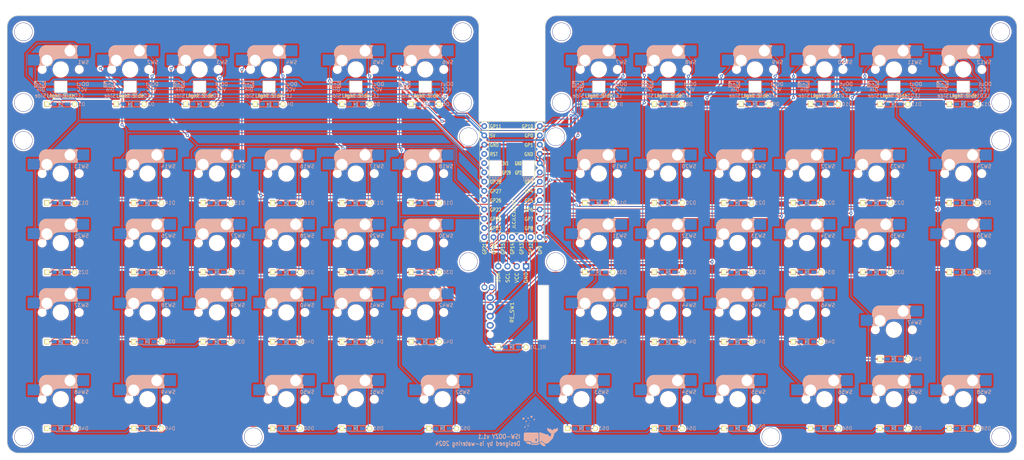
<source format=kicad_pcb>
(kicad_pcb (version 20221018) (generator pcbnew)
  (title_block (title "ISW-OOZY") (rev "1.1"))
  (layers (0 "F.Cu" signal) (31 "B.Cu" signal) (34 "B.Paste" user) (35 "F.Paste" user) (36 "B.SilkS" user "B.Silkscreen") (37 "F.SilkS" user "F.Silkscreen") (38 "B.Mask" user) (39 "F.Mask" user) (44 "Edge.Cuts" user))
  (net 0 "")
  (net 1 "Net-(D1-A)")
  (net 2 "Row0")
  (net 3 "Net-(D2-A)")
  (net 4 "Row1")
  (net 5 "Net-(D3-A)")
  (net 6 "Row2")
  (net 7 "Net-(D4-A)")
  (net 8 "Row3")
  (net 9 "Net-(D5-A)")
  (net 10 "Row4")
  (net 11 "Net-(D6-A)")
  (net 12 "Net-(D7-A)")
  (net 13 "Net-(D8-A)")
  (net 14 "Net-(D9-A)")
  (net 15 "Net-(D10-A)")
  (net 16 "Net-(D11-A)")
  (net 17 "Net-(D12-A)")
  (net 18 "Net-(D13-A)")
  (net 19 "Net-(D14-A)")
  (net 20 "Net-(D15-A)")
  (net 21 "Net-(D16-A)")
  (net 22 "Net-(D17-A)")
  (net 23 "Net-(D18-A)")
  (net 24 "Net-(D19-A)")
  (net 25 "Net-(D20-A)")
  (net 26 "Net-(D21-A)")
  (net 27 "Net-(D22-A)")
  (net 28 "Net-(D23-A)")
  (net 29 "Net-(D24-A)")
  (net 30 "Net-(D25-A)")
  (net 31 "Net-(D26-A)")
  (net 32 "Net-(D27-A)")
  (net 33 "Net-(D28-A)")
  (net 34 "Net-(D29-A)")
  (net 35 "Net-(D30-A)")
  (net 36 "Net-(D31-A)")
  (net 37 "Net-(D32-A)")
  (net 38 "Net-(D33-A)")
  (net 39 "Net-(D34-A)")
  (net 40 "Net-(D35-A)")
  (net 41 "Net-(D36-A)")
  (net 42 "Net-(D37-A)")
  (net 43 "Net-(D38-A)")
  (net 44 "Net-(D39-A)")
  (net 45 "Net-(D40-A)")
  (net 46 "Net-(D41-A)")
  (net 47 "Net-(D42-A)")
  (net 48 "Net-(D43-A)")
  (net 49 "Net-(D44-A)")
  (net 50 "Net-(D45-A)")
  (net 51 "Net-(D46-A)")
  (net 52 "Net-(D47-A)")
  (net 53 "Net-(D48-A)")
  (net 54 "Net-(D49-A)")
  (net 55 "Net-(D50-A)")
  (net 56 "Net-(D51-A)")
  (net 57 "Net-(D52-A)")
  (net 58 "Net-(D53-A)")
  (net 59 "Net-(D54-A)")
  (net 60 "Net-(D55-A)")
  (net 61 "Net-(D56-A)")
  (net 62 "Net-(D57-A)")
  (net 63 "Net-(D58-A)")
  (net 64 "GND")
  (net 65 "+5V")
  (net 66 "SCL")
  (net 67 "SDA")
  (net 68 "Net-(LED1-DOUT)")
  (net 69 "LED")
  (net 70 "Net-(LED2-DOUT)")
  (net 71 "Net-(LED11-DOUT)")
  (net 72 "Net-(LED3-DOUT)")
  (net 73 "Net-(LED4-DOUT)")
  (net 74 "Net-(LED5-DOUT)")
  (net 75 "Net-(LED8-DOUT)")
  (net 76 "Net-(LED7-DOUT)")
  (net 77 "Net-(LED10-DIN)")
  (net 78 "Net-(LED10-DOUT)")
  (net 80 "Col0")
  (net 81 "Col1")
  (net 82 "Col2")
  (net 83 "Col3")
  (net 84 "Col4")
  (net 85 "Col5")
  (net 86 "Col6")
  (net 87 "Col7")
  (net 88 "Col8")
  (net 89 "Col9")
  (net 90 "Col10")
  (net 91 "Col11")
  (net 95 "Net-(LED6-DOUT)")
  (net 98 "Net-(RE_D1-A)")
  (net 99 "RE0B")
  (net 100 "RE0A")
  (footprint "BrownSugar_KBD:RotaryEncoder_EVQWGD001" (layer "F.Cu") (at 157.3214 104.62 90)
    (fp_text reference "RE_SW1")
    (fp_text value "RotaryEncoder_Switch")
    (fp_line (start -7.5 7.075) (end 7.5 7.075) (stroke (width 0.12)) (layer "Edge.Cuts"))
    (fp_line (start -7.5 10.075) (end -7.5 7.075) (stroke (width 0.12)) (layer "Edge.Cuts"))
    (fp_line (start 7.5 7.075) (end 7.5 10.075) (stroke (width 0.12)) (layer "Edge.Cuts"))
    (fp_line (start 7.5 10.075) (end -7.5 10.075) (stroke (width 0.12)) (layer "Edge.Cuts"))
  )
  (footprint "kbd_SW:CherryMX_Hotswap_1u" (layer "F.Cu") (at 57.3088 85.57)
    (fp_text reference "SW26")
    (fp_text value "SW_Push" hide)
  )
  (footprint "kbd_Parts:Diode_TH_SMD" (layer "F.Cu") (at 133.5088 74.545)
    (fp_text reference "D18")
    (fp_text value "D" hide)
  )
  (footprint "kbd_Parts:Diode_TH_SMD" (layer "F.Cu") (at 262.0963 47.47)
    (fp_text reference "D11")
    (fp_text value "D" hide)
  )
  (footprint "kbd_Parts:LED_SK6812MINI-E_BL" (layer "F.Cu") (at 243.0463 42.7075)
    (fp_text reference "LED10")
    (fp_text value "LED_SK6812MINI-E")
    (fp_line (start -1.75 -1.6) (end 1.75 -1.6) (stroke (width 0.12)) (layer "Edge.Cuts"))
    (fp_line (start -1.75 1.6) (end -1.75 -1.6) (stroke (width 0.12)) (layer "Edge.Cuts"))
    (fp_line (start 1.75 -1.6) (end 1.75 1.6) (stroke (width 0.12)) (layer "Edge.Cuts"))
    (fp_line (start 1.75 1.6) (end -1.75 1.6) (stroke (width 0.12)) (layer "Edge.Cuts"))
  )
  (footprint "kbd_Parts:Diode_TH_SMD" (layer "F.Cu") (at 57.3088 112.645)
    (fp_text reference "D38")
    (fp_text value "D" hide)
  )
  (footprint "kbd_Parts:LED_SK6812MINI-E_BL" (layer "F.Cu") (at 281.1463 42.7075)
    (fp_text reference "LED12")
    (fp_text value "LED_SK6812MINI-E")
    (fp_line (start -1.75 -1.6) (end 1.75 -1.6) (stroke (width 0.12)) (layer "Edge.Cuts"))
    (fp_line (start -1.75 1.6) (end -1.75 -1.6) (stroke (width 0.12)) (layer "Edge.Cuts"))
    (fp_line (start 1.75 -1.6) (end 1.75 1.6) (stroke (width 0.12)) (layer "Edge.Cuts"))
    (fp_line (start 1.75 1.6) (end -1.75 1.6) (stroke (width 0.12)) (layer "Edge.Cuts"))
  )
  (footprint "kbd_SW:CherryMX_Hotswap_1u" (layer "F.Cu") (at 95.4088 85.57)
    (fp_text reference "SW28")
    (fp_text value "SW_Push" hide)
  )
  (footprint "kbd_Parts:Diode_TH_SMD" (layer "F.Cu") (at 33.4963 136.4575)
    (fp_text reference "D48")
    (fp_text value "D" hide)
  )
  (footprint "kbd_Parts:LED_SK6812MINI-E_BL" (layer "F.Cu") (at 181.1338 42.7075)
    (fp_text reference "LED7")
    (fp_text value "LED_SK6812MINI-E")
    (fp_line (start -1.75 -1.6) (end 1.75 -1.6) (stroke (width 0.12)) (layer "Edge.Cuts"))
    (fp_line (start -1.75 1.6) (end -1.75 -1.6) (stroke (width 0.12)) (layer "Edge.Cuts"))
    (fp_line (start 1.75 -1.6) (end 1.75 1.6) (stroke (width 0.12)) (layer "Edge.Cuts"))
    (fp_line (start 1.75 1.6) (end -1.75 1.6) (stroke (width 0.12)) (layer "Edge.Cuts"))
  )
  (footprint "kbd_Parts:Diode_TH_SMD" (layer "F.Cu") (at 133.5088 47.47)
    (fp_text reference "D6")
    (fp_text value "D" hide)
  )
  (footprint "kbd_SW:CherryMX_Hotswap_1u" (layer "F.Cu") (at 219.2338 66.52)
    (fp_text reference "SW21")
    (fp_text value "SW_Push" hide)
  )
  (footprint "kbd_Parts:Diode_TH_SMD" (layer "F.Cu") (at 281.1463 74.545)
    (fp_text reference "D24")
    (fp_text value "D" hide)
  )
  (footprint "kbd_Parts:Diode_TH_SMD" (layer "F.Cu") (at 238.2838 93.595)
    (fp_text reference "D34")
    (fp_text value "D" hide)
  )
  (footprint "kbd_SW:CherryMX_Hotswap_1u" (layer "F.Cu") (at 223.9963 37.945)
    (fp_text reference "SW9")
    (fp_text value "SW_Push" hide)
  )
  (footprint "kbd_SW:CherryMX_Hotswap_1u" (layer "F.Cu") (at 52.5463 37.945)
    (fp_text reference "SW2")
    (fp_text value "SW_Push" hide)
  )
  (footprint "kbd_Parts:Diode_TH_SMD" (layer "F.Cu") (at 257.3338 74.545)
    (fp_text reference "D23")
    (fp_text value "D" hide)
  )
  (footprint "kbd_SW:CherryMX_Hotswap_1u" (layer "F.Cu") (at 76.3588 85.57)
    (fp_text reference "SW27")
    (fp_text value "SW_Push" hide)
  )
  (footprint "kbd_SW:CherryMX_Hotswap_1u" (layer "F.Cu") (at 262.0963 128.4325)
    (fp_text reference "SW57")
    (fp_text value "SW_Push" hide)
  )
  (footprint "kbd_Parts:Diode_TH_SMD" (layer "F.Cu") (at 238.2838 112.645)
    (fp_text reference "D46")
    (fp_text value "D" hide)
  )
  (footprint "kbd_Parts:Diode_TH_SMD" (layer "F.Cu") (at 238.2838 74.545)
    (fp_text reference "D22")
    (fp_text value "D" hide)
  )
  (footprint "kbd_Parts:LED_SK6812MINI-E_BL" (layer "F.Cu") (at 133.5088 42.7075)
    (fp_text reference "LED6")
    (fp_text value "LED_SK6812MINI-E")
    (fp_line (start -1.75 -1.6) (end 1.75 -1.6) (stroke (width 0.12)) (layer "Edge.Cuts"))
    (fp_line (start -1.75 1.6) (end -1.75 -1.6) (stroke (width 0.12)) (layer "Edge.Cuts"))
    (fp_line (start 1.75 -1.6) (end 1.75 1.6) (stroke (width 0.12)) (layer "Edge.Cuts"))
    (fp_line (start 1.75 1.6) (end -1.75 1.6) (stroke (width 0.12)) (layer "Edge.Cuts"))
  )
  (footprint "kbd_Parts:LED_SK6812MINI-E_BL" (layer "F.Cu") (at 52.5463 42.7075)
    (fp_text reference "LED2")
    (fp_text value "LED_SK6812MINI-E")
    (fp_line (start -1.75 -1.6) (end 1.75 -1.6) (stroke (width 0.12)) (layer "Edge.Cuts"))
    (fp_line (start -1.75 1.6) (end -1.75 -1.6) (stroke (width 0.12)) (layer "Edge.Cuts"))
    (fp_line (start 1.75 -1.6) (end 1.75 1.6) (stroke (width 0.12)) (layer "Edge.Cuts"))
    (fp_line (start 1.75 1.6) (end -1.75 1.6) (stroke (width 0.12)) (layer "Edge.Cuts"))
  )
  (footprint "kbd_SW:CherryMX_Hotswap_1u" (layer "F.Cu") (at 181.1338 85.57)
    (fp_text reference "SW31")
    (fp_text value "SW_Push" hide)
  )
  (footprint "kbd_Parts:Diode_TH_SMD" (layer "F.Cu") (at 257.3338 93.595)
    (fp_text reference "D35")
    (fp_text value "D" hide)
  )
  (footprint "kbd_SW:CherryMX_Hotswap_1u" (layer "F.Cu") (at 90.6463 37.945)
    (fp_text reference "SW4")
    (fp_text value "SW_Push" hide)
  )
  (footprint "kbd_Parts:LED_SK6812MINI-E_BL" (layer "F.Cu") (at 200.1838 42.7075)
    (fp_text reference "LED8")
    (fp_text value "LED_SK6812MINI-E")
    (fp_line (start -1.75 -1.6) (end 1.75 -1.6) (stroke (width 0.12)) (layer "Edge.Cuts"))
    (fp_line (start -1.75 1.6) (end -1.75 -1.6) (stroke (width 0.12)) (layer "Edge.Cuts"))
    (fp_line (start 1.75 -1.6) (end 1.75 1.6) (stroke (width 0.12)) (layer "Edge.Cuts"))
    (fp_line (start 1.75 1.6) (end -1.75 1.6) (stroke (width 0.12)) (layer "Edge.Cuts"))
  )
  (footprint "kbd_Hole:m2_Spacer_Hole" (layer "F.Cu") (at 86.3088 138.7637)
    (fp_text reference "Ref09")
    (fp_text value "Val09")
  )
  (footprint "kbd_Hole:m2_Spacer_Hole" (layer "F.Cu") (at 170.8833 47.045)
    (fp_text reference "Ref18")
    (fp_text value "Val18")
  )
  (footprint "kbd_SW:CherryMX_Hotswap_1u" (layer "F.Cu") (at 95.4088 66.52)
    (fp_text reference "SW16")
    (fp_text value "SW_Push" hide)
  )
  (footprint "kbd_SW:CherryMX_Hotswap_1u" (layer "F.Cu") (at 114.4588 85.57)
    (fp_text reference "SW29")
    (fp_text value "SW_Push" hide)
  )
  (footprint "kbd_SW:CherryMX_Hotswap_1u" (layer "F.Cu") (at 257.3338 85.57)
    (fp_text reference "SW35")
    (fp_text value "SW_Push" hide)
  )
  (footprint "kbd_SW:CherryMX_Hotswap_1u" (layer "F.Cu") (at 238.2838 85.57)
    (fp_text reference "SW34")
    (fp_text value "SW_Push" hide)
  )
  (footprint "kbd_SW:CherryMX_Hotswap_1u" (layer "F.Cu") (at 181.1338 37.945)
    (fp_text reference "SW7")
    (fp_text value "SW_Push" hide)
  )
  (footprint "kbd_Hole:m2_Spacer_Hole" (layer "F.Cu") (at 23.2464 47.045)
    (fp_text reference "Ref14")
    (fp_text value "Val14")
  )
  (footprint "kbd_SW:CherryMX_Hotswap_1u" (layer "F.Cu") (at 95.4088 104.62)
    (fp_text reference "SW40")
    (fp_text value "SW_Push" hide)
  )
  (footprint "kbd_Parts:Diode_TH_SMD" (layer "F.Cu") (at 133.5088 112.645)
    (fp_text reference "D42")
    (fp_text value "D" hide)
  )
  (footprint "kbd_SW:CherryMX_Hotswap_1u" (layer "F.Cu") (at 33.4963 66.52)
    (fp_text reference "SW13")
    (fp_text value "SW_Push" hide)
  )
  (footprint "kbd_SW:CherryMX_Hotswap_1u" (layer "F.Cu") (at 181.1338 104.62)
    (fp_text reference "SW43")
    (fp_text value "SW_Push" hide)
  )
  (footprint "kbd_SW:CherryMX_Hotswap_1u" (layer "F.Cu") (at 219.2338 104.62)
    (fp_text reference "SW45")
    (fp_text value "SW_Push" hide)
  )
  (footprint "kbd_Parts:Diode_TH_SMD" (layer "F.Cu") (at 33.4963 74.545)
    (fp_text reference "D13")
    (fp_text value "D" hide)
  )
  (footprint "kbd_Hole:m2_Spacer_Hole" (layer "F.Cu") (at 291.3962 27.6138)
    (fp_text reference "Ref16")
    (fp_text value "Val16")
  )
  (footprint "kbd_SW:CherryMX_Hotswap_1u" (layer "F.Cu") (at 243.0463 128.4325)
    (fp_text reference "SW56")
    (fp_text value "SW_Push" hide)
  )
  (footprint "kbd_Parts:Diode_TH_SMD" (layer "F.Cu") (at 76.3588 93.595)
    (fp_text reference "D27")
    (fp_text value "D" hide)
  )
  (footprint "kbd_SW:CherryMX_Hotswap_1u" (layer "F.Cu") (at 281.1463 37.945)
    (fp_text reference "SW12")
    (fp_text value "SW_Push" hide)
  )
  (footprint "kbd_Parts:Diode_TH_SMD" (layer "F.Cu") (at 200.1838 47.47)
    (fp_text reference "D8")
    (fp_text value "D" hide)
  )
  (footprint "kbd_SW:CherryMX_Hotswap_1u" (layer "F.Cu") (at 95.4088 128.4325)
    (fp_text reference "SW50")
    (fp_text value "SW_Push" hide)
  )
  (footprint "kbd_Parts:Diode_TH_SMD" (layer "F.Cu") (at 281.1463 47.47)
    (fp_text reference "D12")
    (fp_text value "D" hide)
  )
  (footprint "kbd_Parts:Diode_TH_SMD" (layer "F.Cu") (at 138.2713 136.4575)
    (fp_text reference "D52")
    (fp_text value "D" hide)
  )
  (footprint "kbd_Parts:Diode_TH_SMD" (layer "F.Cu") (at 95.4088 93.595)
    (fp_text reference "D28")
    (fp_text value "D" hide)
  )
  (footprint "kbd_SW:CherryMX_Hotswap_1u" (layer "F.Cu") (at 281.1463 128.4325)
    (fp_text reference "SW58")
    (fp_text value "SW_Push" hide)
  )
  (footprint "kbd_SW:CherryMX_Hotswap_1u" (layer "F.Cu") (at 181.1338 66.52)
    (fp_text reference "SW19")
    (fp_text value "SW_Push" hide)
  )
  (footprint "kbd_SW:CherryMX_Hotswap_1u" (layer "F.Cu") (at 243.0463 37.945)
    (fp_text reference "SW10")
    (fp_text value "SW_Push" hide)
  )
  (footprint "kbd_Parts:Diode_TH_SMD" (layer "F.Cu") (at 281.1463 136.4575)
    (fp_text reference "D58")
    (fp_text value "D" hide)
  )
  (footprint "kbd_Parts:Diode_TH_SMD" (layer "F.Cu") (at 33.4963 112.645)
    (fp_text reference "D37")
    (fp_text value "D" hide)
  )
  (footprint "kbd_Parts:LED_SK6812MINI-E_BL" (layer "F.Cu") (at 33.4963 42.7075)
    (fp_text reference "LED1")
    (fp_text value "LED_SK6812MINI-E")
    (fp_line (start -1.75 -1.6) (end 1.75 -1.6) (stroke (width 0.12)) (layer "Edge.Cuts"))
    (fp_line (start -1.75 1.6) (end -1.75 -1.6) (stroke (width 0.12)) (layer "Edge.Cuts"))
    (fp_line (start 1.75 -1.6) (end 1.75 1.6) (stroke (width 0.12)) (layer "Edge.Cuts"))
    (fp_line (start 1.75 1.6) (end -1.75 1.6) (stroke (width 0.12)) (layer "Edge.Cuts"))
  )
  (footprint "kbd_Parts:Diode_TH_SMD" (layer "F.Cu") (at 157.3213 114.145)
    (fp_text reference "RE_D1")
    (fp_text value "D" hide)
  )
  (footprint "kbd_SW:CherryMX_Hotswap_1u" (layer "F.Cu") (at 57.3088 104.62)
    (fp_text reference "SW38")
    (fp_text value "SW_Push" hide)
  )
  (footprint "kbd_SW:CherryMX_Hotswap_1u" (layer "F.Cu") (at 262.0963 109.3825)
    (fp_text reference "SW47")
    (fp_text value "SW_Push" hide)
  )
  (footprint "kbd_Parts:Diode_TH_SMD" (layer "F.Cu") (at 262.0963 136.4575)
    (fp_text reference "D57")
    (fp_text value "D" hide)
  )
  (footprint "kbd_SW:CherryMX_Hotswap_1u" (layer "F.Cu") (at 133.5088 104.62)
    (fp_text reference "SW42")
    (fp_text value "SW_Push" hide)
  )
  (footprint "kbd_Hole:m2_Spacer_Hole" (layer "F.Cu") (at 170.8833 27.6138)
    (fp_text reference "Ref15")
    (fp_text value "Val15")
  )
  (footprint "kbd_SW:CherryMX_Hotswap_1u" (layer "F.Cu") (at 114.4588 37.945)
    (fp_text reference "SW5")
    (fp_text value "SW_Push" hide)
  )
  (footprint "kbd_SW:CherryMX_Hotswap_1u" (layer "F.Cu") (at 76.3588 66.52)
    (fp_text reference "SW15")
    (fp_text value "SW_Push" hide)
  )
  (footprint "kbd_Hole:m2_Spacer_Hole" (layer "F.Cu") (at 23.2464 57.42)
    (fp_text reference "Ref01")
    (fp_text value "Val01")
  )
  (footprint "kbd_Parts:Diode_TH_SMD" (layer "F.Cu") (at 114.4588 136.4575)
    (fp_text reference "D51")
    (fp_text value "D" hide)
  )
  (footprint "kbd_SW:CherryMX_Hotswap_1u" (layer "F.Cu") (at 238.2838 104.62)
    (fp_text reference "SW46")
    (fp_text value "SW_Push" hide)
  )
  (footprint "kbd_Parts:Diode_TH_SMD" (layer "F.Cu") (at 181.1338 47.47)
    (fp_text reference "D7")
    (fp_text value "D" hide)
  )
  (footprint "kbd_Parts:Diode_TH_SMD" (layer "F.Cu") (at 33.4963 47.47)
    (fp_text reference "D1")
    (fp_text value "D" hide)
  )
  (footprint "kbd_Hole:m2_Spacer_Hole" (layer "F.Cu") (at 23.2464 27.6138)
    (fp_text reference "Ref11")
    (fp_text value "Val11")
  )
  (footprint "kbd_Hole:m2_Spacer_Hole" (layer "F.Cu") (at 145.3594 56.42)
    (fp_text reference "Ref02")
    (fp_text value "Val02")
  )
  (footprint "kbd_Parts:Diode_TH_SMD" (layer "F.Cu") (at 219.2338 74.545)
    (fp_text reference "D21")
    (fp_text value "D" hide)
  )
  (footprint "kbd_SW:CherryMX_Hotswap_1.5u" (layer "F.Cu") (at 176.3713 128.4325)
    (fp_text reference "SW53")
    (fp_text value "SW_Push" hide)
  )
  (footprint "kbd_Parts:Diode_TH_SMD" (layer "F.Cu") (at 181.1338 74.545)
    (fp_text reference "D19")
    (fp_text value "D" hide)
  )
  (footprint "kbd_Parts:Diode_TH_SMD" (layer "F.Cu") (at 200.1838 136.4575)
    (fp_text reference "D54")
    (fp_text value "D" hide)
  )
  (footprint "kbd_Hole:m2_Spacer_Hole" (layer "F.Cu") (at 291.3962 47.045)
    (fp_text reference "Ref17")
    (fp_text value "Val17")
  )
  (footprint "kbd_Parts:Diode_TH_SMD" (layer "F.Cu") (at 95.4088 112.645)
    (fp_text reference "D40")
    (fp_text value "D" hide)
  )
  (footprint "kbd_Parts:Diode_TH_SMD" (layer "F.Cu") (at 90.6463 47.47)
    (fp_text reference "D4")
    (fp_text value "D" hide)
  )
  (footprint "kbd_SW:CherryMX_Hotswap_1u" (layer "F.Cu") (at 238.2838 66.52)
    (fp_text reference "SW22")
    (fp_text value "SW_Push" hide)
  )
  (footprint "kbd_SW:CherryMX_Hotswap_1u" (layer "F.Cu") (at 133.5088 37.945)
    (fp_text reference "SW6")
    (fp_text value "SW_Push" hide)
  )
  (footprint "kbd_Parts:LED_SK6812MINI-E_BL" (layer "F.Cu") (at 223.9963 42.7075)
    (fp_text reference "LED9")
    (fp_text value "LED_SK6812MINI-E")
    (fp_line (start -1.75 -1.6) (end 1.75 -1.6) (stroke (width 0.12)) (layer "Edge.Cuts"))
    (fp_line (start -1.75 1.6) (end -1.75 -1.6) (stroke (width 0.12)) (layer "Edge.Cuts"))
    (fp_line (start 1.75 -1.6) (end 1.75 1.6) (stroke (width 0.12)) (layer "Edge.Cuts"))
    (fp_line (start 1.75 1.6) (end -1.75 1.6) (stroke (width 0.12)) (layer "Edge.Cuts"))
  )
  (footprint "kbd_SW:CherryMX_Hotswap_1u" (layer "F.Cu") (at 281.1463 66.52)
    (fp_text reference "SW24")
    (fp_text value "SW_Push" hide)
  )
  (footprint "kbd_Parts:Diode_TH_SMD" (layer "F.Cu") (at 114.4588 93.595)
    (fp_text reference "D29")
    (fp_text value "D" hide)
  )
  (footprint "kbd_SW:CherryMX_Hotswap_1u" (layer "F.Cu") (at 200.1838 85.57)
    (fp_text reference "SW32")
    (fp_text value "SW_Push" hide)
  )
  (footprint "kbd_Parts:Diode_TH_SMD" (layer "F.Cu") (at 114.4588 47.47)
    (fp_text reference "D5")
    (fp_text value "D" hide)
  )
  (footprint "kbd_SW:CherryMX_Hotswap_1u" (layer "F.Cu") (at 133.5088 66.52)
    (fp_text reference "SW18")
    (fp_text value "SW_Push" hide)
  )
  (footprint "kbd_Parts:Diode_TH_SMD" (layer "F.Cu") (at 223.9963 47.47)
    (fp_text reference "D9")
    (fp_text value "D" hide)
  )
  (footprint "kbd_SW:CherryMX_Hotswap_1u" (layer "F.Cu") (at 200.1838 128.4325)
    (fp_text reference "SW54")
    (fp_text value "SW_Push" hide)
  )
  (footprint "kbd_Parts:LED_SK6812MINI-E_BL" (layer "F.Cu") (at 90.6463 42.7075)
    (fp_text reference "LED4")
    (fp_text value "LED_SK6812MINI-E")
    (fp_line (start -1.75 -1.6) (end 1.75 -1.6) (stroke (width 0.12)) (layer "Edge.Cuts"))
    (fp_line (start -1.75 1.6) (end -1.75 -1.6) (stroke (width 0.12)) (layer "Edge.Cuts"))
    (fp_line (start 1.75 -1.6) (end 1.75 1.6) (stroke (width 0.12)) (layer "Edge.Cuts"))
    (fp_line (start 1.75 1.6) (end -1.75 1.6) (stroke (width 0.12)) (layer "Edge.Cuts"))
  )
  (footprint "kbd_Parts:Diode_TH_SMD" (layer "F.Cu") (at 219.2338 93.595)
    (fp_text reference "D33")
    (fp_text value "D" hide)
  )
  (footprint "kbd_Parts:LED_SK6812MINI-E_BL" (layer "F.Cu") (at 262.0963 42.7075)
    (fp_text reference "LED11")
    (fp_text value "LED_SK6812MINI-E")
    (fp_line (start -1.75 -1.6) (end 1.75 -1.6) (stroke (width 0.12)) (layer "Edge.Cuts"))
    (fp_line (start -1.75 1.6) (end -1.75 -1.6) (stroke (width 0.12)) (layer "Edge.Cuts"))
    (fp_line (start 1.75 -1.6) (end 1.75 1.6) (stroke (width 0.12)) (layer "Edge.Cuts"))
    (fp_line (start 1.75 1.6) (end -1.75 1.6) (stroke (width 0.12)) (layer "Edge.Cuts"))
  )
  (footprint "kbd_Parts:Diode_TH_SMD" (layer "F.Cu") (at 57.3088 74.545)
    (fp_text reference "D14")
    (fp_text value "D" hide)
  )
  (footprint "kbd_SW:CherryMX_Hotswap_1u" (layer "F.Cu") (at 257.3338 66.52)
    (fp_text reference "SW23")
    (fp_text value "SW_Push" hide)
  )
  (footprint "kbd_Parts:Diode_TH_SMD" (layer "F.Cu") (at 95.4088 136.4575)
    (fp_text reference "D50")
    (fp_text value "D" hide)
  )
  (footprint "kbd_Parts:Diode_TH_SMD" (layer "F.Cu") (at 262.0963 117.4075)
    (fp_text reference "D47")
    (fp_text value "D" hide)
  )
  (footprint "kbd_Parts:Diode_TH_SMD" (layer "F.Cu") (at 281.1463 93.595)
    (fp_text reference "D36")
    (fp_text value "D" hide)
  )
  (footprint "kbd_Parts:Diode_TH_SMD" (layer "F.Cu") (at 71.5963 47.47)
    (fp_text reference "D3")
    (fp_text value "D" hide)
  )
  (footprint "kbd_Parts:Diode_TH_SMD" (layer "F.Cu") (at 200.1838 112.645)
    (fp_text reference "D44")
    (fp_text value "D" hide)
  )
  (footprint "kbd_Parts:Diode_TH_SMD" (layer "F.Cu") (at 219.2338 136.4575)
    (fp_text reference "D55")
    (fp_text value "D" hide)
  )
  (footprint "kbd_Hole:m2_Spacer_Hole" (layer "F.Cu") (at 228.3338 138.7637)
    (fp_text reference "Ref08")
    (fp_text value "Val08")
  )
  (footprint "kbd_Parts:Diode_TH_SMD" (layer "F.Cu") (at 57.3088 136.4575)
    (fp_text reference "D49")
    (fp_text value "D" hide)
  )
  (footprint "kbd_Parts:Diode_TH_SMD" (layer "F.Cu") (at 243.0463 47.47)
    (fp_text reference "D10")
    (fp_text value "D" hide)
  )
  (footprint "kbd_Hole:m2_Spacer_Hole" (layer "F.Cu") (at 23.2464 138.7637)
    (fp_text reference "Ref10")
    (fp_text value "Val10")
  )
  (footprint "kbd_Parts:Diode_TH_SMD" (layer "F.Cu") (at 200.1838 74.545)
    (fp_text reference "D20")
    (fp_text value "D" hide)
  )
  (footprint "kbd_SW:CherryMX_Hotswap_1u" (layer "F.Cu") (at 219.2338 128.4325)
    (fp_text reference "SW55")
    (fp_text value "SW_Push" hide)
  )
  (footprint "kbd_Parts:Diode_TH_SMD" (layer "F.Cu") (at 114.4588 112.645)
    (fp_text reference "D41")
    (fp_text value "D" hide)
  )
  (footprint "kbd_Parts:Diode_TH_SMD" (layer "F.Cu") (at 181.1338 112.645)
    (fp_text reference "D43")
    (fp_text value "D" hide)
  )
  (footprint "kbd_Parts:Diode_TH_SMD" (layer "F.Cu") (at 133.5088 93.595)
    (fp_text reference "D30")
    (fp_text value "D" hide)
  )
  (footprint "kbd_SW:CherryMX_Hotswap_1u" (layer "F.Cu") (at 33.4963 85.57)
    (fp_text reference "SW25")
    (fp_text value "SW_Push" hide)
  )
  (footprint "kbd_Parts:Diode_TH_SMD" (layer "F.Cu") (at 200.1838 93.595)
    (fp_text reference "D32")
    (fp_text value "D" hide)
  )
  (footprint "kbd_Parts:Diode_TH_SMD" (layer "F.Cu") (at 76.3588 74.545)
    (fp_text reference "D15")
    (fp_text value "D" hide)
  )
  (footprint "kbd_Parts:Diode_TH_SMD" (layer "F.Cu") (at 181.1338 93.595)
    (fp_text reference "D31")
    (fp_text value "D" hide)
  )
  (footprint "kbd_SW:CherryMX_Hotswap_1.5u" (layer "F.Cu") (at 138.2713 128.4325)
    (fp_text reference "SW52")
    (fp_text value "SW_Push" hide)
  )
  (footprint "kbd_SW:CherryMX_Hotswap_1u" (layer "F.Cu") (at 133.5088 85.57)
    (fp_text reference "SW30")
    (fp_text value "SW_Push" hide)
  )
  (footprint "kbd_SW:CherryMX_Hotswap_1u" (layer "F.Cu") (at 33.4963 37.945)
    (fp_text reference "SW1")
    (fp_text value "SW_Push" hide)
  )
  (footprint "kbd_Parts:Diode_TH_SMD" (layer "F.Cu") (at 114.4588 74.545)
    (fp_text reference "D17")
    (fp_text value "D" hide)
  )
  (footprint "kbd_Parts:Diode_TH_SMD" (layer "F.Cu") (at 33.4963 93.595)
    (fp_text reference "D25")
    (fp_text value "D" hide)
  )
  (footprint "kbd_SW:CherryMX_Hotswap_1u" (layer "F.Cu") (at 200.1838 66.52)
    (fp_text reference "SW20")
    (fp_text value "SW_Push" hide)
  )
  (footprint "kbd_Parts:Diode_TH_SMD" (layer "F.Cu") (at 76.3588 112.645)
    (fp_text reference "D39")
    (fp_text value "D" hide)
  )
  (footprint "kbd_Parts:Diode_TH_SMD" (layer "F.Cu") (at 176.3713 136.4575)
    (fp_text reference "D53")
    (fp_text value "D" hide)
  )
  (footprint "kbd_Parts:LED_SK6812MINI-E_BL" (layer "F.Cu") (at 71.5963 42.7075)
    (fp_text reference "LED3")
    (fp_text value "LED_SK6812MINI-E")
    (fp_line (start -1.75 -1.6) (end 1.75 -1.6) (stroke (width 0.12)) (layer "Edge.Cuts"))
    (fp_line (start -1.75 1.6) (end -1.75 -1.6) (stroke (width 0.12)) (layer "Edge.Cuts"))
    (fp_line (start 1.75 -1.6) (end 1.75 1.6) (stroke (width 0.12)) (layer "Edge.Cuts"))
    (fp_line (start 1.75 1.6) (end -1.75 1.6) (stroke (width 0.12)) (layer "Edge.Cuts"))
  )
  (footprint "kbd_Hole:m2_Spacer_Hole" (layer "F.Cu") (at 143.7594 47.045)
    (fp_text reference "Ref13")
    (fp_text value "Val13")
  )
  (footprint "kbd_SW:CherryMX_Hotswap_1u" (layer "F.Cu") (at 71.5963 37.945)
    (fp_text reference "SW3")
    (fp_text value "SW_Push" hide)
  )
  (footprint "isw-kbd:AZ1UBALL" (layer "F.Cu") (at 157.3563 85.985)
    (fp_text reference "J1" hide)
    (fp_text value "OLED-128x32" hide)
  )
  (footprint "kbd_SW:CherryMX_Hotswap_1u" (layer "F.Cu") (at 219.2338 85.57)
    (fp_text reference "SW33")
    (fp_text value "SW_Push" hide)
  )
  (footprint "kbd_Parts:Diode_TH_SMD" (layer "F.Cu") (at 95.4088 74.545)
    (fp_text reference "D16")
    (fp_text value "D" hide)
  )
  (footprint "kbd_SW:CherryMX_Hotswap_1u" (layer "F.Cu") (at 76.3588 104.62)
    (fp_text reference "SW39")
    (fp_text value "SW_Push" hide)
  )
  (footprint "kbd_Hole:m2_Spacer_Hole" (layer "F.Cu") (at 169.2833 90.695)
    (fp_text reference "Ref04")
    (fp_text value "Val04")
  )
  (footprint "kbd_Hole:m2_Spacer_Hole" (layer "F.Cu") (at 291.3962 138.7637)
    (fp_text reference "Ref07")
    (fp_text value "Val07")
  )
  (footprint "kbd_Parts:Diode_TH_SMD" (layer "F.Cu") (at 219.2338 112.645)
    (fp_text reference "D45")
    (fp_text value "D" hide)
  )
  (footprint "kbd_Hole:m2_Spacer_Hole" (layer "F.Cu") (at 291.3962 57.42)
    (fp_text reference "Ref06")
    (fp_text value "Val06")
  )
  (footprint "kbd_Parts:LED_SK6812MINI-E_BL" (layer "F.Cu") (at 114.4588 42.7075)
    (fp_text reference "LED5")
    (fp_text value "LED_SK6812MINI-E")
    (fp_line (start -1.75 -1.6) (end 1.75 -1.6) (stroke (width 0.12)) (layer "Edge.Cuts"))
    (fp_line (start -1.75 1.6) (end -1.75 -1.6) (stroke (width 0.12)) (layer "Edge.Cuts"))
    (fp_line (start 1.75 -1.6) (end 1.75 1.6) (stroke (width 0.12)) (layer "Edge.Cuts"))
    (fp_line (start 1.75 1.6) (end -1.75 1.6) (stroke (width 0.12)) (layer "Edge.Cuts"))
  )
  (footprint "kbd_SW:CherryMX_Hotswap_1u" (layer "F.Cu") (at 200.1838 37.945)
    (fp_text reference "SW8")
    (fp_text value "SW_Push" hide)
  )
  (footprint "kbd_Parts:Diode_TH_SMD" (layer "F.Cu") (at 52.5463 47.47)
    (fp_text reference "D2")
    (fp_text value "D" hide)
  )
  (footprint "kbd_Hole:m2_Spacer_Hole" (layer "F.Cu") (at 143.7594 27.6138)
    (fp_text reference "Ref12")
    (fp_text value "Val12")
  )
  (footprint "kbd_SW:CherryMX_Hotswap_1u" (layer "F.Cu") (at 57.3088 66.52)
    (fp_text reference "SW14")
    (fp_text value "SW_Push" hide)
  )
  (footprint "kbd_SW:CherryMX_Hotswap_1u" (layer "F.Cu") (at 200.1838 104.62)
    (fp_text reference "SW44")
    (fp_text value "SW_Push" hide)
  )
  (footprint "kbd_SW:CherryMX_Hotswap_1u" (layer "F.Cu") (at 33.4963 104.62)
    (fp_text reference "SW37")
    (fp_text value "SW_Push" hide)
  )
  (footprint "kbd_Parts:Diode_TH_SMD" (layer "F.Cu") (at 243.0463 136.4575)
    (fp_text reference "D56")
    (fp_text value "D" hide)
  )
  (footprint "kbd_Hole:m2_Spacer_Hole" (layer "F.Cu") (at 169.2833 56.42)
    (fp_text reference "Ref05")
    (fp_text value "Val05")
  )
  (footprint "kbd_SW:CherryMX_Hotswap_1u" (layer "F.Cu") (at 262.0963 37.945)
    (fp_text reference "SW11")
    (fp_text value "SW_Push" hide)
  )
  (footprint "kbd_Parts:Diode_TH_SMD" (layer "F.Cu") (at 57.3088 93.595)
    (fp_text reference "D26")
    (fp_text value "D" hide)
  )
  (footprint "kbd_SW:CherryMX_Hotswap_1u" (layer "F.Cu") (at 114.4588 104.62)
    (fp_text reference "SW41")
    (fp_text value "SW_Push" hide)
  )
  (footprint "kbd_SW:CherryMX_Hotswap_1u" (layer "F.Cu") (at 57.3088 128.4325)
    (fp_text reference "SW49")
    (fp_text value "SW_Push" hide)
  )
  (footprint "kbd_Hole:m2_Spacer_Hole" (layer "F.Cu") (at 145.3594 90.695)
    (fp_text reference "Ref03")
    (fp_text value "Val03")
  )
  (footprint "kbd_SW:CherryMX_Hotswap_1u" (layer "F.Cu") (at 33.4963 128.4325)
    (fp_text reference "SW48")
    (fp_text value "SW_Push" hide)
  )
  (footprint "isw-kbd:ProMicro_RP2040" (layer "F.Cu") (at 157.3213 67.47)
    (fp_text reference "U1" hide)
    (fp_text value "ProMicro_RP2040" hide)
    (fp_line (start -6.220007 -4.560114) (end -6.220007 -0.260106) (stroke (width 0.12)) (layer "Edge.Cuts"))
    (fp_line (start -6.220007 -0.260106) (end -2.820005 -0.260106) (stroke (width 0.12)) (layer "Edge.Cuts"))
    (fp_line (start -2.820005 -4.560114) (end -6.220007 -4.560114) (stroke (width 0.12)) (layer "Edge.Cuts"))
    (fp_line (start -2.820005 -0.260106) (end -2.820005 -4.560114) (stroke (width 0.12)) (layer "Edge.Cuts"))
    (fp_line (start 2.779999 -4.560114) (end 2.779999 -0.260106) (stroke (width 0.12)) (layer "Edge.Cuts"))
    (fp_line (start 2.779999 -0.260106) (end 6.180001 -0.260106) (stroke (width 0.12)) (layer "Edge.Cuts"))
    (fp_line (start 6.180001 -4.560114) (end 2.779999 -4.560114) (stroke (width 0.12)) (layer "Edge.Cuts"))
    (fp_line (start 6.180001 -0.260106) (end 6.180001 -4.560114) (stroke (width 0.12)) (layer "Edge.Cuts"))
  )
  (footprint "kbd_SW:CherryMX_Hotswap_1u" (layer "F.Cu") (at 281.1463 85.57)
    (fp_text reference "SW36")
    (fp_text value "SW_Push" hide)
  )
  (footprint "kbd_SW:CherryMX_Hotswap_1u" (layer "F.Cu") (at 114.4588 128.4325)
    (fp_text reference "SW51")
    (fp_text value "SW_Push" hide)
  )
  (footprint "kbd_SW:CherryMX_Hotswap_1u" (layer "F.Cu") (at 114.4588 66.52)
    (fp_text reference "SW17")
    (fp_text value "SW_Push" hide)
  )
  (footprint "isw-logo:logomark_m" (layer "B.Cu") (at 164.965 137.57625 180)
    (fp_text reference "G***" hide)
    (fp_text value "LOGO" hide)
  )
  (gr_line (start 146.613784 23.551049) (end 146.739414 23.623315) (stroke (width 0.15)) (layer "Edge.Cuts"))
  (gr_line (start 166.462188 26.034488) (end 166.473783 25.882205) (stroke (width 0.15)) (layer "Edge.Cuts"))
  (gr_line (start 19.506764 142.09655) (end 19.417672 141.983204) (stroke (width 0.15)) (layer "Edge.Cuts"))
  (gr_line (start 295.805651 140.495282) (end 295.786561 140.645346) (stroke (width 0.15)) (layer "Edge.Cuts"))
  (gr_line (start 294.121502 142.89271) (end 293.988643 142.952821) (stroke (width 0.15)) (layer "Edge.Cuts"))
  (gr_line (start 168.708959 23.283274) (end 168.854042 23.249756) (stroke (width 0.15)) (layer "Edge.Cuts"))
  (gr_line (start 166.97097 24.511855) (end 167.054649 24.394226) (stroke (width 0.15)) (layer "Edge.Cuts"))
  (gr_line (start 20.026881 23.785046) (end 20.144511 23.701377) (stroke (width 0.15)) (layer "Edge.Cuts"))
  (gr_line (start 20.521212 23.484769) (end 20.654085 23.424663) (stroke (width 0.15)) (layer "Edge.Cuts"))
  (gr_line (start 20.026881 142.592412) (end 19.913534 142.50332) (stroke (width 0.15)) (layer "Edge.Cuts"))
  (gr_line (start 294.49816 23.701369) (end 294.615777 23.785038) (stroke (width 0.15)) (layer "Edge.Cuts"))
  (gr_line (start 295.6862 141.080429) (end 295.639012 141.219789) (stroke (width 0.15)) (layer "Edge.Cuts"))
  (gr_line (start 21.514803 23.204275) (end 21.667071 23.192683) (stroke (width 0.15)) (layer "Edge.Cuts"))
  (gr_line (start 19.80466 23.968451) (end 19.913534 23.874134) (stroke (width 0.15)) (layer "Edge.Cuts"))
  (gr_line (start 20.790296 23.370921) (end 20.929656 23.323731) (stroke (width 0.15)) (layer "Edge.Cuts"))
  (gr_line (start 19.057262 25.021443) (end 19.117373 24.888566) (stroke (width 0.15)) (layer "Edge.Cuts"))
  (gr_line (start 146.215358 23.370921) (end 146.351566 23.424663) (stroke (width 0.15)) (layer "Edge.Cuts"))
  (gr_line (start 166.519282 25.584444) (end 166.552807 25.439345) (stroke (width 0.15)) (layer "Edge.Cuts"))
  (gr_line (start 169.151758 23.204267) (end 169.304013 23.192675) (stroke (width 0.15)) (layer "Edge.Cuts"))
  (gr_line (start 295.04152 142.205424) (end 294.942171 142.309637) (stroke (width 0.15)) (layer "Edge.Cuts"))
  (gr_line (start 294.250834 142.826425) (end 294.121502 142.89271) (stroke (width 0.15)) (layer "Edge.Cuts"))
  (gr_line (start 295.760164 140.793018) (end 295.726647 140.938109) (stroke (width 0.15)) (layer "Edge.Cuts"))
  (gr_line (start 295.786561 25.732128) (end 295.805651 25.882205) (stroke (width 0.15)) (layer "Edge.Cuts"))
  (gr_line (start 295.13583 24.280881) (end 295.224911 24.394226) (stroke (width 0.15)) (layer "Edge.Cuts"))
  (gr_line (start 20.391866 142.826425) (end 20.266236 142.754154) (stroke (width 0.15)) (layer "Edge.Cuts"))
  (gr_line (start 18.825258 140.343014) (end 18.821351 140.188732) (stroke (width 0.15)) (layer "Edge.Cuts"))
  (gr_line (start 145.490886 23.204275) (end 145.64094 23.223366) (stroke (width 0.15)) (layer "Edge.Cuts"))
  (gr_line (start 294.72911 23.874126) (end 294.837971 23.968443) (stroke (width 0.15)) (layer "Edge.Cuts"))
  (gr_line (start 21.071976 143.094215) (end 20.929656 143.053763) (stroke (width 0.15)) (layer "Edge.Cuts"))
  (gr_line (start 20.929656 143.053763) (end 20.790296 143.006568) (stroke (width 0.15)) (layer "Edge.Cuts"))
  (gr_line (start 295.639012 25.157651) (end 295.6862 25.297017) (stroke (width 0.15)) (layer "Edge.Cuts"))
  (gr_line (start 295.525169 141.488873) (end 295.458893 141.618219) (stroke (width 0.15)) (layer "Edge.Cuts"))
  (gr_line (start 18.882346 25.584452) (end 18.915868 25.439353) (stroke (width 0.15)) (layer "Edge.Cuts"))
  (gr_line (start 295.805651 25.882205) (end 295.817243 26.034488) (stroke (width 0.15)) (layer "Edge.Cuts"))
  (gr_line (start 166.552807 25.439345) (end 166.593264 25.297017) (stroke (width 0.15)) (layer "Edge.Cuts"))
  (gr_line (start 167.441654 23.968443) (end 167.550531 23.874126) (stroke (width 0.15)) (layer "Edge.Cuts"))
  (gr_line (start 18.956321 141.080429) (end 18.915868 140.938109) (stroke (width 0.15)) (layer "Edge.Cuts"))
  (gr_line (start 148.0494 25.297025) (end 148.089857 25.439353) (stroke (width 0.15)) (layer "Edge.Cuts"))
  (gr_line (start 146.978773 23.785046) (end 147.092123 23.874134) (stroke (width 0.15)) (layer "Edge.Cuts"))
  (gr_line (start 295.04152 24.17201) (end 295.13583 24.280881) (stroke (width 0.15)) (layer "Edge.Cuts"))
  (gr_line (start 169.304013 23.192675) (end 169.45828 23.188768) (stroke (width 0.15)) (layer "Edge.Cuts"))
  (gr_line (start 168.291083 23.424655) (end 168.427291 23.370913) (stroke (width 0.15)) (layer "Edge.Cuts"))
  (gr_line (start 19.417672 141.983204) (end 19.333997 141.865574) (stroke (width 0.15)) (layer "Edge.Cuts"))
  (gr_line (start 19.601086 24.172018) (end 19.700448 24.067809) (stroke (width 0.15)) (layer "Edge.Cuts"))
  (gr_line (start 21.217067 23.249764) (end 21.364739 23.223366) (stroke (width 0.15)) (layer "Edge.Cuts"))
  (gr_line (start 169.45828 23.188768) (end 292.821485 23.188768) (stroke (width 0.15)) (layer "Edge.Cuts"))
  (gr_line (start 293.27806 23.223357) (end 293.425718 23.249756) (stroke (width 0.15)) (layer "Edge.Cuts"))
  (gr_line (start 166.473783 25.882205) (end 166.492878 25.732128) (stroke (width 0.15)) (layer "Edge.Cuts"))
  (gr_line (start 18.915868 140.938109) (end 18.882346 140.793018) (stroke (width 0.15)) (layer "Edge.Cuts"))
  (gr_line (start 293.27806 143.154139) (end 293.128009 143.173231) (stroke (width 0.15)) (layer "Edge.Cuts"))
  (gr_line (start 167.663881 23.785038) (end 167.781512 23.701369) (stroke (width 0.15)) (layer "Edge.Cuts"))
  (gr_line (start 293.7131 143.053763) (end 293.570794 143.094215) (stroke (width 0.15)) (layer "Edge.Cuts"))
  (gr_line (start 20.391866 23.551049) (end 20.521212 23.484769) (stroke (width 0.15)) (layer "Edge.Cuts"))
  (gr_line (start 167.143747 24.280881) (end 167.238073 24.17201) (stroke (width 0.15)) (layer "Edge.Cuts"))
  (gr_line (start 18.882346 140.793018) (end 18.855945 140.645346) (stroke (width 0.15)) (layer "Edge.Cuts"))
  (gr_line (start 166.75433 24.888558) (end 166.820621 24.75921) (stroke (width 0.15)) (layer "Edge.Cuts"))
  (gr_line (start 294.837971 23.968443) (end 294.942171 24.067801) (stroke (width 0.15)) (layer "Edge.Cuts"))
  (gr_line (start 145.788604 23.249764) (end 145.933687 23.283282) (stroke (width 0.15)) (layer "Edge.Cuts"))
  (gr_line (start 147.305218 24.067809) (end 147.404585 24.172018) (stroke (width 0.15)) (layer "Edge.Cuts"))
  (gr_line (start 295.786561 140.645346) (end 295.760164 140.793018) (stroke (width 0.15)) (layer "Edge.Cuts"))
  (gr_line (start 147.58801 24.394234) (end 147.671691 24.511863) (stroke (width 0.15)) (layer "Edge.Cuts"))
  (gr_line (start 19.25593 24.633587) (end 19.333997 24.511863) (stroke (width 0.15)) (layer "Edge.Cuts"))
  (gr_line (start 147.671691 24.511863) (end 147.749764 24.633587) (stroke (width 0.15)) (layer "Edge.Cuts"))
  (gr_line (start 167.054649 24.394226) (end 167.143747 24.280881) (stroke (width 0.15)) (layer "Edge.Cuts"))
  (gr_line (start 169.001705 23.223357) (end 169.151758 23.204267) (stroke (width 0.15)) (layer "Edge.Cuts"))
  (gr_line (start 293.7131 23.323723) (end 293.852446 23.370913) (stroke (width 0.15)) (layer "Edge.Cuts"))
  (gr_line (start 295.6862 25.297017) (end 295.726647 25.439345) (stroke (width 0.15)) (layer "Edge.Cuts"))
  (gr_line (start 295.458893 24.75921) (end 295.525169 24.888558) (stroke (width 0.15)) (layer "Edge.Cuts"))
  (gr_line (start 294.615777 142.592412) (end 294.49816 142.676087) (stroke (width 0.15)) (layer "Edge.Cuts"))
  (gr_line (start 167.238073 24.17201) (end 167.337438 24.067801) (stroke (width 0.15)) (layer "Edge.Cuts"))
  (gr_line (start 295.224911 141.983204) (end 295.13583 142.09655) (stroke (width 0.15)) (layer "Edge.Cuts"))
  (gr_line (start 18.825258 26.034496) (end 18.836852 25.882213) (stroke (width 0.15)) (layer "Edge.Cuts"))
  (gr_line (start 20.266236 142.754154) (end 20.144511 142.676087) (stroke (width 0.15)) (layer "Edge.Cuts"))
  (gr_line (start 21.667071 143.184825) (end 21.514803 143.173231) (stroke (width 0.15)) (layer "Edge.Cuts"))
  (gr_line (start 295.817243 26.034488) (end 295.82115 26.188787) (stroke (width 0.15)) (layer "Edge.Cuts"))
  (gr_line (start 19.25593 141.743849) (end 19.183659 141.618219) (stroke (width 0.15)) (layer "Edge.Cuts"))
  (gr_line (start 147.092123 23.874134) (end 147.201002 23.968451) (stroke (width 0.15)) (layer "Edge.Cuts"))
  (gr_line (start 166.820621 24.75921) (end 166.892897 24.633579) (stroke (width 0.15)) (layer "Edge.Cuts"))
  (gr_line (start 19.700448 142.309637) (end 19.601086 142.205424) (stroke (width 0.15)) (layer "Edge.Cuts"))
  (gr_line (start 19.333997 24.511863) (end 19.417672 24.394234) (stroke (width 0.15)) (layer "Edge.Cuts"))
  (gr_line (start 19.003515 141.219789) (end 18.956321 141.080429) (stroke (width 0.15)) (layer "Edge.Cuts"))
  (gr_line (start 21.821353 143.188732) (end 21.667071 143.184825) (stroke (width 0.15)) (layer "Edge.Cuts"))
  (gr_line (start 168.854042 23.249756) (end 169.001705 23.223357) (stroke (width 0.15)) (layer "Edge.Cuts"))
  (gr_line (start 295.525169 24.888558) (end 295.585272 25.021435) (stroke (width 0.15)) (layer "Edge.Cuts"))
  (gr_line (start 293.425718 23.249756) (end 293.570794 23.283274) (stroke (width 0.15)) (layer "Edge.Cuts"))
  (gr_line (start 148.002201 25.157659) (end 148.0494 25.297025) (stroke (width 0.15)) (layer "Edge.Cuts"))
  (gr_line (start 293.852446 23.370913) (end 293.988643 23.424655) (stroke (width 0.15)) (layer "Edge.Cuts"))
  (gr_line (start 293.988643 23.424655) (end 294.121502 23.484761) (stroke (width 0.15)) (layer "Edge.Cuts"))
  (gr_line (start 18.855945 25.732136) (end 18.882346 25.584452) (stroke (width 0.15)) (layer "Edge.Cuts"))
  (gr_line (start 19.333997 141.865574) (end 19.25593 141.743849) (stroke (width 0.15)) (layer "Edge.Cuts"))
  (gr_line (start 166.892897 24.633579) (end 166.97097 24.511855) (stroke (width 0.15)) (layer "Edge.Cuts"))
  (gr_line (start 18.836852 140.495282) (end 18.825258 140.343014) (stroke (width 0.15)) (layer "Edge.Cuts"))
  (gr_line (start 147.201002 23.968451) (end 147.305218 24.067809) (stroke (width 0.15)) (layer "Edge.Cuts"))
  (gr_line (start 167.781512 23.701369) (end 167.903238 23.623307) (stroke (width 0.15)) (layer "Edge.Cuts"))
  (gr_line (start 293.988643 142.952821) (end 293.852446 143.006568) (stroke (width 0.15)) (layer "Edge.Cuts"))
  (gr_line (start 20.654085 23.424663) (end 20.790296 23.370921) (stroke (width 0.15)) (layer "Edge.Cuts"))
  (gr_line (start 147.749764 24.633587) (end 147.822041 24.759218) (stroke (width 0.15)) (layer "Edge.Cuts"))
  (gr_line (start 293.425718 143.127737) (end 293.27806 143.154139) (stroke (width 0.15)) (layer "Edge.Cuts"))
  (gr_line (start 147.498912 24.280889) (end 147.58801 24.394234) (stroke (width 0.15)) (layer "Edge.Cuts"))
  (gr_line (start 295.13583 142.09655) (end 295.04152 142.205424) (stroke (width 0.15)) (layer "Edge.Cuts"))
  (gr_line (start 147.948448 25.021443) (end 148.002201 25.157659) (stroke (width 0.15)) (layer "Edge.Cuts"))
  (gr_line (start 292.821485 23.188768) (end 292.975754 23.192675) (stroke (width 0.15)) (layer "Edge.Cuts"))
  (gr_line (start 146.739414 23.623315) (end 146.861141 23.701377) (stroke (width 0.15)) (layer "Edge.Cuts"))
  (gr_line (start 20.929656 23.323731) (end 21.071976 23.283282) (stroke (width 0.15)) (layer "Edge.Cuts"))
  (gr_line (start 21.364739 23.223366) (end 21.514803 23.204275) (stroke (width 0.15)) (layer "Edge.Cuts"))
  (gr_line (start 166.492878 25.732128) (end 166.519282 25.584444) (stroke (width 0.15)) (layer "Edge.Cuts"))
  (gr_line (start 295.386632 141.743849) (end 295.308575 141.865574) (stroke (width 0.15)) (layer "Edge.Cuts"))
  (gr_line (start 21.217067 143.127737) (end 21.071976 143.094215) (stroke (width 0.15)) (layer "Edge.Cuts"))
  (gr_line (start 295.760164 25.584444) (end 295.786561 25.732128) (stroke (width 0.15)) (layer "Edge.Cuts"))
  (gr_line (start 19.913534 142.50332) (end 19.80466 142.408998) (stroke (width 0.15)) (layer "Edge.Cuts"))
  (gr_line (start 146.861141 23.701377) (end 146.978773 23.785046) (stroke (width 0.15)) (layer "Edge.Cuts"))
  (gr_line (start 292.975754 23.192675) (end 293.128009 23.204267) (stroke (width 0.15)) (layer "Edge.Cuts"))
  (gr_line (start 295.308575 141.865574) (end 295.224911 141.983204) (stroke (width 0.15)) (layer "Edge.Cuts"))
  (gr_line (start 293.128009 23.204267) (end 293.27806 23.223357) (stroke (width 0.15)) (layer "Edge.Cuts"))
  (gr_line (start 295.82115 140.188732) (end 295.817243 140.343014) (stroke (width 0.15)) (layer "Edge.Cuts"))
  (gr_line (start 145.33863 23.192683) (end 145.490886 23.204275) (stroke (width 0.15)) (layer "Edge.Cuts"))
  (gr_line (start 146.351566 23.424663) (end 146.484438 23.484769) (stroke (width 0.15)) (layer "Edge.Cuts"))
  (gr_line (start 295.639012 141.219789) (end 295.585272 141.356) (stroke (width 0.15)) (layer "Edge.Cuts"))
  (gr_line (start 294.37645 142.754154) (end 294.250834 142.826425) (stroke (width 0.15)) (layer "Edge.Cuts"))
  (gr_line (start 292.975754 143.184825) (end 292.821485 143.188732) (stroke (width 0.15)) (layer "Edge.Cuts"))
  (gr_line (start 166.694215 25.021435) (end 166.75433 24.888558) (stroke (width 0.15)) (layer "Edge.Cuts"))
  (gr_line (start 295.82115 26.188787) (end 295.82115 140.188732) (stroke (width 0.15)) (layer "Edge.Cuts"))
  (gr_line (start 294.942171 24.067801) (end 295.04152 24.17201) (stroke (width 0.15)) (layer "Edge.Cuts"))
  (gr_line (start 148.123383 25.584452) (end 148.149787 25.732136) (stroke (width 0.15)) (layer "Edge.Cuts"))
  (gr_line (start 145.64094 23.223366) (end 145.788604 23.249764) (stroke (width 0.15)) (layer "Edge.Cuts"))
  (gr_line (start 294.49816 142.676087) (end 294.37645 142.754154) (stroke (width 0.15)) (layer "Edge.Cuts"))
  (gr_line (start 20.790296 143.006568) (end 20.654085 142.952821) (stroke (width 0.15)) (layer "Edge.Cuts"))
  (gr_line (start 19.183659 24.759218) (end 19.25593 24.633587) (stroke (width 0.15)) (layer "Edge.Cuts"))
  (gr_line (start 18.855945 140.645346) (end 18.836852 140.495282) (stroke (width 0.15)) (layer "Edge.Cuts"))
  (gr_line (start 148.184385 52.244955) (end 166.45828 52.244955) (stroke (width 0.15)) (layer "Edge.Cuts"))
  (gr_line (start 145.933687 23.283282) (end 146.076002 23.323731) (stroke (width 0.15)) (layer "Edge.Cuts"))
  (gr_line (start 294.37645 23.623307) (end 294.49816 23.701369) (stroke (width 0.15)) (layer "Edge.Cuts"))
  (gr_line (start 19.506764 24.280889) (end 19.601086 24.172018) (stroke (width 0.15)) (layer "Edge.Cuts"))
  (gr_line (start 148.089857 25.439353) (end 148.123383 25.584452) (stroke (width 0.15)) (layer "Edge.Cuts"))
  (gr_line (start 146.076002 23.323731) (end 146.215358 23.370921) (stroke (width 0.15)) (layer "Edge.Cuts"))
  (gr_line (start 20.654085 142.952821) (end 20.521212 142.89271) (stroke (width 0.15)) (layer "Edge.Cuts"))
  (gr_line (start 147.888332 24.888566) (end 147.948448 25.021443) (stroke (width 0.15)) (layer "Edge.Cuts"))
  (gr_line (start 145.184362 23.188776) (end 145.33863 23.192683) (stroke (width 0.15)) (layer "Edge.Cuts"))
  (gr_line (start 294.837971 142.408998) (end 294.72911 142.50332) (stroke (width 0.15)) (layer "Edge.Cuts"))
  (gr_line (start 167.903238 23.623307) (end 168.028867 23.551041) (stroke (width 0.15)) (layer "Edge.Cuts"))
  (gr_line (start 295.386632 24.633579) (end 295.458893 24.75921) (stroke (width 0.15)) (layer "Edge.Cuts"))
  (gr_line (start 18.915868 25.439353) (end 18.956321 25.297025) (stroke (width 0.15)) (layer "Edge.Cuts"))
  (gr_line (start 168.427291 23.370913) (end 168.566646 23.323723) (stroke (width 0.15)) (layer "Edge.Cuts"))
  (gr_line (start 148.184385 26.188795) (end 148.184385 52.244955) (stroke (width 0.15)) (layer "Edge.Cuts"))
  (gr_line (start 293.570794 143.094215) (end 293.425718 143.127737) (stroke (width 0.15)) (layer "Edge.Cuts"))
  (gr_line (start 18.836852 25.882213) (end 18.855945 25.732136) (stroke (width 0.15)) (layer "Edge.Cuts"))
  (gr_line (start 166.640463 25.157651) (end 166.694215 25.021435) (stroke (width 0.15)) (layer "Edge.Cuts"))
  (gr_line (start 18.956321 25.297025) (end 19.003515 25.157659) (stroke (width 0.15)) (layer "Edge.Cuts"))
  (gr_line (start 21.364739 143.154139) (end 21.217067 143.127737) (stroke (width 0.15)) (layer "Edge.Cuts"))
  (gr_line (start 19.057262 141.356) (end 19.003515 141.219789) (stroke (width 0.15)) (layer "Edge.Cuts"))
  (gr_line (start 166.45828 26.188787) (end 166.462188 26.034488) (stroke (width 0.15)) (layer "Edge.Cuts"))
  (gr_line (start 294.942171 142.309637) (end 294.837971 142.408998) (stroke (width 0.15)) (layer "Edge.Cuts"))
  (gr_line (start 294.72911 142.50332) (end 294.615777 142.592412) (stroke (width 0.15)) (layer "Edge.Cuts"))
  (gr_line (start 19.117373 24.888566) (end 19.183659 24.759218) (stroke (width 0.15)) (layer "Edge.Cuts"))
  (gr_line (start 148.149787 25.732136) (end 148.168882 25.882213) (stroke (width 0.15)) (layer "Edge.Cuts"))
  (gr_line (start 20.266236 23.623315) (end 20.391866 23.551049) (stroke (width 0.15)) (layer "Edge.Cuts"))
  (gr_line (start 167.550531 23.874126) (end 167.663881 23.785038) (stroke (width 0.15)) (layer "Edge.Cuts"))
  (gr_line (start 295.585272 141.356) (end 295.525169 141.488873) (stroke (width 0.15)) (layer "Edge.Cuts"))
  (gr_line (start 19.80466 142.408998) (end 19.700448 142.309637) (stroke (width 0.15)) (layer "Edge.Cuts"))
  (gr_line (start 147.404585 24.172018) (end 147.498912 24.280889) (stroke (width 0.15)) (layer "Edge.Cuts"))
  (gr_line (start 295.308575 24.511855) (end 295.386632 24.633579) (stroke (width 0.15)) (layer "Edge.Cuts"))
  (gr_line (start 19.417672 24.394234) (end 19.506764 24.280889) (stroke (width 0.15)) (layer "Edge.Cuts"))
  (gr_line (start 21.667071 23.192683) (end 21.821353 23.188776) (stroke (width 0.15)) (layer "Edge.Cuts"))
  (gr_line (start 168.566646 23.323723) (end 168.708959 23.283274) (stroke (width 0.15)) (layer "Edge.Cuts"))
  (gr_line (start 19.003515 25.157659) (end 19.057262 25.021443) (stroke (width 0.15)) (layer "Edge.Cuts"))
  (gr_line (start 20.144511 23.701377) (end 20.266236 23.623315) (stroke (width 0.15)) (layer "Edge.Cuts"))
  (gr_line (start 148.180478 26.034496) (end 148.184385 26.188795) (stroke (width 0.15)) (layer "Edge.Cuts"))
  (gr_line (start 295.585272 25.021435) (end 295.639012 25.157651) (stroke (width 0.15)) (layer "Edge.Cuts"))
  (gr_line (start 294.615777 23.785038) (end 294.72911 23.874126) (stroke (width 0.15)) (layer "Edge.Cuts"))
  (gr_line (start 20.521212 142.89271) (end 20.391866 142.826425) (stroke (width 0.15)) (layer "Edge.Cuts"))
  (gr_line (start 168.028867 23.551041) (end 168.158212 23.484761) (stroke (width 0.15)) (layer "Edge.Cuts"))
  (gr_line (start 18.821351 140.188732) (end 18.821351 26.188795) (stroke (width 0.15)) (layer "Edge.Cuts"))
  (gr_line (start 292.821485 143.188732) (end 21.821353 143.188732) (stroke (width 0.15)) (layer "Edge.Cuts"))
  (gr_line (start 146.484438 23.484769) (end 146.613784 23.551049) (stroke (width 0.15)) (layer "Edge.Cuts"))
  (gr_line (start 19.913534 23.874134) (end 20.026881 23.785046) (stroke (width 0.15)) (layer "Edge.Cuts"))
  (gr_line (start 19.601086 142.205424) (end 19.506764 142.09655) (stroke (width 0.15)) (layer "Edge.Cuts"))
  (gr_line (start 167.337438 24.067801) (end 167.441654 23.968443) (stroke (width 0.15)) (layer "Edge.Cuts"))
  (gr_line (start 21.821353 23.188776) (end 145.184362 23.188776) (stroke (width 0.15)) (layer "Edge.Cuts"))
  (gr_line (start 293.128009 143.173231) (end 292.975754 143.184825) (stroke (width 0.15)) (layer "Edge.Cuts"))
  (gr_line (start 295.458893 141.618219) (end 295.386632 141.743849) (stroke (width 0.15)) (layer "Edge.Cuts"))
  (gr_line (start 168.158212 23.484761) (end 168.291083 23.424655) (stroke (width 0.15)) (layer "Edge.Cuts"))
  (gr_line (start 20.144511 142.676087) (end 20.026881 142.592412) (stroke (width 0.15)) (layer "Edge.Cuts"))
  (gr_line (start 148.168882 25.882213) (end 148.180478 26.034496) (stroke (width 0.15)) (layer "Edge.Cuts"))
  (gr_line (start 166.593264 25.297017) (end 166.640463 25.157651) (stroke (width 0.15)) (layer "Edge.Cuts"))
  (gr_line (start 294.250834 23.551041) (end 294.37645 23.623307) (stroke (width 0.15)) (layer "Edge.Cuts"))
  (gr_line (start 21.071976 23.283282) (end 21.217067 23.249764) (stroke (width 0.15)) (layer "Edge.Cuts"))
  (gr_line (start 295.726647 25.439345) (end 295.760164 25.584444) (stroke (width 0.15)) (layer "Edge.Cuts"))
  (gr_line (start 294.121502 23.484761) (end 294.250834 23.551041) (stroke (width 0.15)) (layer "Edge.Cuts"))
  (gr_line (start 19.183659 141.618219) (end 19.117373 141.488873) (stroke (width 0.15)) (layer "Edge.Cuts"))
  (gr_line (start 295.726647 140.938109) (end 295.6862 141.080429) (stroke (width 0.15)) (layer "Edge.Cuts"))
  (gr_line (start 18.821351 26.188795) (end 18.825258 26.034496) (stroke (width 0.15)) (layer "Edge.Cuts"))
  (gr_line (start 166.45828 52.244955) (end 166.45828 26.188787) (stroke (width 0.15)) (layer "Edge.Cuts"))
  (gr_line (start 19.700448 24.067809) (end 19.80466 23.968451) (stroke (width 0.15)) (layer "Edge.Cuts"))
  (gr_line (start 293.852446 143.006568) (end 293.7131 143.053763) (stroke (width 0.15)) (layer "Edge.Cuts"))
  (gr_line (start 19.117373 141.488873) (end 19.057262 141.356) (stroke (width 0.15)) (layer "Edge.Cuts"))
  (gr_line (start 21.514803 143.173231) (end 21.364739 143.154139) (stroke (width 0.15)) (layer "Edge.Cuts"))
  (gr_line (start 147.822041 24.759218) (end 147.888332 24.888566) (stroke (width 0.15)) (layer "Edge.Cuts"))
  (gr_line (start 295.817243 140.343014) (end 295.805651 140.495282) (stroke (width 0.15)) (layer "Edge.Cuts"))
  (gr_line (start 293.570794 23.283274) (end 293.7131 23.323723) (stroke (width 0.15)) (layer "Edge.Cuts"))
  (gr_line (start 295.224911 24.394226) (end 295.308575 24.511855) (stroke (width 0.15)) (layer "Edge.Cuts"))
  (gr_text "ISW-OOZY v1.1\nDesigned by is-watering 2024" (at 159.7025 141.316545) (layer "B.SilkS") (effects (font (size 1.2 1) (thickness 0.2) bold) (justify left bottom mirror)))
  (gr_text "JLCJLCJLCJLC" (at 158.32125 81.8075 90) (layer "F.SilkS") (effects (font (size 0.8 0.8)) (justify left bottom)))
  (segment (start 33.1983 46.3739) (end 30.8275 46.3739) (width 0.25) (layer "B.Cu") (net 1))
  (segment (start 34.2944 47.47) (end 33.1983 46.3739) (width 0.25) (layer "B.Cu") (net 1))
  (segment (start 24.0694 33.6821) (end 27.0165 30.735) (width 0.25) (layer "B.Cu") (net 1))
  (segment (start 24.0694 39.6158) (end 24.0694 33.6821) (width 0.25) (layer "B.Cu") (net 1))
  (segment (start 35.2713 47.47) (end 34.2944 47.47) (width 0.25) (layer "B.Cu") (net 1))
  (segment (start 30.8275 46.3739) (end 24.0694 39.6158) (width 0.25) (layer "B.Cu") (net 1))
  (segment (start 37.3063 47.47) (end 35.2713 47.47) (width 0.25) (layer "B.Cu") (net 1))
  (segment (start 27.0165 30.735) (end 37.1063 30.735) (width 0.25) (layer "B.Cu") (net 1))
  (segment (start 37.1063 30.735) (end 39.1963 32.825) (width 0.25) (layer "B.Cu") (net 1))
  (segment (start 176.2984 47.47) (end 175.0826 47.47) (width 0.25) (layer "F.Cu") (net 2))
  (segment (start 275.2855 46.4446) (end 260.3371 46.4446) (width 0.25) (layer "F.Cu") (net 2))
  (segment (start 169.0526 53.5) (end 164.9413 53.5) (width 0.25) (layer "F.Cu") (net 2))
  (segment (start 222.2371 48.4954) (end 221.2117 47.47) (width 0.25) (layer "F.Cu") (net 2))
  (segment (start 239.749 47.47) (end 240.2617 47.47) (width 0.25) (layer "F.Cu") (net 2))
  (segment (start 46.6855 46.4446) (end 31.7371 46.4446) (width 0.25) (layer "F.Cu") (net 2))
  (segment (start 256.2355 48.4954) (end 257.2609 47.47) (width 0.25) (layer "F.Cu") (net 2))
  (segment (start 220.1863 47.47) (end 221.2117 47.47) (width 0.25) (layer "F.Cu") (net 2))
  (segment (start 260.3371 46.4446) (end 259.3117 47.47) (width 0.25) (layer "F.Cu") (net 2))
  (segment (start 258.2863 47.47) (end 257.2609 47.47) (width 0.25) (layer "F.Cu") (net 2))
  (segment (start 239.2363 47.47) (end 238.2109 47.47) (width 0.25) (layer "F.Cu") (net 2))
  (segment (start 258.2863 47.47) (end 259.3117 47.47) (width 0.25) (layer "F.Cu") (net 2))
  (segment (start 31.7371 46.4446) (end 30.7117 47.47) (width 0.25) (layer "F.Cu") (net 2))
  (segment (start 241.2871 48.4954) (end 256.2355 48.4954) (width 0.25) (layer "F.Cu") (net 2))
  (segment (start 220.1863 47.47) (end 219.1609 47.47) (width 0.25) (layer "F.Cu") (net 2))
  (segment (start 239.749 47.47) (end 239.2363 47.47) (width 0.25) (layer "F.Cu") (net 2))
  (segment (start 163.7507 54.6906) (end 148.2378 54.6906) (width 0.25) (layer "F.Cu") (net 2))
  (segment (start 240.2617 47.47) (end 241.2871 48.4954) (width 0.25) (layer "F.Cu") (net 2))
  (segment (start 29.6863 47.47) (end 30.7117 47.47) (width 0.25) (layer "F.Cu") (net 2))
  (segment (start 48.7363 47.47) (end 47.7109 47.47) (width 0.25) (layer "F.Cu") (net 2))
  (segment (start 197.3992 47.47) (end 198.4246 48.4954) (width 0.25) (layer "F.Cu") (net 2))
  (segment (start 237.1855 48.4954) (end 222.2371 48.4954) (width 0.25) (layer "F.Cu") (net 2))
  (segment (start 276.3109 47.47) (end 275.2855 46.4446) (width 0.25) (layer "F.Cu") (net 2))
  (segment (start 196.3738 47.47) (end 197.3992 47.47) (width 0.25) (layer "F.Cu") (net 2))
  (segment (start 148.2378 54.6906) (end 145.7162 52.169) (width 0.25) (layer "F.Cu") (net 2))
  (segment (start 277.3363 47.47) (end 276.3109 47.47) (width 0.25) (layer "F.Cu") (net 2))
  (segment (start 175.0826 47.47) (end 169.0526 53.5) (width 0.25) (layer "F.Cu") (net 2))
  (segment (start 238.2109 47.47) (end 237.1855 48.4954) (width 0.25) (layer "F.Cu") (net 2))
  (segment (start 164.9413 53.5) (end 163.7507 54.6906) (width 0.25) (layer "F.Cu") (net 2))
  (segment (start 198.4246 48.4954) (end 218.1355 48.4954) (width 0.25) (layer "F.Cu") (net 2))
  (segment (start 47.7109 47.47) (end 46.6855 46.4446) (width 0.25) (layer "F.Cu") (net 2))
  (segment (start 177.3238 47.47) (end 176.2984 47.47) (width 0.25) (layer "F.Cu") (net 2))
  (segment (start 145.7162 52.169) (end 138.1396 52.169) (width 0.25) (layer "F.Cu") (net 2))
  (segment (start 218.1355 48.4954) (end 219.1609 47.47) (width 0.25) (layer "F.Cu") (net 2))
  (via (at 138.1396 52.169) (size 0.8) (drill 0.4) (layers "F.Cu" "B.Cu") (net 2))
  (segment (start 179.3588 47.47) (end 179.3588 46.6681) (width 0.25) (layer "B.Cu") (net 2))
  (segment (start 86.8363 47.47) (end 85.8109 47.47) (width 0.25) (layer "B.Cu") (net 2))
  (segment (start 67.7863 47.47) (end 66.7609 47.47) (width 0.25) (layer "B.Cu") (net 2))
  (segment (start 129.6988 47.47) (end 131.7338 47.47) (width 0.25) (layer "B.Cu") (net 2))
  (segment (start 134.2425 48.2719) (end 131.7338 48.2719) (width 0.25) (layer "B.Cu") (net 2))
  (segment (start 69.8213 46.6681) (end 70.0448 46.4446) (width 0.25) (layer "B.Cu") (net 2))
  (segment (start 70.0448 46.4446) (end 84.7855 46.4446) (width 0.25) (layer "B.Cu") (net 2))
  (segment (start 31.7213 47.47) (end 29.6863 47.47) (width 0.25) (layer "B.Cu") (net 2))
  (segment (start 50.1627 47.069) (end 50.7713 47.069) (width 0.25) (layer "B.Cu") (net 2))
  (segment (start 195.3484 47.47) (end 194.2338 46.3554) (width 0.25) (layer "B.Cu") (net 2))
  (segment (start 194.2338 46.3554) (end 183.3141 46.3554) (width 0.25) (layer "B.Cu") (net 2))
  (segment (start 50.7713 47.069) (end 51.3957 46.4446) (width 0.25) (layer "B.Cu") (net 2))
  (segment (start 183.3141 46.3554) (end 183.0014 46.6681) (width 0.25) (layer "B.Cu") (net 2))
  (segment (start 89.0948 46.4446) (end 108.598 46.4446) (width 0.25) (layer "B.Cu") (net 2))
  (segment (start 241.2713 47.47) (end 239.2363 47.47) (width 0.25) (layer "B.Cu") (net 2))
  (segment (start 51.3957 46.4446) (end 65.7355 46.4446) (width 0.25) (layer "B.Cu") (net 2))
  (segment (start 69.8213 47.47) (end 69.8213 46.6681) (width 0.25) (layer "B.Cu") (net 2))
  (segment (start 183.0014 46.6681) (end 179.3588 46.6681) (width 0.25) (layer "B.Cu") (net 2))
  (segment (start 84.7855 46.4446) (end 85.8109 47.47) (width 0.25) (layer "B.Cu") (net 2))
  (segment (start 279.3713 47.47) (end 277.3363 47.47) (width 0.25) (layer "B.Cu") (net 2))
  (segment (start 110.6488 47.47) (end 109.6234 47.47) (width 0.25) (layer "B.Cu") (net 2))
  (segment (start 112.6838 47.47) (end 112.6838 46.6681) (width 0.25) (layer "B.Cu") (net 2))
  (segment (start 48.7363 47.47) (end 49.7617 47.47) (width 0.25) (layer "B.Cu") (net 2))
  (segment (start 196.3738 47.47) (end 195.3484 47.47) (width 0.25) (layer "B.Cu") (net 2))
  (segment (start 88.8713 46.6681) (end 89.0948 46.4446) (width 0.25) (layer "B.Cu") (net 2))
  (segment (start 88.8713 47.47) (end 88.8713 46.6681) (width 0.25) (layer "B.Cu") (net 2))
  (segment (start 177.3238 47.47) (end 179.3588 47.47) (width 0.25) (layer "B.Cu") (net 2))
  (segment (start 67.7863 47.47) (end 69.8213 47.47) (width 0.25) (layer "B.Cu") (net 2))
  (segment (start 131.7338 47.47) (end 131.7338 48.2719) (width 0.25) (layer "B.Cu") (net 2))
  (segment (start 86.8363 47.47) (end 88.8713 47.47) (width 0.25) (layer "B.Cu") (net 2))
  (segment (start 138.1396 52.169) (end 134.2425 48.2719) (width 0.25) (layer "B.Cu") (net 2))
  (segment (start 222.2213 47.47) (end 220.1863 47.47) (width 0.25) (layer "B.Cu") (net 2))
  (segment (start 112.6838 47.47) (end 110.6488 47.47) (width 0.25) (layer "B.Cu") (net 2))
  (segment (start 108.598 46.4446) (end 109.6234 47.47) (width 0.25) (layer "B.Cu") (net 2))
  (segment (start 198.4088 47.47) (end 196.3738 47.47) (width 0.25) (layer "B.Cu") (net 2))
  (segment (start 112.9073 46.4446) (end 127.648 46.4446) (width 0.25) (layer "B.Cu") (net 2))
  (segment (start 65.7355 46.4446) (end 66.7609 47.47) (width 0.25) (layer "B.Cu") (net 2))
  (segment (start 50.7713 47.47) (end 50.7713 47.069) (width 0.25) (layer "B.Cu") (net 2))
  (segment (start 129.6988 47.47) (end 128.6734 47.47) (width 0.25) (layer "B.Cu") (net 2))
  (segment (start 112.6838 46.6681) (end 112.9073 46.4446) (width 0.25) (layer "B.Cu") (net 2))
  (segment (start 127.648 46.4446) (end 128.6734 47.47) (width 0.25) (layer "B.Cu") (net 2))
  (segment (start 49.7617 47.47) (end 50.1627 47.069) (width 0.25) (layer "B.Cu") (net 2))
  (segment (start 260.3213 47.47) (end 258.2863 47.47) (width 0.25) (layer "B.Cu") (net 2))
  (segment (start 56.3563 47.47) (end 58.532 45.2943) (width 0.25) (layer "F.Cu") (net 3))
  (segment (start 58.532 45.2943) (end 58.532 39.7949) (width 0.25) (layer "F.Cu") (net 3))
  (via (at 58.532 39.7949) (size 0.8) (drill 0.4) (layers "F.Cu" "B.Cu") (net 3))
  (segment (start 58.2463 32.825) (end 58.2463 34.6519) (width 0.25) (layer "B.Cu") (net 3))
  (segment (start 59.2466 39.0803) (end 58.532 39.7949) (width 0.25) (layer "B.Cu") (net 3))
  (segment (start 59.2466 35.6522) (end 59.2466 39.0803) (width 0.25) (layer "B.Cu") (net 3))
  (segment (start 58.2463 34.6519) (end 59.2466 35.6522) (width 0.25) (layer "B.Cu") (net 3))
  (segment (start 56.3563 47.47) (end 54.3213 47.47) (width 0.25) (layer "B.Cu") (net 3))
  (segment (start 198.4246 75.5704) (end 213.373 75.5704) (width 0.25) (layer "F.Cu") (net 4))
  (segment (start 165.1779 62.2469) (end 164.4093 62.2469) (width 0.25) (layer "F.Cu") (net 4))
  (segment (start 30.7117 74.545) (end 31.7371 73.5196) (width 0.25) (layer "F.Cu") (net 4))
  (segment (start 145.9066 73.5196) (end 147.3409 74.9539) (width 0.25) (layer "F.Cu") (net 4))
  (segment (start 166.0749 66.8188) (end 168.5722 66.8188) (width 0.25) (layer "F.Cu") (net 4))
  (segment (start 91.5988 74.545) (end 90.5734 74.545) (width 0.25) (layer "F.Cu") (net 4))
  (segment (start 275.2855 73.5196) (end 276.3109 74.545) (width 0.25) (layer "F.Cu") (net 4))
  (segment (start 255.5746 73.5196) (end 275.2855 73.5196) (width 0.25) (layer "F.Cu") (net 4))
  (segment (start 234.4738 74.545) (end 235.4992 74.545) (width 0.25) (layer "F.Cu") (net 4))
  (segment (start 55.5496 73.5196) (end 54.5242 74.545) (width 0.25) (layer "F.Cu") (net 4))
  (segment (start 251.473 75.5704) (end 252.4984 74.545) (width 0.25) (layer "F.Cu") (net 4))
  (segment (start 235.4992 74.545) (end 236.5246 75.5704) (width 0.25) (layer "F.Cu") (net 4))
  (segment (start 72.5488 74.545) (end 71.5234 74.545) (width 0.25) (layer "F.Cu") (net 4))
  (segment (start 70.498 73.5196) (end 55.5496 73.5196) (width 0.25) (layer "F.Cu") (net 4))
  (segment (start 51.448 73.5196) (end 52.4734 74.545) (width 0.25) (layer "F.Cu") (net 4))
  (segment (start 177.3238 74.545) (end 178.3492 74.545) (width 0.25) (layer "F.Cu") (net 4))
  (segment (start 194.323 75.5704) (end 195.3484 74.545) (width 0.25) (layer "F.Cu") (net 4))
  (segment (start 156.4871 74.9539) (end 163.971 67.47) (width 0.25) (layer "F.Cu") (net 4))
  (segment (start 109.6234 74.545) (end 108.598 73.5196) (width 0.25) (layer "F.Cu") (net 4))
  (segment (start 71.5234 74.545) (end 70.498 73.5196) (width 0.25) (layer "F.Cu") (net 4))
  (segment (start 165.4237 67.47) (end 166.0749 66.8188) (width 0.25) (layer "F.Cu") (net 4))
  (segment (start 31.7371 73.5196) (end 51.448 73.5196) (width 0.25) (layer "F.Cu") (net 4))
  (segment (start 110.1361 74.545) (end 109.6234 74.545) (width 0.25) (layer "F.Cu") (net 4))
  (segment (start 112.6996 73.5196) (end 127.648 73.5196) (width 0.25) (layer "F.Cu") (net 4))
  (segment (start 108.598 73.5196) (end 93.6496 73.5196) (width 0.25) (layer "F.Cu") (net 4))
  (segment (start 90.5734 74.545) (end 89.548 73.5196) (width 0.25) (layer "F.Cu") (net 4))
  (segment (start 253.5238 74.545) (end 254.5492 74.545) (width 0.25) (layer "F.Cu") (net 4))
  (segment (start 233.9611 74.545) (end 234.4738 74.545) (width 0.25) (layer "F.Cu") (net 4))
  (segment (start 29.6863 74.545) (end 30.7117 74.545) (width 0.25) (layer "F.Cu") (net 4))
  (segment (start 166.0749 63.1439) (end 165.1779 62.2469) (width 0.25) (layer "F.Cu") (net 4))
  (segment (start 177.3238 74.545) (end 176.2984 74.545) (width 0.25) (layer "F.Cu") (net 4))
  (segment (start 163.971 67.47) (end 165.4237 67.47) (width 0.25) (layer "F.Cu") (net 4))
  (segment (start 217.4746 73.5196) (end 232.423 73.5196) (width 0.25) (layer "F.Cu") (net 4))
  (segment (start 166.0749 66.8188) (end 166.0749 63.1439) (width 0.25) (layer "F.Cu") (net 4))
  (segment (start 178.3492 74.545) (end 179.3746 75.5704) (width 0.25) (layer "F.Cu") (net 4))
  (segment (start 213.373 75.5704) (end 214.3984 74.545) (width 0.25) (layer "F.Cu") (net 4))
  (segment (start 233.9611 74.545) (end 233.4484 74.545) (width 0.25) (layer "F.Cu") (net 4))
  (segment (start 215.4238 74.545) (end 216.4492 74.545) (width 0.25) (layer "F.Cu") (net 4))
  (segment (start 131.7496 73.5196) (end 145.9066 73.5196) (width 0.25) (layer "F.Cu") (net 4))
  (segment (start 93.6496 73.5196) (end 92.6242 74.545) (width 0.25) (layer "F.Cu") (net 4))
  (segment (start 53.4988 74.545) (end 52.4734 74.545) (width 0.25) (layer "F.Cu") (net 4))
  (segment (start 53.4988 74.545) (end 54.5242 74.545) (width 0.25) (layer "F.Cu") (net 4))
  (segment (start 147.3409 74.9539) (end 156.4871 74.9539) (width 0.25) (layer "F.Cu") (net 4))
  (segment (start 196.3738 74.545) (end 195.3484 74.545) (width 0.25) (layer "F.Cu") (net 4))
  (segment (start 277.3363 74.545) (end 276.3109 74.545) (width 0.25) (layer "F.Cu") (net 4))
  (segment (start 197.3992 74.545) (end 198.4246 75.5704) (width 0.25) (layer "F.Cu") (net 4))
  (segment (start 164.4093 62.2469) (end 163.8025 61.6401) (width 0.25) (layer "F.Cu") (net 4))
  (segment (start 73.0615 74.545) (end 73.5742 74.545) (width 0.25) (layer "F.Cu") (net 4))
  (segment (start 253.5238 74.545) (end 252.4984 74.545) (width 0.25) (layer "F.Cu") (net 4))
  (segment (start 110.1361 74.545) (end 110.6488 74.545) (width 0.25) (layer "F.Cu") (net 4))
  (segment (start 254.5492 74.545) (end 255.5746 73.5196) (width 0.25) (layer "F.Cu") (net 4))
  (segment (start 127.648 73.5196) (end 128.6734 74.545) (width 0.25) (layer "F.Cu") (net 4))
  (segment (start 111.6742 74.545) (end 112.6996 73.5196) (width 0.25) (layer "F.Cu") (net 4))
  (segment (start 130.7242 74.545) (end 131.7496 73.5196) (width 0.25) (layer "F.Cu") (net 4))
  (segment (start 89.548 73.5196) (end 74.5996 73.5196) (width 0.25) (layer "F.Cu") (net 4))
  (segment (start 129.6988 74.545) (end 130.7242 74.545) (width 0.25) (layer "F.Cu") (net 4))
  (segment (start 110.6488 74.545) (end 111.6742 74.545) (width 0.25) (layer "F.Cu") (net 4))
  (segment (start 232.423 73.5196) (end 233.4484 74.545) (width 0.25) (layer "F.Cu") (net 4))
  (segment (start 216.4492 74.545) (end 217.4746 73.5196) (width 0.25) (layer "F.Cu") (net 4))
  (segment (start 163.8025 61.6401) (end 163.8025 57.1788) (width 0.25) (layer "F.Cu") (net 4))
  (segment (start 91.5988 74.545) (end 92.6242 74.545) (width 0.25) (layer "F.Cu") (net 4))
  (segment (start 179.3746 75.5704) (end 194.323 75.5704) (width 0.25) (layer "F.Cu") (net 4))
  (segment (start 73.0615 74.545) (end 72.5488 74.545) (width 0.25) (layer "F.Cu") (net 4))
  (segment (start 196.3738 74.545) (end 197.3992 74.545) (width 0.25) (layer "F.Cu") (net 4))
  (segment (start 74.5996 73.5196) (end 73.5742 74.545) (width 0.25) (layer "F.Cu") (net 4))
  (segment (start 215.4238 74.545) (end 214.3984 74.545) (width 0.25) (layer "F.Cu") (net 4))
  (segment (start 163.8025 57.1788) (end 164.9413 56.04) (width 0.25) (layer "F.Cu") (net 4))
  (segment (start 129.6988 74.545) (end 128.6734 74.545) (width 0.25) (layer "F.Cu") (net 4))
  (segment (start 168.5722 66.8188) (end 176.2984 74.545) (width 0.25) (layer "F.Cu") (net 4))
  (segment (start 236.5246 75.5704) (end 251.473 75.5704) (width 0.25) (layer "F.Cu") (net 4))
  (segment (start 93.6338 74.545) (end 91.5988 74.545) (width 0.25) (layer "B.Cu") (net 4))
  (segment (start 179.3588 74.545) (end 177.3238 74.545) (width 0.25) (layer "B.Cu") (net 4))
  (segment (start 236.5088 74.545) (end 234.4738 74.545) (width 0.25) (layer "B.Cu") (net 4))
  (segment (start 131.7338 74.545) (end 129.6988 74.545) (width 0.25) (layer "B.Cu") (net 4))
  (segment (start 198.4088 74.545) (end 196.3738 74.545) (width 0.25) (layer "B.Cu") (net 4))
  (segment (start 74.5838 74.545) (end 72.5488 74.545) (width 0.25) (layer "B.Cu") (net 4))
  (segment (start 112.6838 74.545) (end 110.6488 74.545) (width 0.25) (layer "B.Cu") (net 4))
  (segment (start 217.4588 74.545) (end 215.4238 74.545) (width 0.25) (layer "B.Cu") (net 4))
  (segment (start 279.3713 74.545) (end 277.3363 74.545) (width 0.25) (layer "B.Cu") (net 4))
  (segment (start 31.7213 74.545) (end 29.6863 74.545) (width 0.25) (layer "B.Cu") (net 4))
  (segment (start 55.5338 74.545) (end 53.4988 74.545) (width 0.25) (layer "B.Cu") (net 4))
  (segment (start 255.5588 74.545) (end 253.5238 74.545) (width 0.25) (layer "B.Cu") (net 4))
  (segment (start 77.14 45.7363) (end 77.14 40.405) (width 0.25) (layer "F.Cu") (net 5))
  (segment (start 75.4063 47.47) (end 77.14 45.7363) (width 0.25) (layer "F.Cu") (net 5))
  (via (at 77.14 40.405) (size 0.8) (drill 0.4) (layers "F.Cu" "B.Cu") (net 5))
  (segment (start 77.2963 32.825) (end 77.2963 34.6519) (width 0.25) (layer "B.Cu") (net 5))
  (segment (start 78.2547 39.2903) (end 77.14 40.405) (width 0.25) (layer "B.Cu") (net 5))
  (segment (start 78.2547 35.6103) (end 78.2547 39.2903) (width 0.25) (layer "B.Cu") (net 5))
  (segment (start 75.4063 47.47) (end 73.3713 47.47) (width 0.25) (layer "B.Cu") (net 5))
  (segment (start 77.2963 34.6519) (end 78.2547 35.6103) (width 0.25) (layer "B.Cu") (net 5))
  (segment (start 53.4988 93.595) (end 54.5242 93.595) (width 0.25) (layer "F.Cu") (net 6))
  (segment (start 197.3992 93.595) (end 198.4246 94.6204) (width 0.25) (layer "F.Cu") (net 6))
  (segment (start 91.5988 93.595) (end 92.6242 93.595) (width 0.25) (layer "F.Cu") (net 6))
  (segment (start 72.5488 93.595) (end 73.5742 93.595) (width 0.25) (layer "F.Cu") (net 6))
  (segment (start 277.3363 93.595) (end 276.3109 93.595) (width 0.25) (layer "F.Cu") (net 6))
  (segment (start 251.473 94.6204) (end 252.4984 93.595) (width 0.25) (layer "F.Cu") (net 6))
  (segment (start 253.5238 93.595) (end 254.5492 93.595) (width 0.25) (layer "F.Cu") (net 6))
  (segment (start 157.3063 101.83) (end 165.5413 93.595) (width 0.25) (layer "F.Cu") (net 6))
  (segment (start 55.5496 92.5696) (end 70.498 92.5696) (width 0.25) (layer "F.Cu") (net 6))
  (segment (start 213.373 94.6204) (end 214.3984 93.595) (width 0.25) (layer "F.Cu") (net 6))
  (segment (start 177.3238 93.595) (end 178.3492 93.595) (width 0.25) (layer "F.Cu") (net 6))
  (segment (start 196.3738 93.595) (end 195.3484 93.595) (width 0.25) (layer "F.Cu") (net 6))
  (segment (start 253.5238 93.595) (end 252.4984 93.595) (width 0.25) (layer "F.Cu") (net 6))
  (segment (start 91.0861 93.595) (end 90.5734 93.595) (width 0.25) (layer "F.Cu") (net 6))
  (segment (start 112.6996 94.6204) (end 127.648 94.6204) (width 0.25) (layer "F.Cu") (net 6))
  (segment (start 51.448 92.5696) (end 52.4734 93.595) (width 0.25) (layer "F.Cu") (net 6))
  (segment (start 108.598 92.5696) (end 109.6234 93.595) (width 0.25) (layer "F.Cu") (net 6))
  (segment (start 165.5413 93.595) (end 177.3238 93.595) (width 0.25) (layer "F.Cu") (net 6))
  (segment (start 90.5734 93.595) (end 89.548 94.6204) (width 0.25) (layer "F.Cu") (net 6))
  (segment (start 110.6488 93.595) (end 109.6234 93.595) (width 0.25) (layer "F.Cu") (net 6))
  (segment (start 29.6863 93.595) (end 30.7117 93.595) (width 0.25) (layer "F.Cu") (net 6))
  (segment (start 129.6988 93.595) (end 134.5638 93.595) (width 0.25) (layer "F.Cu") (net 6))
  (segment (start 196.3738 93.595) (end 197.3992 93.595) (width 0.25) (layer "F.Cu") (net 6))
  (segment (start 89.548 94.6204) (end 74.5996 94.6204) (width 0.25) (layer "F.Cu") (net 6))
  (segment (start 72.5488 93.595) (end 71.5234 93.595) (width 0.25) (layer "F.Cu") (net 6))
  (segment (start 179.3746 92.5696) (end 194.323 92.5696) (width 0.25) (layer "F.Cu") (net 6))
  (segment (start 30.7117 93.595) (end 31.7371 92.5696) (width 0.25) (layer "F.Cu") (net 6))
  (segment (start 198.4246 94.6204) (end 213.373 94.6204) (width 0.25) (layer "F.Cu") (net 6))
  (segment (start 53.4988 93.595) (end 52.4734 93.595) (width 0.25) (layer "F.Cu") (net 6))
  (segment (start 233.9611 93.595) (end 234.4738 93.595) (width 0.25) (layer "F.Cu") (net 6))
  (segment (start 31.7371 92.5696) (end 51.448 92.5696) (width 0.25) (layer "F.Cu") (net 6))
  (segment (start 93.6496 92.5696) (end 108.598 92.5696) (width 0.25) (layer "F.Cu") (net 6))
  (segment (start 233.9611 93.595) (end 233.4484 93.595) (width 0.25) (layer "F.Cu") (net 6))
  (segment (start 276.3109 93.595) (end 275.2855 92.5696) (width 0.25) (layer "F.Cu") (net 6))
  (segment (start 235.4992 93.595) (end 236.5246 94.6204) (width 0.25) (layer "F.Cu") (net 6))
  (segment (start 54.5242 93.595) (end 55.5496 92.5696) (width 0.25) (layer "F.Cu") (net 6))
  (segment (start 91.0861 93.595) (end 91.5988 93.595) (width 0.25) (layer "F.Cu") (net 6))
  (segment (start 142.7988 101.83) (end 157.3063 101.83) (width 0.25) (layer "F.Cu") (net 6))
  (segment (start 129.6988 93.595) (end 128.6734 93.595) (width 0.25) (layer "F.Cu") (net 6))
  (segment (start 234.4738 93.595) (end 235.4992 93.595) (width 0.25) (layer "F.Cu") (net 6))
  (segment (start 232.423 92.5696) (end 233.4484 93.595) (width 0.25) (layer "F.Cu") (net 6))
  (segment (start 74.5996 94.6204) (end 73.5742 93.595) (width 0.25) (layer "F.Cu") (net 6))
  (segment (start 255.5746 92.5696) (end 254.5492 93.595) (width 0.25) (layer "F.Cu") (net 6))
  (segment (start 217.4746 92.5696) (end 232.423 92.5696) (width 0.25) (layer "F.Cu") (net 6))
  (segment (start 127.648 94.6204) (end 128.6734 93.595) (width 0.25) (layer "F.Cu") (net 6))
  (segment (start 236.5246 94.6204) (end 251.473 94.6204) (width 0.25) (layer "F.Cu") (net 6))
  (segment (start 134.5638 93.595) (end 142.7988 101.83) (width 0.25) (layer "F.Cu") (net 6))
  (segment (start 216.4492 93.595) (end 217.4746 92.5696) (width 0.25) (layer "F.Cu") (net 6))
  (segment (start 92.6242 93.595) (end 93.6496 92.5696) (width 0.25) (layer "F.Cu") (net 6))
  (segment (start 178.3492 93.595) (end 179.3746 92.5696) (width 0.25) (layer "F.Cu") (net 6))
  (segment (start 111.6742 93.595) (end 112.6996 94.6204) (width 0.25) (layer "F.Cu") (net 6))
  (segment (start 70.498 92.5696) (end 71.5234 93.595) (width 0.25) (layer "F.Cu") (net 6))
  (segment (start 110.6488 93.595) (end 111.6742 93.595) (width 0.25) (layer "F.Cu") (net 6))
  (segment (start 215.4238 93.595) (end 214.3984 93.595) (width 0.25) (layer "F.Cu") (net 6))
  (segment (start 194.323 92.5696) (end 195.3484 93.595) (width 0.25) (layer "F.Cu") (net 6))
  (segment (start 275.2855 92.5696) (end 255.5746 92.5696) (width 0.25) (layer "F.Cu") (net 6))
  (segment (start 215.4238 93.595) (end 216.4492 93.595) (width 0.25) (layer "F.Cu") (net 6))
  (segment (start 177.3238 93.0823) (end 177.3238 92.5696) (width 0.25) (layer "B.Cu") (net 6))
  (segment (start 177.8692 93.0823) (end 178.3819 93.595) (width 0.25) (layer "B.Cu") (net 6))
  (segment (start 236.5088 93.595) (end 234.4738 93.595) (width 0.25) (layer "B.Cu") (net 6))
  (segment (start 93.6338 93.595) (end 91.5988 93.595) (width 0.25) (layer "B.Cu") (net 6))
  (segment (start 131.7338 93.595) (end 129.6988 93.595) (width 0.25) (layer "B.Cu") (net 6))
  (segment (start 177.3238 93.595) (end 177.3238 93.0823) (width 0.25) (layer "B.Cu") (net 6))
  (segment (start 167.1625 82.4083) (end 167.1625 60.8012) (width 0.25) (layer "B.Cu") (net 6))
  (segment (start 55.5338 93.595) (end 53.4988 93.595) (width 0.25) (layer "B.Cu") (net 6))
  (segment (start 177.3238 93.0823) (end 177.8692 93.0823) (width 0.25) (layer "B.Cu") (net 6))
  (segment (start 74.5838 93.595) (end 72.5488 93.595) (width 0.25) (layer "B.Cu") (net 6))
  (segment (start 279.3713 93.595) (end 277.3363 93.595) (width 0.25) (layer "B.Cu") (net 6))
  (segment (start 177.3238 92.5696) (end 167.1625 82.4083) (width 0.25) (layer "B.Cu") (net 6))
  (segment (start 217.4588 93.595) (end 215.4238 93.595) (width 0.25) (layer "B.Cu") (net 6))
  (segment (start 167.1625 60.8012) (end 164.9413 58.58) (width 0.25) (layer "B.Cu") (net 6))
  (segment (start 31.7213 93.595) (end 29.6863 93.595) (width 0.25) (layer "B.Cu") (net 6))
  (segment (start 112.6838 93.595) (end 110.6488 93.595) (width 0.25) (layer "B.Cu") (net 6))
  (segment (start 198.4088 93.595) (end 196.3738 93.595) (width 0.25) (layer "B.Cu") (net 6))
  (segment (start 179.3588 93.595) (end 178.3819 93.595) (width 0.25) (layer "B.Cu") (net 6))
  (segment (start 255.5588 93.595) (end 253.5238 93.595) (width 0.25) (layer "B.Cu") (net 6))
  (segment (start 94.4563 47.47) (end 94.5102 47.4161) (width 0.25) (layer "F.Cu") (net 7))
  (segment (start 94.5102 47.4161) (end 94.5102 39.7614) (width 0.25) (layer "F.Cu") (net 7))
  (via (at 94.5102 39.7614) (size 0.8) (drill 0.4) (layers "F.Cu" "B.Cu") (net 7))
  (segment (start 94.1415 35.0298) (end 94.1415 39.3927) (width 0.25) (layer "B.Cu") (net 7))
  (segment (start 94.1415 39.3927) (end 94.5102 39.7614) (width 0.25) (layer "B.Cu") (net 7))
  (segment (start 96.3463 32.825) (end 94.1415 35.0298) (width 0.25) (layer "B.Cu") (net 7))
  (segment (start 94.4563 47.47) (end 92.4213 47.47) (width 0.25) (layer "B.Cu") (net 7))
  (segment (start 217.4746 111.6196) (end 232.423 111.6196) (width 0.25) (layer "F.Cu") (net 8))
  (segment (start 156.0367 112.645) (end 154.5367 114.145) (width 0.25) (layer "F.Cu") (net 8))
  (segment (start 129.6988 112.645) (end 128.6734 112.645) (width 0.25) (layer "F.Cu") (net 8))
  (segment (start 234.4738 112.645) (end 233.4484 112.645) (width 0.25) (layer "F.Cu") (net 8))
  (segment (start 72.5488 112.645) (end 73.5742 112.645) (width 0.25) (layer "F.Cu") (net 8))
  (segment (start 198.4246 111.6196) (end 197.3992 112.645) (width 0.25) (layer "F.Cu") (net 8))
  (segment (start 258.2863 117.4075) (end 240.2617 117.4075) (width 0.25) (layer "F.Cu") (net 8))
  (segment (start 110.6488 112.645) (end 111.6742 112.645) (width 0.25) (layer "F.Cu") (net 8))
  (segment (start 196.3738 112.645) (end 197.3992 112.645) (width 0.25) (layer "F.Cu") (net 8))
  (segment (start 234.4738 112.645) (end 235.4992 112.645) (width 0.25) (layer "F.Cu") (net 8))
  (segment (start 132.2242 114.145) (end 130.7242 112.645) (width 0.25) (layer "F.Cu") (net 8))
  (segment (start 177.3238 112.645) (end 156.0367 112.645) (width 0.25) (layer "F.Cu") (net 8))
  (segment (start 215.9365 112.645) (end 215.4238 112.645) (width 0.25) (layer "F.Cu") (net 8))
  (segment (start 109.6234 112.645) (end 108.598 111.6196) (width 0.25) (layer "F.Cu") (net 8))
  (segment (start 153.5113 114.145) (end 132.2242 114.145) (width 0.25) (layer "F.Cu") (net 8))
  (segment (start 178.3492 112.645) (end 179.3746 111.6196) (width 0.25) (layer "F.Cu") (net 8))
  (segment (start 51.448 111.6196) (end 52.4734 112.645) (width 0.25) (layer "F.Cu") (net 8))
  (segment (start 108.598 111.6196) (end 93.6496 111.6196) (width 0.25) (layer "F.Cu") (net 8))
  (segment (start 216.4492 112.645) (end 217.4746 111.6196) (width 0.25) (layer "F.Cu") (net 8))
  (segment (start 91.5988 112.645) (end 90.5734 112.645) (width 0.25) (layer "F.Cu") (net 8))
  (segment (start 53.4988 112.645) (end 52.4734 112.645) (width 0.25) (layer "F.Cu") (net 8))
  (segment (start 179.3746 111.6196) (end 194.323 111.6196) (width 0.25) (layer "F.Cu") (net 8))
  (segment (start 215.4238 112.645) (end 214.3984 112.645) (width 0.25) (layer "F.Cu") (net 8))
  (segment (start 31.7371 111.6196) (end 51.448 111.6196) (width 0.25) (layer "F.Cu") (net 8))
  (segment (start 74.5996 111.6196) (end 73.5742 112.645) (width 0.25) (layer "F.Cu") (net 8))
  (segment (start 194.323 111.6196) (end 195.3484 112.645) (width 0.25) (layer "F.Cu") (net 8))
  (segment (start 127.648 111.6196) (end 112.6996 111.6196) (width 0.25) (layer "F.Cu") (net 8))
  (segment (start 29.6863 112.645) (end 30.7117 112.645) (width 0.25) (layer "F.Cu") (net 8))
  (segment (start 215.9365 112.645) (end 216.4492 112.645) (width 0.25) (layer "F.Cu") (net 8))
  (segment (start 213.373 111.6196) (end 198.4246 111.6196) (width 0.25) (layer "F.Cu") (net 8))
  (segment (start 177.8365 112.645) (end 178.3492 112.645) (width 0.25) (layer "F.Cu") (net 8))
  (segment (start 129.6988 112.645) (end 130.7242 112.645) (width 0.25) (layer "F.Cu") (net 8))
  (segment (start 93.6496 111.6196) (end 92.6242 112.645) (width 0.25) (layer "F.Cu") (net 8))
  (segment (start 89.548 111.6196) (end 74.5996 111.6196) (width 0.25) (layer "F.Cu") (net 8))
  (segment (start 128.6734 112.645) (end 127.648 111.6196) (width 0.25) (layer "F.Cu") (net 8))
  (segment (start 91.5988 112.645) (end 92.6242 112.645) (width 0.25) (layer "F.Cu") (net 8))
  (segment (start 196.3738 112.645) (end 195.3484 112.645) (width 0.25) (layer "F.Cu") (net 8))
  (segment (start 112.6996 111.6196) (end 111.6742 112.645) (width 0.25) (layer "F.Cu") (net 8))
  (segment (start 232.423 111.6196) (end 233.4484 112.645) (width 0.25) (layer "F.Cu") (net 8))
  (segment (start 30.7117 112.645) (end 31.7371 111.6196) (width 0.25) (layer "F.Cu") (net 8))
  (segment (start 214.3984 112.645) (end 213.373 111.6196) (width 0.25) (layer "F.Cu") (net 8))
  (segment (start 90.5734 112.645) (end 89.548 111.6196) (width 0.25) (layer "F.Cu") (net 8))
  (segment (start 110.6488 112.645) (end 109.6234 112.645) (width 0.25) (layer "F.Cu") (net 8))
  (segment (start 177.8365 112.645) (end 177.3238 112.645) (width 0.25) (layer "F.Cu") (net 8))
  (segment (start 153.5113 114.145) (end 154.5367 114.145) (width 0.25) (layer "F.Cu") (net 8))
  (segment (start 240.2617 117.4075) (end 235.4992 112.645) (width 0.25) (layer "F.Cu") (net 8))
  (segment (start 198.4088 112.645) (end 196.3738 112.645) (width 0.25) (layer "B.Cu") (net 8))
  (segment (start 161.2383 74.983) (end 164.9413 71.28) (width 0.25) (layer "B.Cu") (net 8))
  (segment (start 70.4614 113.707) (end 56.1949 113.707) (width 0.25) (layer "B.Cu") (net 8))
  (segment (start 55.5338 112.645) (end 55.5338 113.0459) (width 0.25) (layer "B.Cu") (net 8))
  (segment (start 72.5488 112.645) (end 71.5234 112.645) (width 0.25) (layer "B.Cu") (net 8))
  (segment (start 71.5234 112.645) (end 70.4614 113.707) (width 0.25) (layer "B.Cu") (net 8))
  (segment (start 31.7213 112.645) (end 29.6863 112.645) (width 0.25) (layer "B.Cu") (net 8))
  (segment (start 260.3213 117.4075) (end 258.2863 117.4075) (width 0.25) (layer "B.Cu") (net 8))
  (segment (start 162.3432 106.5462) (end 162.3432 87.7126) (width 0.25) (layer "B.Cu") (net 8))
  (segment (start 161.2383 86.6077) (end 161.2383 74.983) (width 0.25) (layer "B.Cu") (net 8))
  (segment (start 179.3588 112.645) (end 177.3238 112.645) (width 0.25) (layer "B.Cu") (net 8))
  (segment (start 155.5463 113.3431) (end 162.3432 106.5462) (width 0.25) (layer "B.Cu") (net 8))
  (segment (start 112.6838 112.645) (end 110.6488 112.645) (width 0.25) (layer "B.Cu") (net 8))
  (segment (start 93.6338 112.645) (end 91.5988 112.645) (width 0.25) (layer "B.Cu") (net 8))
  (segment (start 55.5338 113.0459) (end 54.9251 113.0459) (width 0.25) (layer "B.Cu") (net 8))
  (segment (start 53.4988 112.645) (end 54.5242 112.645) (width 0.25) (layer "B.Cu") (net 8))
  (segment (start 217.4588 112.645) (end 215.4238 112.645) (width 0.25) (layer "B.Cu") (net 8))
  (segment (start 155.5463 114.145) (end 155.5463 113.3431) (width 0.25) (layer "B.Cu") (net 8))
  (segment (start 74.5838 112.645) (end 72.5488 112.645) (width 0.25) (layer "B.Cu") (net 8))
  (segment (start 236.5088 112.645) (end 234.4738 112.645) (width 0.25) (layer "B.Cu") (net 8))
  (segment (start 155.5463 114.145) (end 153.5113 114.145) (width 0.25) (layer "B.Cu") (net 8))
  (segment (start 56.1949 113.707) (end 55.5338 113.0459) (width 0.25) (layer "B.Cu") (net 8))
  (segment (start 131.7338 112.645) (end 129.6988 112.645) (width 0.25) (layer "B.Cu") (net 8))
  (segment (start 54.9251 113.0459) (end 54.5242 112.645) (width 0.25) (layer "B.Cu") (net 8))
  (segment (start 162.3432 87.7126) (end 161.2383 86.6077) (width 0.25) (layer "B.Cu") (net 8))
  (segment (start 118.2688 47.47) (end 118.2964 47.4424) (width 0.25) (layer "F.Cu") (net 9))
  (segment (start 118.2964 47.4424) (end 118.2964 39.7614) (width 0.25) (layer "F.Cu") (net 9))
  (via (at 118.2964 39.7614) (size 0.8) (drill 0.4) (layers "F.Cu" "B.Cu") (net 9))
  (segment (start 120.1588 32.825) (end 117.9376 35.0462) (width 0.25) (layer "B.Cu") (net 9))
  (segment (start 117.9376 35.0462) (end 117.9376 39.4026) (width 0.25) (layer "B.Cu") (net 9))
  (segment (start 117.9376 39.4026) (end 118.2964 39.7614) (width 0.25) (layer "B.Cu") (net 9))
  (segment (start 118.2688 47.47) (end 116.2338 47.47) (width 0.25) (layer "B.Cu") (net 9))
  (segment (start 91.5988 136.4575) (end 90.5734 136.4575) (width 0.25) (layer "F.Cu") (net 10))
  (segment (start 61.5628 137.4829) (end 55.5496 137.4829) (width 0.25) (layer "F.Cu") (net 10))
  (segment (start 53.4988 136.4575) (end 54.5242 136.4575) (width 0.25) (layer "F.Cu") (net 10))
  (segment (start 55.5496 137.4829) (end 54.5242 136.4575) (width 0.25) (layer "F.Cu") (net 10))
  (segment (start 90.5734 136.4575) (end 90.0001 135.8842) (width 0.25) (layer "F.Cu") (net 10))
  (segment (start 90.0001 135.8842) (end 63.1615 135.8842) (width 0.25) (layer "F.Cu") (net 10))
  (segment (start 63.1615 135.8842) (end 61.5628 137.4829) (width 0.25) (layer "F.Cu") (net 10))
  (segment (start 241.2713 136.8584) (end 241.2713 137.2594) (width 0.25) (layer "B.Cu") (net 10))
  (segment (start 217.729 137.5296) (end 217.4588 137.2594) (width 0.25) (layer "B.Cu") (net 10))
  (segment (start 110.6488 136.4575) (end 109.6234 136.4575) (width 0.25) (layer "B.Cu") (net 10))
  (segment (start 108.5326 137.5483) (end 93.9227 137.5483) (width 0.25) (layer "B.Cu") (net 10))
  (segment (start 214.3984 136.4575) (end 213.3076 137.5483) (width 0.25) (layer "B.Cu") (net 10))
  (segment (start 112.6838 136.8584) (end 112.6838 137.2594) (width 0.25) (layer "B.Cu") (net 10))
  (segment (start 112.0751 136.8584) (end 111.6742 136.4575) (width 0.25) (layer "B.Cu") (net 10))
  (segment (start 215.4238 136.4575) (end 216.4492 136.4575) (width 0.25) (layer "B.Cu") (net 10))
  (segment (start 260.3213 136.4575) (end 260.3213 137.2594) (width 0.25) (layer "B.Cu") (net 10))
  (segment (start 29.6863 136.4575) (end 30.7117 136.4575) (width 0.25) (layer "B.Cu") (net 10))
  (segment (start 256.2355 137.4829) (end 257.2609 136.4575) (width 0.25) (layer "B.Cu") (net 10))
  (segment (start 198.6977 137.5483) (end 198.4088 137.2594) (width 0.25) (layer "B.Cu") (net 10))
  (segment (start 258.2863 136.4575) (end 260.3213 136.4575) (width 0.25) (layer "B.Cu") (net 10))
  (segment (start 216.8501 136.8584) (end 216.4492 136.4575) (width 0.25) (layer "B.Cu") (net 10))
  (segment (start 213.3076 137.5483) (end 198.6977 137.5483) (width 0.25) (layer "B.Cu") (net 10))
  (segment (start 136.4963 136.4575) (end 136.4963 136.8584) (width 0.25) (layer "B.Cu") (net 10))
  (segment (start 258.2863 136.4575) (end 257.2609 136.4575) (width 0.25) (layer "B.Cu") (net 10))
  (segment (start 134.4613 136.4575) (end 135.4867 136.4575) (width 0.25) (layer "B.Cu") (net 10))
  (segment (start 172.5613 135.4321) (end 163.7507 126.6215) (width 0.25) (layer "B.Cu") (net 10))
  (segment (start 91.5988 136.4575) (end 92.6242 136.4575) (width 0.25) (layer "B.Cu") (net 10))
  (segment (start 136.4963 136.8584) (end 136.4963 137.2594) (width 0.25) (layer "B.Cu") (net 10))
  (segment (start 240.6626 136.8584) (end 240.2617 136.4575) (width 0.25) (layer "B.Cu") (net 10))
  (segment (start 93.6338 136.8584) (end 93.0251 136.8584) (width 0.25) (layer "B.Cu") (net 10))
  (segment (start 109.6234 136.4575) (end 108.5326 137.5483) (width 0.25) (layer "B.Cu") (net 10))
  (segment (start 53.4988 136.4575) (end 52.4734 136.4575) (width 0.25) (layer "B.Cu") (net 10))
  (segment (start 241.4948 137.4829) (end 256.2355 137.4829) (width 0.25) (layer "B.Cu") (net 10))
  (segment (start 51.4186 137.5123) (end 32.3752 137.5123) (width 0.25) (layer "B.Cu") (net 10))
  (segment (start 135.8876 136.8584) (end 135.4867 136.4575) (width 0.25) (layer "B.Cu") (net 10))
  (segment (start 163.7507 75.0106) (end 163.7507 126.6215) (width 0.25) (layer "B.Cu") (net 10))
  (segment (start 239.2363 136.4575) (end 238.2109 136.4575) (width 0.25) (layer "B.Cu") (net 10))
  (segment (start 198.4088 136.8584) (end 198.4088 137.2594) (width 0.25) (layer "B.Cu") (net 10))
  (segment (start 260.3213 137.2594) (end 260.5448 137.4829) (width 0.25) (layer "B.Cu") (net 10))
  (segment (start 197.8001 136.8584) (end 197.3992 136.4575) (width 0.25) (layer "B.Cu") (net 10))
  (segment (start 198.4088 136.8584) (end 197.8001 136.8584) (width 0.25) (layer "B.Cu") (net 10))
  (segment (start 196.3738 136.4575) (end 197.3992 136.4575) (width 0.25) (layer "B.Cu") (net 10))
  (segment (start 277.3363 136.4575) (end 276.3109 136.4575) (width 0.25) (layer "B.Cu") (net 10))
  (segment (start 173.1067 135.9448) (end 173.6194 136.4575) (width 0.25) (layer "B.Cu") (net 10))
  (segment (start 275.2855 137.4829) (end 276.3109 136.4575) (width 0.25) (layer "B.Cu") (net 10))
  (segment (start 239.2363 136.4575) (end 240.2617 136.4575) (width 0.25) (layer "B.Cu") (net 10))
  (segment (start 112.6838 136.4575) (end 112.6838 136.8584) (width 0.25) (layer "B.Cu") (net 10))
  (segment (start 93.9227 137.5483) (end 93.6338 137.2594) (width 0.25) (layer "B.Cu") (net 10))
  (segment (start 238.2109 136.4575) (end 237.6452 135.8918) (width 0.25) (layer "B.Cu") (net 10))
  (segment (start 198.4088 136.4575) (end 198.4088 136.8584) (width 0.25) (layer "B.Cu") (net 10))
  (segment (start 93.6338 136.4575) (end 93.6338 136.8584) (width 0.25) (layer "B.Cu") (net 10))
  (segment (start 174.8724 137.5355) (end 174.5963 137.2594) (width 0.25) (layer "B.Cu") (net 10))
  (segment (start 163.7507 126.6215) (end 152.8338 137.5384) (width 0.25) (layer "B.Cu") (net 10))
  (segment (start 217.4588 136.4575) (end 217.4588 136.8584) (width 0.25) (layer "B.Cu") (net 10))
  (segment (start 172.5613 135.9448) (end 173.1067 135.9448) (width 0.25) (layer "B.Cu") (net 10))
  (segment (start 112.9727 137.5483) (end 112.6838 137.2594) (width 0.25) (layer "B.Cu") (net 10))
  (segment (start 241.2713 137.2594) (end 241.4948 137.4829) (width 0.25) (layer "B.Cu") (net 10))
  (segment (start 194.2704 137.5355) (end 174.8724 137.5355) (width 0.25) (layer "B.Cu") (net 10))
  (segment (start 172.5613 136.4575) (end 172.5613 135.9448) (width 0.25) (layer "B.Cu") (net 10))
  (segment (start 55.5338 136.4575) (end 53.4988 136.4575) (width 0.25) (layer "B.Cu") (net 10))
  (segment (start 164.9413 73.82) (end 163.7507 75.0106) (width 0.25) (layer "B.Cu") (net 10))
  (segment (start 226.1977 135.8918) (end 224.5599 137.5296) (width 0.25) (layer "B.Cu") (net 10))
  (segment (start 237.6452 135.8918) (end 226.1977 135.8918) (width 0.25) (layer "B.Cu") (net 10))
  (segment (start 174.5963 136.4575) (end 174.5963 137.2594) (width 0.25) (layer "B.Cu") (net 10))
  (segment (start 112.6838 136.8584) (end 112.0751 136.8584) (width 0.25) (layer "B.Cu") (net 10))
  (segment (start 224.5599 137.5296) (end 217.729 137.5296) (width 0.25) (layer "B.Cu") (net 10))
  (segment (start 217.4588 136.8584) (end 217.4588 137.2594) (width 0.25) (layer "B.Cu") (net 10))
  (segment (start 93.6338 136.8584) (end 93.6338 137.2594) (width 0.25) (layer "B.Cu") (net 10))
  (segment (start 152.8338 137.5384) (end 136.7753 137.5384) (width 0.25) (layer "B.Cu") (net 10))
  (segment (start 110.6488 136.4575) (end 111.6742 136.4575) (width 0.25) (layer "B.Cu") (net 10))
  (segment (start 241.2713 136.4575) (end 241.2713 136.8584) (width 0.25) (layer "B.Cu") (net 10))
  (segment (start 215.4238 136.4575) (end 214.3984 136.4575) (width 0.25) (layer "B.Cu") (net 10))
  (segment (start 134.4613 136.4575) (end 133.4359 136.4575) (width 0.25) (layer "B.Cu") (net 10))
  (segment (start 279.3713 136.4575) (end 277.3363 136.4575) (width 0.25) (layer "B.Cu") (net 10))
  (segment (start 241.2713 136.8584) (end 240.6626 136.8584) (width 0.25) (layer "B.Cu") (net 10))
  (segment (start 196.3738 136.4575) (end 195.3484 136.4575) (width 0.25) (layer "B.Cu") (net 10))
  (segment (start 32.3752 137.5123) (end 31.7213 136.8584) (width 0.25) (layer "B.Cu") (net 10))
  (segment (start 31.7213 136.8584) (end 31.1126 136.8584) (width 0.25) (layer "B.Cu") (net 10))
  (segment (start 132.3451 137.5483) (end 112.9727 137.5483) (width 0.25) (layer "B.Cu") (net 10))
  (segment (start 195.3484 136.4575) (end 194.2704 137.5355) (width 0.25) (layer "B.Cu") (net 10))
  (segment (start 31.7213 136.4575) (end 31.7213 136.8584) (width 0.25) (layer "B.Cu") (net 10))
  (segment (start 172.5613 135.9448) (end 172.5613 135.4321) (width 0.25) (layer "B.Cu") (net 10))
  (segment (start 93.0251 136.8584) (end 92.6242 136.4575) (width 0.25) (layer "B.Cu") (net 10))
  (segment (start 31.1126 136.8584) (end 30.7117 136.4575) (width 0.25) (layer "B.Cu") (net 10))
  (segment (start 174.5963 136.4575) (end 173.6194 136.4575) (width 0.25) (layer "B.Cu") (net 10))
  (segment (start 217.4588 136.8584) (end 216.8501 136.8584) (width 0.25) (layer "B.Cu") (net 10))
  (segment (start 260.5448 137.4829) (end 275.2855 137.4829) (width 0.25) (layer "B.Cu") (net 10))
  (segment (start 136.4963 136.8584) (end 135.8876 136.8584) (width 0.25) (layer "B.Cu") (net 10))
  (segment (start 136.7753 137.5384) (end 136.4963 137.2594) (width 0.25) (layer "B.Cu") (net 10))
  (segment (start 52.4734 136.4575) (end 51.4186 137.5123) (width 0.25) (layer "B.Cu") (net 10))
  (segment (start 133.4359 136.4575) (end 132.3451 137.5483) (width 0.25) (layer "B.Cu") (net 10))
  (segment (start 138.9825 45.8063) (end 138.9825 45.4754) (width 0.25) (layer "F.Cu") (net 11))
  (segment (start 137.3188 47.47) (end 138.9825 45.8063) (width 0.25) (layer "F.Cu") (net 11))
  (via (at 138.9825 45.4754) (size 0.8) (drill 0.4) (layers "F.Cu" "B.Cu") (net 11))
  (segment (start 139.2088 32.825) (end 139.2088 34.6519) (width 0.25) (layer "B.Cu") (net 11))
  (segment (start 140.2078 44.2501) (end 138.9825 45.4754) (width 0.25) (layer "B.Cu") (net 11))
  (segment (start 137.3188 47.47) (end 135.2838 47.47) (width 0.25) (layer "B.Cu") (net 11))
  (segment (start 140.2078 35.6509) (end 140.2078 44.2501) (width 0.25) (layer "B.Cu") (net 11))
  (segment (start 139.2088 34.6519) (end 140.2078 35.6509) (width 0.25) (layer "B.Cu") (net 11))
  (segment (start 184.9438 47.47) (end 184.9438 42.5712) (width 0.25) (layer "F.Cu") (net 12))
  (segment (start 184.9438 42.5712) (end 187.7587 39.7563) (width 0.25) (layer "F.Cu") (net 12))
  (via (at 187.7587 39.7563) (size 0.8) (drill 0.4) (layers "F.Cu" "B.Cu") (net 12))
  (segment (start 184.9438 47.47) (end 182.9088 47.47) (width 0.25) (layer "B.Cu") (net 12))
  (segment (start 186.8338 32.825) (end 186.8338 34.6519) (width 0.25) (layer "B.Cu") (net 12))
  (segment (start 187.85 39.665) (end 187.7587 39.7563) (width 0.25) (layer "B.Cu") (net 12))
  (segment (start 187.85 35.6681) (end 187.85 39.665) (width 0.25) (layer "B.Cu") (net 12))
  (segment (start 186.8338 34.6519) (end 187.85 35.6681) (width 0.25) (layer "B.Cu") (net 12))
  (segment (start 205.6884 45.7754) (end 205.6884 39.8003) (width 0.25) (layer "F.Cu") (net 13))
  (segment (start 203.9938 47.47) (end 205.6884 45.7754) (width 0.25) (layer "F.Cu") (net 13))
  (via (at 205.6884 39.8003) (size 0.8) (drill 0.4) (layers "F.Cu" "B.Cu") (net 13))
  (segment (start 205.6884 39.8003) (end 206.8532 38.6355) (width 0.25) (layer "B.Cu") (net 13))
  (segment (start 203.9938 47.47) (end 201.9588 47.47) (width 0.25) (layer "B.Cu") (net 13))
  (segment (start 205.8838 32.825) (end 205.8838 34.6519) (width 0.25) (layer "B.Cu") (net 13))
  (segment (start 206.8532 35.6213) (end 205.8838 34.6519) (width 0.25) (layer "B.Cu") (net 13))
  (segment (start 206.8532 38.6355) (end 206.8532 35.6213) (width 0.25) (layer "B.Cu") (net 13))
  (segment (start 227.8063 47.47) (end 229.5126 45.7637) (width 0.25) (layer "F.Cu") (net 14))
  (segment (start 229.5126 45.7637) (end 229.5126 39.8003) (width 0.25) (layer "F.Cu") (net 14))
  (via (at 229.5126 39.8003) (size 0.8) (drill 0.4) (layers "F.Cu" "B.Cu") (net 14))
  (segment (start 229.6963 32.825) (end 229.6963 34.6519) (width 0.25) (layer "B.Cu") (net 14))
  (segment (start 230.6547 38.6582) (end 230.6547 35.6103) (width 0.25) (layer "B.Cu") (net 14))
  (segment (start 230.6547 35.6103) (end 229.6963 34.6519) (width 0.25) (layer "B.Cu") (net 14))
  (segment (start 229.5126 39.8003) (end 230.6547 38.6582) (width 0.25) (layer "B.Cu") (net 14))
  (segment (start 227.8063 47.47) (end 225.7713 47.47) (width 0.25) (layer "B.Cu") (net 14))
  (segment (start 246.8563 47.47) (end 246.4729 47.0866) (width 0.25) (layer "F.Cu") (net 15))
  (segment (start 246.4729 47.0866) (end 246.4729 37.3236) (width 0.25) (layer "F.Cu") (net 15))
  (segment (start 246.4729 37.3236) (end 248.0895 35.707) (width 0.25) (layer "F.Cu") (net 15))
  (segment (start 248.0895 35.707) (end 248.5228 35.707) (width 0.25) (layer "F.Cu") (net 15))
  (via (at 248.5228 35.707) (size 0.8) (drill 0.4) (layers "F.Cu" "B.Cu") (net 15))
  (segment (start 246.8563 47.47) (end 244.8213 47.47) (width 0.25) (layer "B.Cu") (net 15))
  (segment (start 248.7463 35.4835) (end 248.7463 32.825) (width 0.25) (layer "B.Cu") (net 15))
  (segment (start 248.5228 35.707) (end 248.7463 35.4835) (width 0.25) (layer "B.Cu") (net 15))
  (segment (start 282.056 35.2104) (end 280.0788 35.2104) (width 0.25) (layer "B.Cu") (net 16))
  (segment (start 263.8713 47.47) (end 265.9063 47.47) (width 0.25) (layer "B.Cu") (net 16))
  (segment (start 284.4046 45.8392) (end 285.9751 44.2687) (width 0.25) (layer "B.Cu") (net 16))
  (segment (start 267.5371 45.8392) (end 284.4046 45.8392) (width 0.25) (layer "B.Cu") (net 16))
  (segment (start 277.6935 32.825) (end 267.7963 32.825) (width 0.25) (layer "B.Cu") (net 16))
  (segment (start 283.7232 38.9119) (end 283.7232 36.8776) (width 0.25) (layer "B.Cu") (net 16))
  (segment (start 285.9751 41.1638) (end 283.7232 38.9119) (width 0.25) (layer "B.Cu") (net 16))
  (segment (start 283.7232 36.8776) (end 282.056 35.2104) (width 0.25) (layer "B.Cu") (net 16))
  (segment (start 280.0788 35.2104) (end 280.0788 35.2103) (width 0.25) (layer "B.Cu") (net 16))
  (segment (start 285.9751 44.2687) (end 285.9751 41.1638) (width 0.25) (layer "B.Cu") (net 16))
  (segment (start 280.0788 35.2103) (end 277.6935 32.825) (width 0.25) (layer "B.Cu") (net 16))
  (segment (start 265.9063 47.47) (end 267.5371 45.8392) (width 0.25) (layer "B.Cu") (net 16))
  (segment (start 287.8452 35.6508) (end 287.8452 44.5811) (width 0.25) (layer "B.Cu") (net 17))
  (segment (start 286.8463 34.6519) (end 287.8452 35.6508) (width 0.25) (layer "B.Cu") (net 17))
  (segment (start 282.9213 47.47) (end 283.8982 47.47) (width 0.25) (layer "B.Cu") (net 17))
  (segment (start 287.8452 44.5811) (end 284.9563 47.47) (width 0.25) (layer "B.Cu") (net 17))
  (segment (start 284.9563 47.47) (end 283.8982 47.47) (width 0.25) (layer "B.Cu") (net 17))
  (segment (start 286.8463 32.825) (end 286.8463 34.6519) (width 0.25) (layer "B.Cu") (net 17))
  (segment (start 36.9213 63.675) (end 39.1963 61.4) (width 0.25) (layer "B.Cu") (net 18))
  (segment (start 37.3063 74.545) (end 36.9213 74.545) (width 0.25) (layer "B.Cu") (net 18))
  (segment (start 36.9213 74.545) (end 35.2713 74.545) (width 0.25) (layer "B.Cu") (net 18))
  (segment (start 36.9213 74.545) (end 36.9213 63.675) (width 0.25) (layer "B.Cu") (net 18))
  (segment (start 60.7338 74.545) (end 59.0838 74.545) (width 0.25) (layer "B.Cu") (net 19))
  (segment (start 60.7338 63.675) (end 63.0088 61.4) (width 0.25) (layer "B.Cu") (net 19))
  (segment (start 61.1188 74.545) (end 60.7338 74.545) (width 0.25) (layer "B.Cu") (net 19))
  (segment (start 60.7338 74.545) (end 60.7338 63.675) (width 0.25) (layer "B.Cu") (net 19))
  (segment (start 80.1688 74.545) (end 79.7838 74.545) (width 0.25) (layer "B.Cu") (net 20))
  (segment (start 79.7838 74.545) (end 79.7838 63.675) (width 0.25) (layer "B.Cu") (net 20))
  (segment (start 79.7838 63.675) (end 82.0588 61.4) (width 0.25) (layer "B.Cu") (net 20))
  (segment (start 79.7838 74.545) (end 78.1338 74.545) (width 0.25) (layer "B.Cu") (net 20))
  (segment (start 98.8338 74.545) (end 97.1838 74.545) (width 0.25) (layer "B.Cu") (net 21))
  (segment (start 98.8338 63.675) (end 101.1088 61.4) (width 0.25) (layer "B.Cu") (net 21))
  (segment (start 98.8338 74.545) (end 98.8338 63.675) (width 0.25) (layer "B.Cu") (net 21))
  (segment (start 99.2188 74.545) (end 98.8338 74.545) (width 0.25) (layer "B.Cu") (net 21))
  (segment (start 118.2688 74.545) (end 117.8838 74.545) (width 0.25) (layer "B.Cu") (net 22))
  (segment (start 117.8838 74.545) (end 116.2338 74.545) (width 0.25) (layer "B.Cu") (net 22))
  (segment (start 117.8838 74.545) (end 117.8838 63.675) (width 0.25) (layer "B.Cu") (net 22))
  (segment (start 117.8838 63.675) (end 120.1588 61.4) (width 0.25) (layer "B.Cu") (net 22))
  (segment (start 137.3188 74.545) (end 136.9338 74.545) (width 0.25) (layer "B.Cu") (net 23))
  (segment (start 136.9338 74.545) (end 136.9338 63.675) (width 0.25) (layer "B.Cu") (net 23))
  (segment (start 136.9338 63.675) (end 139.2088 61.4) (width 0.25) (layer "B.Cu") (net 23))
  (segment (start 136.9338 74.545) (end 135.2838 74.545) (width 0.25) (layer "B.Cu") (net 23))
  (segment (start 184.5588 63.675) (end 186.8338 61.4) (width 0.25) (layer "B.Cu") (net 24))
  (segment (start 184.5588 74.545) (end 182.9088 74.545) (width 0.25) (layer "B.Cu") (net 24))
  (segment (start 184.9438 74.545) (end 184.5588 74.545) (width 0.25) (layer "B.Cu") (net 24))
  (segment (start 184.5588 74.545) (end 184.5588 63.675) (width 0.25) (layer "B.Cu") (net 24))
  (segment (start 203.6088 74.545) (end 201.9588 74.545) (width 0.25) (layer "B.Cu") (net 25))
  (segment (start 203.9938 74.545) (end 203.6088 74.545) (width 0.25) (layer "B.Cu") (net 25))
  (segment (start 203.6088 63.675) (end 205.8838 61.4) (width 0.25) (layer "B.Cu") (net 25))
  (segment (start 203.6088 74.545) (end 203.6088 63.675) (width 0.25) (layer "B.Cu") (net 25))
  (segment (start 222.6588 74.545) (end 221.0088 74.545) (width 0.25) (layer "B.Cu") (net 26))
  (segment (start 223.0438 74.545) (end 222.6588 74.545) (width 0.25) (layer "B.Cu") (net 26))
  (segment (start 222.6588 63.675) (end 224.9338 61.4) (width 0.25) (layer "B.Cu") (net 26))
  (segment (start 222.6588 74.545) (end 222.6588 63.675) (width 0.25) (layer "B.Cu") (net 26))
  (segment (start 241.7088 63.675) (end 243.9838 61.4) (width 0.25) (layer "B.Cu") (net 27))
  (segment (start 241.7088 74.545) (end 240.0588 74.545) (width 0.25) (layer "B.Cu") (net 27))
  (segment (start 241.7088 74.545) (end 241.7088 63.675) (width 0.25) (layer "B.Cu") (net 27))
  (segment (start 242.0938 74.545) (end 241.7088 74.545) (width 0.25) (layer "B.Cu") (net 27))
  (segment (start 260.7588 74.545) (end 260.7588 63.675) (width 0.25) (layer "B.Cu") (net 28))
  (segment (start 260.7588 63.675) (end 263.0338 61.4) (width 0.25) (layer "B.Cu") (net 28))
  (segment (start 260.7588 74.545) (end 259.1088 74.545) (width 0.25) (layer "B.Cu") (net 28))
  (segment (start 261.1438 74.545) (end 260.7588 74.545) (width 0.25) (layer "B.Cu") (net 28))
  (segment (start 284.5713 74.545) (end 284.5713 63.675) (width 0.25) (layer "B.Cu") (net 29))
  (segment (start 284.5713 63.675) (end 286.8463 61.4) (width 0.25) (layer "B.Cu") (net 29))
  (segment (start 284.9563 74.545) (end 284.5713 74.545) (width 0.25) (layer "B.Cu") (net 29))
  (segment (start 284.5713 74.545) (end 282.9213 74.545) (width 0.25) (layer "B.Cu") (net 29))
  (segment (start 37.3063 93.595) (end 36.9213 93.595) (width 0.25) (layer "B.Cu") (net 30))
  (segment (start 36.9213 93.595) (end 36.9213 82.725) (width 0.25) (layer "B.Cu") (net 30))
  (segment (start 36.9213 93.595) (end 35.2713 93.595) (width 0.25) (layer "B.Cu") (net 30))
  (segment (start 36.9213 82.725) (end 39.1963 80.45) (width 0.25) (layer "B.Cu") (net 30))
  (segment (start 60.7338 93.595) (end 59.0838 93.595) (width 0.25) (layer "B.Cu") (net 31))
  (segment (start 61.1188 93.595) (end 60.7338 93.595) (width 0.25) (layer "B.Cu") (net 31))
  (segment (start 60.7338 93.595) (end 60.7338 82.725) (width 0.25) (layer "B.Cu") (net 31))
  (segment (start 60.7338 82.725) (end 63.0088 80.45) (width 0.25) (layer "B.Cu") (net 31))
  (segment (start 79.7838 82.725) (end 82.0588 80.45) (width 0.25) (layer "B.Cu") (net 32))
  (segment (start 79.7838 93.595) (end 78.1338 93.595) (width 0.25) (layer "B.Cu") (net 32))
  (segment (start 79.7838 93.595) (end 79.7838 82.725) (width 0.25) (layer "B.Cu") (net 32))
  (segment (start 80.1688 93.595) (end 79.7838 93.595) (width 0.25) (layer "B.Cu") (net 32))
  (segment (start 98.8338 82.725) (end 101.1088 80.45) (width 0.25) (layer "B.Cu") (net 33))
  (segment (start 98.8338 93.595) (end 98.8338 82.725) (width 0.25) (layer "B.Cu") (net 33))
  (segment (start 98.8338 93.595) (end 97.1838 93.595) (width 0.25) (layer "B.Cu") (net 33))
  (segment (start 99.2188 93.595) (end 98.8338 93.595) (width 0.25) (layer "B.Cu") (net 33))
  (segment (start 117.8838 93.595) (end 116.2338 93.595) (width 0.25) (layer "B.Cu") (net 34))
  (segment (start 118.2688 93.595) (end 117.8838 93.595) (width 0.25) (layer "B.Cu") (net 34))
  (segment (start 117.8838 93.595) (end 117.8838 82.725) (width 0.25) (layer "B.Cu") (net 34))
  (segment (start 117.8838 82.725) (end 120.1588 80.45) (width 0.25) (layer "B.Cu") (net 34))
  (segment (start 136.9338 93.595) (end 135.2838 93.595) (width 0.25) (layer "B.Cu") (net 35))
  (segment (start 137.3188 93.595) (end 136.9338 93.595) (width 0.25) (layer "B.Cu") (net 35))
  (segment (start 136.9338 93.595) (end 136.9338 82.725) (width 0.25) (layer "B.Cu") (net 35))
  (segment (start 136.9338 82.725) (end 139.2088 80.45) (width 0.25) (layer "B.Cu") (net 35))
  (segment (start 184.5588 93.595) (end 182.9088 93.595) (width 0.25) (layer "B.Cu") (net 36))
  (segment (start 184.5588 93.595) (end 184.5588 82.725) (width 0.25) (layer "B.Cu") (net 36))
  (segment (start 184.5588 82.725) (end 186.8338 80.45) (width 0.25) (layer "B.Cu") (net 36))
  (segment (start 184.9438 93.595) (end 184.5588 93.595) (width 0.25) (layer "B.Cu") (net 36))
  (segment (start 203.6088 93.595) (end 203.6088 82.725) (width 0.25) (layer "B.Cu") (net 37))
  (segment (start 203.6088 93.595) (end 201.9588 93.595) (width 0.25) (layer "B.Cu") (net 37))
  (segment (start 203.9938 93.595) (end 203.6088 93.595) (width 0.25) (layer "B.Cu") (net 37))
  (segment (start 203.6088 82.725) (end 205.8838 80.45) (width 0.25) (layer "B.Cu") (net 37))
  (segment (start 222.6588 93.595) (end 222.6588 82.725) (width 0.25) (layer "B.Cu") (net 38))
  (segment (start 222.6588 93.595) (end 221.0088 93.595) (width 0.25) (layer "B.Cu") (net 38))
  (segment (start 223.0438 93.595) (end 222.6588 93.595) (width 0.25) (layer "B.Cu") (net 38))
  (segment (start 222.6588 82.725) (end 224.9338 80.45) (width 0.25) (layer "B.Cu") (net 38))
  (segment (start 241.7088 93.595) (end 240.0588 93.595) (width 0.25) (layer "B.Cu") (net 39))
  (segment (start 242.0938 93.595) (end 241.7088 93.595) (width 0.25) (layer "B.Cu") (net 39))
  (segment (start 241.7088 82.725) (end 243.9838 80.45) (width 0.25) (layer "B.Cu") (net 39))
  (segment (start 241.7088 93.595) (end 241.7088 82.725) (width 0.25) (layer "B.Cu") (net 39))
  (segment (start 261.1438 93.595) (end 260.7588 93.595) (width 0.25) (layer "B.Cu") (net 40))
  (segment (start 260.7588 93.595) (end 260.7588 82.725) (width 0.25) (layer "B.Cu") (net 40))
  (segment (start 260.7588 93.595) (end 259.1088 93.595) (width 0.25) (layer "B.Cu") (net 40))
  (segment (start 260.7588 82.725) (end 263.0338 80.45) (width 0.25) (layer "B.Cu") (net 40))
  (segment (start 284.5713 93.595) (end 282.9213 93.595) (width 0.25) (layer "B.Cu") (net 41))
  (segment (start 284.9563 93.595) (end 284.5713 93.595) (width 0.25) (layer "B.Cu") (net 41))
  (segment (start 284.5713 93.595) (end 284.5713 82.725) (width 0.25) (layer "B.Cu") (net 41))
  (segment (start 284.5713 82.725) (end 286.8463 80.45) (width 0.25) (layer "B.Cu") (net 41))
  (segment (start 36.9213 112.645) (end 36.9213 101.775) (width 0.25) (layer "B.Cu") (net 42))
  (segment (start 36.9213 112.645) (end 35.2713 112.645) (width 0.25) (layer "B.Cu") (net 42))
  (segment (start 36.9213 101.775) (end 39.1963 99.5) (width 0.25) (layer "B.Cu") (net 42))
  (segment (start 37.3063 112.645) (end 36.9213 112.645) (width 0.25) (layer "B.Cu") (net 42))
  (segment (start 61.1188 112.645) (end 60.7338 112.645) (width 0.25) (layer "B.Cu") (net 43))
  (segment (start 60.7338 112.645) (end 59.0838 112.645) (width 0.25) (layer "B.Cu") (net 43))
  (segment (start 60.7338 112.645) (end 60.7338 101.775) (width 0.25) (layer "B.Cu") (net 43))
  (segment (start 60.7338 101.775) (end 63.0088 99.5) (width 0.25) (layer "B.Cu") (net 43))
  (segment (start 79.7838 112.645) (end 79.7838 101.775) (width 0.25) (layer "B.Cu") (net 44))
  (segment (start 80.1688 112.645) (end 79.7838 112.645) (width 0.25) (layer "B.Cu") (net 44))
  (segment (start 79.7838 101.775) (end 82.0588 99.5) (width 0.25) (layer "B.Cu") (net 44))
  (segment (start 79.7838 112.645) (end 78.1338 112.645) (width 0.25) (layer "B.Cu") (net 44))
  (segment (start 98.8338 112.645) (end 97.1838 112.645) (width 0.25) (layer "B.Cu") (net 45))
  (segment (start 99.2188 112.645) (end 98.8338 112.645) (width 0.25) (layer "B.Cu") (net 45))
  (segment (start 98.8338 112.645) (end 98.8338 101.775) (width 0.25) (layer "B.Cu") (net 45))
  (segment (start 98.8338 101.775) (end 101.1088 99.5) (width 0.25) (layer "B.Cu") (net 45))
  (segment (start 117.8838 112.645) (end 117.8838 101.775) (width 0.25) (layer "B.Cu") (net 46))
  (segment (start 118.2688 112.645) (end 117.8838 112.645) (width 0.25) (layer "B.Cu") (net 46))
  (segment (start 117.8838 101.775) (end 120.1588 99.5) (width 0.25) (layer "B.Cu") (net 46))
  (segment (start 117.8838 112.645) (end 116.2338 112.645) (width 0.25) (layer "B.Cu") (net 46))
  (segment (start 136.9338 112.645) (end 135.2838 112.645) (width 0.25) (layer "B.Cu") (net 47))
  (segment (start 136.9338 101.775) (end 139.2088 99.5) (width 0.25) (layer "B.Cu") (net 47))
  (segment (start 136.9338 112.645) (end 136.9338 101.775) (width 0.25) (layer "B.Cu") (net 47))
  (segment (start 137.3188 112.645) (end 136.9338 112.645) (width 0.25) (layer "B.Cu") (net 47))
  (segment (start 184.5588 112.645) (end 182.9088 112.645) (width 0.25) (layer "B.Cu") (net 48))
  (segment (start 184.5588 101.775) (end 186.8338 99.5) (width 0.25) (layer "B.Cu") (net 48))
  (segment (start 184.9438 112.645) (end 184.5588 112.645) (width 0.25) (layer "B.Cu") (net 48))
  (segment (start 184.5588 112.645) (end 184.5588 101.775) (width 0.25) (layer "B.Cu") (net 48))
  (segment (start 203.9938 112.645) (end 203.6088 112.645) (width 0.25) (layer "B.Cu") (net 49))
  (segment (start 203.6088 101.775) (end 205.8838 99.5) (width 0.25) (layer "B.Cu") (net 49))
  (segment (start 203.6088 112.645) (end 201.9588 112.645) (width 0.25) (layer "B.Cu") (net 49))
  (segment (start 203.6088 112.645) (end 203.6088 101.775) (width 0.25) (layer "B.Cu") (net 49))
  (segment (start 223.0438 112.645) (end 222.6588 112.645) (width 0.25) (layer "B.Cu") (net 50))
  (segment (start 222.6588 112.645) (end 221.0088 112.645) (width 0.25) (layer "B.Cu") (net 50))
  (segment (start 222.6588 101.775) (end 224.9338 99.5) (width 0.25) (layer "B.Cu") (net 50))
  (segment (start 222.6588 112.645) (end 222.6588 101.775) (width 0.25) (layer "B.Cu") (net 50))
  (segment (start 242.0938 112.645) (end 241.7088 112.645) (width 0.25) (layer "B.Cu") (net 51))
  (segment (start 241.7088 101.775) (end 243.9838 99.5) (width 0.25) (layer "B.Cu") (net 51))
  (segment (start 241.7088 112.645) (end 241.7088 101.775) (width 0.25) (layer "B.Cu") (net 51))
  (segment (start 241.7088 112.645) (end 240.0588 112.645) (width 0.25) (layer "B.Cu") (net 51))
  (segment (start 265.5213 117.4075) (end 263.8713 117.4075) (width 0.25) (layer "B.Cu") (net 52))
  (segment (start 265.9063 117.4075) (end 265.5213 117.4075) (width 0.25) (layer "B.Cu") (net 52))
  (segment (start 265.5213 106.5375) (end 267.7963 104.2625) (width 0.25) (layer "B.Cu") (net 52))
  (segment (start 265.5213 117.4075) (end 265.5213 106.5375) (width 0.25) (layer "B.Cu") (net 52))
  (segment (start 37.3063 136.4575) (end 36.9213 136.4575) (width 0.25) (layer "B.Cu") (net 53))
  (segment (start 36.9213 136.4575) (end 36.9213 125.5875) (width 0.25) (layer "B.Cu") (net 53))
  (segment (start 36.9213 136.4575) (end 35.2713 136.4575) (width 0.25) (layer "B.Cu") (net 53))
  (segment (start 36.9213 125.5875) (end 39.1963 123.3125) (width 0.25) (layer "B.Cu") (net 53))
  (segment (start 60.7338 136.4575) (end 60.7338 125.5875) (width 0.25) (layer "B.Cu") (net 54))
  (segment (start 60.7338 136.4575) (end 59.0838 136.4575) (width 0.25) (layer "B.Cu") (net 54))
  (segment (start 60.7338 125.5875) (end 63.0088 123.3125) (width 0.25) (layer "B.Cu") (net 54))
  (segment (start 61.1188 136.4575) (end 60.7338 136.4575) (width 0.25) (layer "B.Cu") (net 54))
  (segment (start 98.8338 125.5875) (end 101.1088 123.3125) (width 0.25) (layer "B.Cu") (net 55))
  (segment (start 98.8338 136.4575) (end 98.8338 125.5875) (width 0.25) (layer "B.Cu") (net 55))
  (segment (start 98.8338 136.4575) (end 97.1838 136.4575) (width 0.25) (layer "B.Cu") (net 55))
  (segment (start 99.2188 136.4575) (end 98.8338 136.4575) (width 0.25) (layer "B.Cu") (net 55))
  (segment (start 118.2688 136.4575) (end 117.8838 136.4575) (width 0.25) (layer "B.Cu") (net 56))
  (segment (start 117.8838 136.4575) (end 116.2338 136.4575) (width 0.25) (layer "B.Cu") (net 56))
  (segment (start 117.8838 136.4575) (end 117.8838 125.5875) (width 0.25) (layer "B.Cu") (net 56))
  (segment (start 117.8838 125.5875) (end 120.1588 123.3125) (width 0.25) (layer "B.Cu") (net 56))
  (segment (start 141.6963 125.5875) (end 143.9713 123.3125) (width 0.25) (layer "B.Cu") (net 57))
  (segment (start 141.6963 136.4575) (end 140.0463 136.4575) (width 0.25) (layer "B.Cu") (net 57))
  (segment (start 141.6963 136.4575) (end 141.6963 125.5875) (width 0.25) (layer "B.Cu") (net 57))
  (segment (start 142.0813 136.4575) (end 141.6963 136.4575) (width 0.25) (layer "B.Cu") (net 57))
  (segment (start 180.1813 136.4575) (end 179.7963 136.4575) (width 0.25) (layer "B.Cu") (net 58))
  (segment (start 179.7963 136.4575) (end 179.7963 125.5875) (width 0.25) (layer "B.Cu") (net 58))
  (segment (start 179.7963 125.5875) (end 182.0713 123.3125) (width 0.25) (layer "B.Cu") (net 58))
  (segment (start 179.7963 136.4575) (end 178.1463 136.4575) (width 0.25) (layer "B.Cu") (net 58))
  (segment (start 203.6088 136.4575) (end 203.6088 125.5875) (width 0.25) (layer "B.Cu") (net 59))
  (segment (start 203.6088 136.4575) (end 201.9588 136.4575) (width 0.25) (layer "B.Cu") (net 59))
  (segment (start 203.9938 136.4575) (end 203.6088 136.4575) (width 0.25) (layer "B.Cu") (net 59))
  (segment (start 203.6088 125.5875) (end 205.8838 123.3125) (width 0.25) (layer "B.Cu") (net 59))
  (segment (start 223.0438 136.4575) (end 222.6588 136.4575) (width 0.25) (layer "B.Cu") (net 60))
  (segment (start 222.6588 136.4575) (end 221.0088 136.4575) (width 0.25) (layer "B.Cu") (net 60))
  (segment (start 222.6588 136.4575) (end 222.6588 125.5875) (width 0.25) (layer "B.Cu") (net 60))
  (segment (start 222.6588 125.5875) (end 224.9338 123.3125) (width 0.25) (layer "B.Cu") (net 60))
  (segment (start 246.4713 125.5875) (end 248.7463 123.3125) (width 0.25) (layer "B.Cu") (net 61))
  (segment (start 246.4713 136.4575) (end 244.8213 136.4575) (width 0.25) (layer "B.Cu") (net 61))
  (segment (start 246.4713 136.4575) (end 246.4713 125.5875) (width 0.25) (layer "B.Cu") (net 61))
  (segment (start 246.8563 136.4575) (end 246.4713 136.4575) (width 0.25) (layer "B.Cu") (net 61))
  (segment (start 265.5213 136.4575) (end 265.5213 125.5875) (width 0.25) (layer "B.Cu") (net 62))
  (segment (start 265.9063 136.4575) (end 265.5213 136.4575) (width 0.25) (layer "B.Cu") (net 62))
  (segment (start 265.5213 125.5875) (end 267.7963 123.3125) (width 0.25) (layer "B.Cu") (net 62))
  (segment (start 265.5213 136.4575) (end 263.8713 136.4575) (width 0.25) (layer "B.Cu") (net 62))
  (segment (start 284.5713 136.4575) (end 284.5713 125.5875) (width 0.25) (layer "B.Cu") (net 63))
  (segment (start 284.5713 125.5875) (end 286.8463 123.3125) (width 0.25) (layer "B.Cu") (net 63))
  (segment (start 284.5713 136.4575) (end 282.9213 136.4575) (width 0.25) (layer "B.Cu") (net 63))
  (segment (start 284.9563 136.4575) (end 284.5713 136.4575) (width 0.25) (layer "B.Cu") (net 63))
  (segment (start 161.1663 91.955) (end 161.1663 90.6531) (width 0.5) (layer "F.Cu") (net 64))
  (segment (start 161.1663 90.6531) (end 166.6484 85.171) (width 0.5) (layer "F.Cu") (net 64))
  (segment (start 149.7013 58.58) (end 148.8987 59.3826) (width 0.5) (layer "F.Cu") (net 64))
  (segment (start 164.9413 63.66) (end 159.8613 58.58) (width 0.5) (layer "F.Cu") (net 64))
  (segment (start 144.1306 59.3826) (end 127.997 43.249) (width 0.5) (layer "F.Cu") (net 64))
  (segment (start 168.7866 61.12) (end 173.505 56.4016) (width 0.5) (layer "F.Cu") (net 64))
  (segment (start 159.8613 58.58) (end 149.7013 58.58) (width 0.5) (layer "F.Cu") (net 64))
  (segment (start 148.8987 59.3826) (end 144.1306 59.3826) (width 0.5) (layer "F.Cu") (net 64))
  (segment (start 164.9413 61.12) (end 168.7866 61.12) (width 0.5) (layer "F.Cu") (net 64))
  (segment (start 173.505 56.4016) (end 173.505 50.6467) (width 0.5) (layer "F.Cu") (net 64))
  (segment (start 166.6484 85.171) (end 166.6484 84.6157) (width 0.5) (layer "F.Cu") (net 64))
  (segment (start 127.997 43.249) (end 127.997 42.0107) (width 0.5) (layer "F.Cu") (net 64))
  (via (at 173.505 50.6467) (size 0.8) (drill 0.4) (layers "F.Cu" "B.Cu") (net 64))
  (via (at 127.997 42.0107) (size 0.8) (drill 0.4) (layers "F.Cu" "B.Cu") (net 64))
  (via (at 166.6484 84.6157) (size 0.8) (drill 0.4) (layers "F.Cu" "B.Cu") (net 64))
  (segment (start 110.9262 41.9575) (end 112.2368 40.6469) (width 0.5) (layer "B.Cu") (net 64))
  (segment (start 239.8121 40.6556) (end 240.4463 41.2898) (width 0.5) (layer "B.Cu") (net 64))
  (segment (start 164.9413 63.66) (end 164.9413 61.12) (width 0.5) (layer "B.Cu") (net 64))
  (segment (start 111.8588 41.9575) (end 110.9262 41.9575) (width 0.5) (layer "B.Cu") (net 64))
  (segment (start 68.9963 41.9575) (end 68.9963 41.287) (width 0.5) (layer "B.Cu") (net 64))
  (segment (start 110.9262 41.9575) (end 109.9569 41.9575) (width 0.5) (layer "B.Cu") (net 64))
  (segment (start 126.6332 40.6469) (end 127.997 42.0107) (width 0.5) (layer "B.Cu") (net 64))
  (segment (start 221.3963 41.2582) (end 221.9989 40.6556) (width 0.5) (layer "B.Cu") (net 64))
  (segment (start 179.1512 40.647) (end 194.3714 40.647) (width 0.5) (layer "B.Cu") (net 64))
  (segment (start 112.2368 40.6469) (end 126.6332 40.6469) (width 0.5) (layer "B.Cu") (net 64))
  (segment (start 174.1386 50.6467) (end 174.8686 49.9167) (width 0.5) (layer "B.Cu") (net 64))
  (segment (start 259.4963 41.9575) (end 259.4963 41.3181) (width 0.5) (layer "B.Cu") (net 64))
  (segment (start 259.4963 41.3181) (end 260.1588 40.6556) (width 0.5) (layer "B.Cu") (net 64))
  (segment (start 173.505 50.6467) (end 174.1386 50.6467) (width 0.5) (layer "B.Cu") (net 64))
  (segment (start 76.0871 41.2577) (end 88.0463 41.2577) (width 0.5) (layer "B.Cu") (net 64))
  (segment (start 128.9537 42.0107) (end 129.0069 41.9575) (width 0.5) (layer "B.Cu") (net 64))
  (segment (start 166.2309 64.9496) (end 164.9413 63.66) (width 0.5) (layer "B.Cu") (net 64))
  (segment (start 127.997 42.0107) (end 128.9537 42.0107) (width 0.5) (layer "B.Cu") (net 64))
  (segment (start 68.9963 41.9575) (end 67.0944 41.9575) (width 0.5) (layer "B.Cu") (net 64))
  (segment (start 197.5838 41.9575) (end 195.6819 41.9575) (width 0.5) (layer "B.Cu") (net 64))
  (segment (start 65.7881 40.6512) (end 50.5528 40.6512) (width 0.5) (layer "B.Cu") (net 64))
  (segment (start 241.0892 40.6469) (end 240.4463 41.2898) (width 0.5) (layer "B.Cu") (net 64))
  (segment (start 88.0463 41.2577) (end 88.0463 41.9575) (width 0.5) (layer "B.Cu") (net 64))
  (segment (start 109.9569 41.9575) (end 100.0229 41.9575) (width 0.5) (layer "B.Cu") (net 64))
  (segment (start 240.4463 41.2898) (end 240.4463 41.9575) (width 0.5) (layer "B.Cu") (net 64))
  (segment (start 220.7937 40.6556) (end 198.2468 40.6556) (width 0.5) (layer "B.Cu") (net 64))
  (segment (start 69.6364 40.6469) (end 75.4763 40.6469) (width 0.5) (layer "B.Cu") (net 64))
  (segment (start 166.6484 84.6157) (end 166.2309 84.1982) (width 0.5) (layer "B.Cu") (net 64))
  (segment (start 30.8963 41.9575) (end 30.8963 41.3109) (width 0.5) (layer "B.Cu") (net 64))
  (segment (start 161.1663 95.7951) (end 151.3214 105.64) (width 0.5) (layer "B.Cu") (net 64))
  (segment (start 75.4763 40.6469) (end 76.0871 41.2577) (width 0.5) (layer "B.Cu") (net 64))
  (segment (start 50.5528 40.6512) (end 49.9463 41.2577) (width 0.5) (layer "B.Cu") (net 64))
  (segment (start 130.9088 41.9575) (end 129.0069 41.9575) (width 0.5) (layer "B.Cu") (net 64))
  (segment (start 178.5338 41.9575) (end 178.5338 41.2644) (width 0.5) (layer "B.Cu") (net 64))
  (segment (start 98.7166 40.6512) (end 88.6528 40.6512) (width 0.5) (layer "B.Cu") (net 64))
  (segment (start 278.5463 41.9575) (end 276.6444 41.9575) (width 0.5) (layer "B.Cu") (net 64))
  (segment (start 221.9989 40.6556) (end 239.8121 40.6556) (width 0.5) (layer "B.Cu") (net 64))
  (segment (start 178.5338 41.9575) (end 176.6319 41.9575) (width 0.5) (layer "B.Cu") (net 64))
  (segment (start 198.2468 40.6556) (end 197.5838 41.3186) (width 0.5) (layer "B.Cu") (net 64))
  (segment (start 49.3442 40.6556) (end 49.9463 41.2577) (width 0.5) (layer "B.Cu") (net 64))
  (segment (start 194.3714 40.647) (end 195.6819 41.9575) (width 0.5) (layer "B.Cu") (net 64))
  (segment (start 174.8686 49.9167) (end 174.8686 43.7208) (width 0.5) (layer "B.Cu") (net 64))
  (segment (start 257.5944 41.9575) (end 256.2838 40.6469) (width 0.5) (layer "B.Cu") (net 64))
  (segment (start 161.1663 91.955) (end 161.1663 95.7951) (width 0.5) (layer "B.Cu") (net 64))
  (segment (start 31.5516 40.6556) (end 49.3442 40.6556) (width 0.5) (layer "B.Cu") (net 64))
  (segment (start 197.5838 41.3186) (end 197.5838 41.9575) (width 0.5) (layer "B.Cu") (net 64))
  (segment (start 30.8963 41.3109) (end 31.5516 40.6556) (width 0.5) (layer "B.Cu") (net 64))
  (segment (start 259.4963 41.9575) (end 257.5944 41.9575) (width 0.5) (layer "B.Cu") (net 64))
  (segment (start 221.3963 41.2582) (end 220.7937 40.6556) (width 0.5) (layer "B.Cu") (net 64))
  (segment (start 174.8686 43.7208) (end 176.6319 41.9575) (width 0.5) (layer "B.Cu") (net 64))
  (segment (start 68.9963 41.287) (end 69.6364 40.6469) (width 0.5) (layer "B.Cu") (net 64))
  (segment (start 260.1588 40.6556) (end 275.3425 40.6556) (width 0.5) (layer "B.Cu") (net 64))
  (segment (start 88.6528 40.6512) (end 88.0463 41.2577) (width 0.5) (layer "B.Cu") (net 64))
  (segment (start 221.3963 41.9575) (end 221.3963 41.2582) (width 0.5) (layer "B.Cu") (net 64))
  (segment (start 100.0229 41.9575) (end 98.7166 40.6512) (width 0.5) (layer "B.Cu") (net 64))
  (segment (start 178.5338 41.2644) (end 179.1512 40.647) (width 0.5) (layer "B.Cu") (net 64))
  (segment (start 256.2838 40.6469) (end 241.0892 40.6469) (width 0.5) (layer "B.Cu") (net 64))
  (segment (start 49.9463 41.2577) (end 49.9463 41.9575) (width 0.5) (layer "B.Cu") (net 64))
  (segment (start 275.3425 40.6556) (end 276.6444 41.9575) (width 0.5) (layer "B.Cu") (net 64))
  (segment (start 67.0944 41.9575) (end 65.7881 40.6512) (width 0.5) (layer "B.Cu") (net 64))
  (segment (start 166.2309 84.1982) (end 166.2309 64.9496) (width 0.5) (layer "B.Cu") (net 64))
  (segment (start 151.5779 87.437) (end 154.1083 87.437) (width 0.5) (layer "F.Cu") (net 65))
  (segment (start 154.1083 87.437) (end 158.6263 91.955) (width 0.5) (layer "F.Cu") (net 65))
  (via (at 151.5779 87.437) (size 0.8) (drill 0.4) (layers "F.Cu" "B.Cu") (net 65))
  (segment (start 206.0131 44.7849) (end 204.6857 43.4575) (width 0.5) (layer "B.Cu") (net 65))
  (segment (start 168.4256 53.0474) (end 173.3697 53.0474) (width 0.5) (layer "B.Cu") (net 65))
  (segment (start 283.1338 44.7594) (end 283.7463 44.1469) (width 0.5) (layer "B.Cu") (net 65))
  (segment (start 93.9234 44.8242) (end 93.2463 44.1471) (width 0.5) (layer "B.Cu") (net 65))
  (segment (start 73.818 44.7868) (end 58.3775 44.7868) (width 0.5) (layer "B.Cu") (net 65))
  (segment (start 176.7521 45.9217) (end 181.9628 45.9217) (width 0.5) (layer "B.Cu") (net 65))
  (segment (start 226.5963 43.4575) (end 228.4982 43.4575) (width 0.5) (layer "B.Cu") (net 65))
  (segment (start 245.6463 44.1025) (end 245.6463 43.4575) (width 0.5) (layer "B.Cu") (net 65))
  (segment (start 264.1299 44.7594) (end 248.8501 44.7594) (width 0.5) (layer "B.Cu") (net 65))
  (segment (start 225.9821 44.7849) (end 206.0131 44.7849) (width 0.5) (layer "B.Cu") (net 65))
  (segment (start 166.2623 55.2107) (end 168.4256 53.0474) (width 0.5) (layer "B.Cu") (net 65))
  (segment (start 54.4827 44.8107) (end 39.3514 44.8107) (width 0.5) (layer "B.Cu") (net 65))
  (segment (start 58.3775 44.7868) (end 57.0482 43.4575) (width 0.5) (layer "B.Cu") (net 65))
  (segment (start 265.2044 43.4575) (end 265.2045 43.4575) (width 0.5) (layer "B.Cu") (net 65))
  (segment (start 136.1088 44.5131) (end 142.1939 50.5982) (width 0.5) (layer "B.Cu") (net 65))
  (segment (start 120.3141 44.8109) (end 135.811 44.8109) (width 0.5) (layer "B.Cu") (net 65))
  (segment (start 77.4002 44.7595) (end 92.6339 44.7595) (width 0.5) (layer "B.Cu") (net 65))
  (segment (start 226.5963 44.1707) (end 225.9821 44.7849) (width 0.5) (layer "B.Cu") (net 65))
  (segment (start 245.6463 43.4575) (end 247.5482 43.4575) (width 0.5) (layer "B.Cu") (net 65))
  (segment (start 265.0211 43.4575) (end 265.2044 43.4575) (width 0.5) (layer "B.Cu") (net 65))
  (segment (start 181.9628 45.9217) (end 183.7338 44.1507) (width 0.5) (layer "B.Cu") (net 65))
  (segment (start 36.0963 43.4575) (end 37.9982 43.4575) (width 0.5) (layer "B.Cu") (net 65))
  (segment (start 173.3697 53.0474) (end 176.1206 50.2965) (width 0.5) (layer "B.Cu") (net 65))
  (segment (start 265.2045 43.4575) (end 265.5711 43.4575) (width 0.5) (layer "B.Cu") (net 65))
  (segment (start 154.9968 67.3771) (end 150.9713 71.4026) (width 0.5) (layer "B.Cu") (net 65))
  (segment (start 75.1473 43.4575) (end 73.818 44.7868) (width 0.5) (layer "B.Cu") (net 65))
  (segment (start 93.2463 44.1471) (end 93.2463 43.4575) (width 0.5) (layer "B.Cu") (net 65))
  (segment (start 76.0982 43.4575) (end 77.4002 44.7595) (width 0.5) (layer "B.Cu") (net 65))
  (segment (start 203.8057 43.4575) (end 202.4648 44.7984) (width 0.5) (layer "B.Cu") (net 65))
  (segment (start 118.9607 43.4575) (end 120.3141 44.8109) (width 0.5) (layer "B.Cu") (net 65))
  (segment (start 150.9713 57.31) (end 154.9968 57.31) (width 0.5) (layer "B.Cu") (net 65))
  (segment (start 55.1463 43.4575) (end 57.0482 43.4575) (width 0.5) (layer "B.Cu") (net 65))
  (segment (start 244.9894 44.7594) (end 245.6463 44.1025) (width 0.5) (layer "B.Cu") (net 65))
  (segment (start 264.9293 43.4575) (end 264.9293 43.96) (width 0.5) (layer "B.Cu") (net 65))
  (segment (start 203.8057 43.4575) (end 204.6857 43.4575) (width 0.5) (layer "B.Cu") (net 65))
  (segment (start 283.7463 44.1469) (end 283.7463 43.4575) (width 0.5) (layer "B.Cu") (net 65))
  (segment (start 165.4612 57.31) (end 166.2623 56.5089) (width 0.5) (layer "B.Cu") (net 65))
  (segment (start 117.0588 43.4575) (end 117.0588 44.1332) (width 0.5) (layer "B.Cu") (net 65))
  (segment (start 228.4982 43.4575) (end 229.8001 44.7594) (width 0.5) (layer "B.Cu") (net 65))
  (segment (start 176.1206 46.5532) (end 176.7521 45.9217) (width 0.5) (layer "B.Cu") (net 65))
  (segment (start 150.9713 86.8304) (end 151.5779 87.437) (width 0.5) (layer "B.Cu") (net 65))
  (segment (start 229.8001 44.7594) (end 244.9894 44.7594) (width 0.5) (layer "B.Cu") (net 65))
  (segment (start 154.9968 57.31) (end 165.4612 57.31) (width 0.5) (layer "B.Cu") (net 65))
  (segment (start 39.3514 44.8107) (end 37.9982 43.4575) (width 0.5) (layer "B.Cu") (net 65))
  (segment (start 135.811 44.8109) (end 136.1088 44.5131) (width 0.5) (layer "B.Cu") (net 65))
  (segment (start 202.7838 43.4575) (end 203.8057 43.4575) (width 0.5) (layer "B.Cu") (net 65))
  (segment (start 142.1939 50.5982) (end 144.2595 50.5982) (width 0.5) (layer "B.Cu") (net 65))
  (segment (start 74.1963 43.4575) (end 75.1473 43.4575) (width 0.5) (layer "B.Cu") (net 65))
  (segment (start 186.9766 44.7984) (end 185.6357 43.4575) (width 0.5) (layer "B.Cu") (net 65))
  (segment (start 264.9293 43.4575) (end 265.021 43.4575) (width 0.5) (layer "B.Cu") (net 65))
  (segment (start 248.8501 44.7594) (end 247.5482 43.4575) (width 0.5) (layer "B.Cu") (net 65))
  (segment (start 202.4648 44.7984) (end 186.9766 44.7984) (width 0.5) (layer "B.Cu") (net 65))
  (segment (start 265.7179 43.4575) (end 266.5982 43.4575) (width 0.5) (layer "B.Cu") (net 65))
  (segment (start 265.021 43.4575) (end 265.0211 43.4575) (width 0.5) (layer "B.Cu") (net 65))
  (segment (start 264.9293 43.96) (end 264.1299 44.7594) (width 0.5) (layer "B.Cu") (net 65))
  (segment (start 166.2623 56.5089) (end 166.2623 55.2107) (width 0.5) (layer "B.Cu") (net 65))
  (segment (start 183.7338 43.4575) (end 185.6357 43.4575) (width 0.5) (layer "B.Cu") (net 65))
  (segment (start 55.1463 43.4575) (end 55.1463 44.1471) (width 0.5) (layer "B.Cu") (net 65))
  (segment (start 117.0588 43.4575) (end 118.9607 43.4575) (width 0.5) (layer "B.Cu") (net 65))
  (segment (start 117.0588 44.1332) (end 116.3678 44.8242) (width 0.5) (layer "B.Cu") (net 65))
  (segment (start 116.3678 44.8242) (end 93.9234 44.8242) (width 0.5) (layer "B.Cu") (net 65))
  (segment (start 176.1206 50.2965) (end 176.1206 46.5532) (width 0.5) (layer "B.Cu") (net 65))
  (segment (start 267.9001 44.7594) (end 283.1338 44.7594) (width 0.5) (layer "B.Cu") (net 65))
  (segment (start 226.5963 43.4575) (end 226.5963 44.1707) (width 0.5) (layer "B.Cu") (net 65))
  (segment (start 136.1088 44.5131) (end 136.1088 43.4575) (width 0.5) (layer "B.Cu") (net 65))
  (segment (start 266.5982 43.4575) (end 267.9001 44.7594) (width 0.5) (layer "B.Cu") (net 65))
  (segment (start 264.6963 43.4575) (end 264.9293 43.4575) (width 0.5) (layer "B.Cu") (net 65))
  (segment (start 55.1463 44.1471) (end 54.4827 44.8107) (width 0.5) (layer "B.Cu") (net 65))
  (segment (start 183.7338 44.1507) (end 183.7338 43.4575) (width 0.5) (layer "B.Cu") (net 65))
  (segment (start 154.9968 57.31) (end 154.9968 67.3771) (width 0.5) (layer "B.Cu") (net 65))
  (segment (start 149.7013 56.04) (end 150.9713 57.31) (width 0.5) (layer "B.Cu") (net 65))
  (segment (start 75.1473 43.4575) (end 76.0982 43.4575) (width 0.5) (layer "B.Cu") (net 65))
  (segment (start 144.2595 50.5982) (end 149.7013 56.04) (width 0.5) (layer "B.Cu") (net 65))
  (segment (start 150.9713 71.4026) (end 150.9713 86.8304) (width 0.5) (layer "B.Cu") (net 65))
  (segment (start 265.7179 43.4575) (end 265.5711 43.4575) (width 0.5) (layer "B.Cu") (net 65))
  (segment (start 92.6339 44.7595) (end 93.2463 44.1471) (width 0.5) (layer "B.Cu") (net 65))
  (segment (start 156.0863 77.595) (end 164.9413 68.74) (width 0.25) (layer "B.Cu") (net 66))
  (segment (start 156.0863 91.955) (end 156.0863 77.595) (width 0.25) (layer "B.Cu") (net 66))
  (segment (start 164.9413 66.4997) (end 164.9413 66.2) (width 0.25) (layer "B.Cu") (net 67))
  (segment (start 153.5463 77.8947) (end 164.9413 66.4997) (width 0.25) (layer "B.Cu") (net 67))
  (segment (start 153.5463 91.955) (end 153.5463 77.8947) (width 0.25) (layer "B.Cu") (net 67))
  (segment (start 37.8732 41.9575) (end 39.3732 43.4575) (width 0.25) (layer "B.Cu") (net 68))
  (segment (start 39.3732 43.4575) (end 49.9463 43.4575) (width 0.25) (layer "B.Cu") (net 68))
  (segment (start 36.0963 41.9575) (end 37.8732 41.9575) (width 0.25) (layer "B.Cu") (net 68))
  (segment (start 145.165 49.9419) (end 136.5742 49.9419) (width 0.25) (layer "F.Cu") (net 69))
  (segment (start 148.7231 53.5) (end 145.165 49.9419) (width 0.25) (layer "F.Cu") (net 69))
  (segment (start 136.5742 49.9419) (end 134.0283 47.396) (width 0.25) (layer "F.Cu") (net 69))
  (segment (start 149.7013 53.5) (end 148.7231 53.5) (width 0.25) (layer "F.Cu") (net 69))
  (via (at 134.0283 47.396) (size 0.8) (drill 0.4) (layers "F.Cu" "B.Cu") (net 69))
  (segment (start 32.1236 45.245) (end 33.6816 45.245) (width 0.25) (layer "B.Cu") (net 69))
  (segment (start 33.6816 45.245) (end 34.1307 45.6941) (width 0.25) (layer "B.Cu") (net 69))
  (segment (start 30.8963 43.4575) (end 30.8963 44.0177) (width 0.25) (layer "B.Cu") (net 69))
  (segment (start 34.1307 45.6941) (end 132.3264 45.6941) (width 0.25) (layer "B.Cu") (net 69))
  (segment (start 30.8963 44.0177) (end 32.1236 45.245) (width 0.25) (layer "B.Cu") (net 69))
  (segment (start 132.3264 45.6941) (end 134.0283 47.396) (width 0.25) (layer "B.Cu") (net 69))
  (segment (start 55.1463 41.9575) (end 56.9232 41.9575) (width 0.25) (layer "B.Cu") (net 70))
  (segment (start 68.9963 43.4575) (end 67.2194 43.4575) (width 0.25) (layer "B.Cu") (net 70))
  (segment (start 56.9232 41.9575) (end 58.4232 43.4575) (width 0.25) (layer "B.Cu") (net 70))
  (segment (start 58.4232 43.4575) (end 67.2194 43.4575) (width 0.25) (layer "B.Cu") (net 70))
  (segment (start 267.9732 43.4575) (end 278.5463 43.4575) (width 0.25) (layer "B.Cu") (net 71))
  (segment (start 266.4732 41.9575) (end 267.9732 43.4575) (width 0.25) (layer "B.Cu") (net 71))
  (segment (start 264.6963 41.9575) (end 266.4732 41.9575) (width 0.25) (layer "B.Cu") (net 71))
  (segment (start 74.1963 41.9575) (end 75.9732 41.9575) (width 0.25) (layer "B.Cu") (net 72))
  (segment (start 75.9732 41.9575) (end 77.4732 43.4575) (width 0.25) (layer "B.Cu") (net 72))
  (segment (start 77.4732 43.4575) (end 88.0463 43.4575) (width 0.25) (layer "B.Cu") (net 72))
  (segment (start 111.8588 43.4575) (end 110.0819 43.4575) (width 0.25) (layer "B.Cu") (net 73))
  (segment (start 95.0232 41.9575) (end 96.5232 43.4575) (width 0.25) (layer "B.Cu") (net 73))
  (segment (start 93.2463 41.9575) (end 95.0232 41.9575) (width 0.25) (layer "B.Cu") (net 73))
  (segment (start 96.5232 43.4575) (end 110.0819 43.4575) (width 0.25) (layer "B.Cu") (net 73))
  (segment (start 120.3357 43.4575) (end 129.1319 43.4575) (width 0.25) (layer "B.Cu") (net 74))
  (segment (start 130.9088 43.4575) (end 129.1319 43.4575) (width 0.25) (layer "B.Cu") (net 74))
  (segment (start 117.0588 41.9575) (end 118.8357 41.9575) (width 0.25) (layer "B.Cu") (net 74))
  (segment (start 118.8357 41.9575) (end 120.3357 43.4575) (width 0.25) (layer "B.Cu") (net 74))
  (segment (start 218.1194 41.9575) (end 219.6194 43.4575) (width 0.25) (layer "B.Cu") (net 75))
  (segment (start 202.7838 41.9575) (end 218.1194 41.9575) (width 0.25) (layer "B.Cu") (net 75))
  (segment (start 221.3963 43.4575) (end 219.6194 43.4575) (width 0.25) (layer "B.Cu") (net 75))
  (segment (start 197.5838 43.4575) (end 195.8069 43.4575) (width 0.25) (layer "B.Cu") (net 76))
  (segment (start 195.8069 43.4575) (end 194.3069 41.9575) (width 0.25) (layer "B.Cu") (net 76))
  (segment (start 194.3069 41.9575) (end 183.7338 41.9575) (width 0.25) (layer "B.Cu") (net 76))
  (segment (start 226.5963 41.9575) (end 228.3732 41.9575) (width 0.25) (layer "B.Cu") (net 77))
  (segment (start 228.3732 41.9575) (end 229.8732 43.4575) (width 0.25) (layer "B.Cu") (net 77))
  (segment (start 229.8732 43.4575) (end 240.4463 43.4575) (width 0.25) (layer "B.Cu") (net 77))
  (segment (start 245.6463 41.9575) (end 256.2194 41.9575) (width 0.25) (layer "B.Cu") (net 78))
  (segment (start 259.4963 43.4575) (end 257.7194 43.4575) (width 0.25) (layer "B.Cu") (net 78))
  (segment (start 256.2194 41.9575) (end 257.7194 43.4575) (width 0.25) (layer "B.Cu") (net 78))
  (segment (start 136.0442 52.0667) (end 38.3696 52.0667) (width 0.25) (layer "B.Cu") (net 80))
  (segment (start 149.7013 65.7238) (end 136.0442 52.0667) (width 0.25) (layer "B.Cu") (net 80))
  (segment (start 30.7996 45.6969) (end 26.4963 41.3936) (width 0.25) (layer "B.Cu") (net 80))
  (segment (start 26.4963 102.04) (end 26.4963 82.99) (width 0.25) (layer "B.Cu") (net 80))
  (segment (start 37.4772 46.1488) (end 33.9463 46.1488) (width 0.25) (layer "B.Cu") (net 80))
  (segment (start 26.4963 41.3936) (end 26.4963 35.365) (width 0.25) (layer "B.Cu") (net 80))
  (segment (start 38.3696 47.0412) (end 37.4772 46.1488) (width 0.25) (layer "B.Cu") (net 80))
  (segment (start 26.4963 82.99) (end 26.4963 63.94) (width 0.25) (layer "B.Cu") (net 80))
  (segment (start 33.9463 46.1488) (end 33.4944 45.6969) (width 0.25) (layer "B.Cu") (net 80))
  (segment (start 26.4963 125.8525) (end 26.4963 102.04) (width 0.25) (layer "B.Cu") (net 80))
  (segment (start 26.4963 63.94) (end 38.3696 52.0667) (width 0.25) (layer "B.Cu") (net 80))
  (segment (start 38.3696 52.0667) (end 38.3696 47.0412) (width 0.25) (layer "B.Cu") (net 80))
  (segment (start 149.7013 66.2) (end 149.7013 65.7238) (width 0.25) (layer "B.Cu") (net 80))
  (segment (start 33.4944 45.6969) (end 30.7996 45.6969) (width 0.25) (layer "B.Cu") (net 80))
  (segment (start 44.3489 37.7307) (end 50.3168 43.6986) (width 0.25) (layer "F.Cu") (net 81))
  (segment (start 50.3168 43.6986) (end 50.3168 53.1491) (width 0.25) (layer "F.Cu") (net 81))
  (segment (start 50.3168 53.1491) (end 50.3169 53.1491) (width 0.25) (layer "F.Cu") (net 81))
  (via (at 50.3169 53.1491) (size 0.8) (drill 0.4) (layers "F.Cu" "B.Cu") (net 81))
  (via (at 44.3489 37.7307) (size 0.8) (drill 0.4) (layers "F.Cu" "B.Cu") (net 81))
  (segment (start 50.3169 53.1491) (end 51.5754 54.4076) (width 0.25) (layer "B.Cu") (net 81))
  (segment (start 50.3088 82.99) (end 50.3088 63.94) (width 0.25) (layer "B.Cu") (net 81))
  (segment (start 138.5881 55.3117) (end 148.4966 65.2202) (width 0.25) (layer "B.Cu") (net 81))
  (segment (start 51.5754 60.8465) (end 50.3088 62.1131) (width 0.25) (layer "B.Cu") (net 81))
  (segment (start 50.3088 102.04) (end 50.3088 82.99) (width 0.25) (layer "B.Cu") (net 81))
  (segment (start 51.5754 55.3117) (end 138.5881 55.3117) (width 0.25) (layer "B.Cu") (net 81))
  (segment (start 51.5754 54.4076) (end 51.5754 55.3117) (width 0.25) (layer "B.Cu") (net 81))
  (segment (start 148.4966 65.2202) (end 148.4966 67.5353) (width 0.25) (layer "B.Cu") (net 81))
  (segment (start 50.3088 125.8525) (end 50.3088 102.04) (width 0.25) (layer "B.Cu") (net 81))
  (segment (start 148.4966 67.5353) (end 149.7013 68.74) (width 0.25) (layer "B.Cu") (net 81))
  (segment (start 44.3489 37.7307) (end 45.5463 36.5333) (width 0.25) (layer "B.Cu") (net 81))
  (segment (start 51.5754 55.3117) (end 51.5754 60.8465) (width 0.25) (layer "B.Cu") (net 81))
  (segment (start 50.3088 63.94) (end 50.3088 62.1131) (width 0.25) (layer "B.Cu") (net 81))
  (segment (start 45.5463 36.5333) (end 45.5463 35.365) (width 0.25) (layer "B.Cu") (net 81))
  (segment (start 68.2214 56.0452) (end 63.7739 51.5977) (width 0.25) (layer "F.Cu") (net 82))
  (segment (start 63.7739 51.5977) (end 63.7739 37.7307) (width 0.25) (layer "F.Cu") (net 82))
  (via (at 63.7739 37.7307) (size 0.8) (drill 0.4) (layers "F.Cu" "B.Cu") (net 82))
  (via (at 68.2214 56.0452) (size 0.8) (drill 0.4) (layers "F.Cu" "B.Cu") (net 82))
  (segment (start 69.3588 63.94) (end 69.3588 62.1215) (width 0.25) (layer "B.Cu") (net 82))
  (segment (start 70.9964 58.8202) (end 68.2214 56.0452) (width 0.25) (layer "B.Cu") (net 82))
  (segment (start 69.3588 60.4756) (end 70.9964 58.838) (width 0.25) (layer "B.Cu") (net 82))
  (segment (start 70.9964 58.838) (end 70.9964 58.8202) (width 0.25) (layer "B.Cu") (net 82))
  (segment (start 63.7739 37.7307) (end 64.3127 37.1919) (width 0.25) (layer "B.Cu") (net 82))
  (segment (start 142.1172 63.6959) (end 142.1172 59.5376) (width 0.25) (layer "B.Cu") (net 82))
  (segment (start 141.4176 58.838) (end 70.9964 58.838) (width 0.25) (layer "B.Cu") (net 82))
  (segment (start 64.5963 35.365) (end 64.5963 37.1919) (width 0.25) (layer "B.Cu") (net 82))
  (segment (start 64.3127 37.1919) (end 64.5963 37.1919) (width 0.25) (layer "B.Cu") (net 82))
  (segment (start 142.1172 59.5376) (end 141.4176 58.838) (width 0.25) (layer "B.Cu") (net 82))
  (segment (start 69.3588 82.99) (end 69.3588 63.94) (width 0.25) (layer "B.Cu") (net 82))
  (segment (start 69.3588 102.04) (end 69.3588 82.99) (width 0.25) (layer "B.Cu") (net 82))
  (segment (start 69.3588 62.1215) (end 69.3588 60.4756) (width 0.25) (layer "B.Cu") (net 82))
  (segment (start 149.7013 71.28) (end 142.1172 63.6959) (width 0.25) (layer "B.Cu") (net 82))
  (segment (start 88.4088 72.5622) (end 83.1989 67.3523) (width 0.25) (layer "F.Cu") (net 83))
  (segment (start 148.4435 72.5622) (end 88.4088 72.5622) (width 0.25) (layer "F.Cu") (net 83))
  (segment (start 149.7013 73.82) (end 148.4435 72.5622) (width 0.25) (layer "F.Cu") (net 83))
  (segment (start 83.1989 67.3523) (end 83.1989 38.0119) (width 0.25) (layer "F.Cu") (net 83))
  (via (at 83.1989 38.0119) (size 0.8) (drill 0.4) (layers "F.Cu" "B.Cu") (net 83))
  (via (at 88.4088 72.5622) (size 0.8) (drill 0.4) (layers "F.Cu" "B.Cu") (net 83))
  (segment (start 83.6463 37.5645) (end 83.6463 35.365) (width 0.25) (layer "B.Cu") (net 83))
  (segment (start 83.1989 38.0119) (end 83.6463 37.5645) (width 0.25) (layer "B.Cu") (net 83))
  (segment (start 88.4088 72.5622) (end 88.4088 82.99) (width 0.25) (layer "B.Cu") (net 83))
  (segment (start 88.4088 72.5622) (end 88.4088 63.94) (width 0.25) (layer "B.Cu") (net 83))
  (segment (start 88.4088 125.8525) (end 88.4088 102.04) (width 0.25) (layer "B.Cu") (net 83))
  (segment (start 88.4088 102.04) (end 88.4088 82.99) (width 0.25) (layer "B.Cu") (net 83))
  (segment (start 107.2764 55.9072) (end 110.9487 59.5795) (width 0.25) (layer "F.Cu") (net 84))
  (segment (start 107.2764 41.0921) (end 107.2764 55.9072) (width 0.25) (layer "F.Cu") (net 84))
  (via (at 110.9487 59.5795) (size 0.8) (drill 0.4) (layers "F.Cu" "B.Cu") (net 84))
  (via (at 107.2764 41.0921) (size 0.8) (drill 0.4) (layers "F.Cu" "B.Cu") (net 84))
  (segment (start 107.4588 125.8525) (end 107.4588 102.04) (width 0.25) (layer "B.Cu") (net 84))
  (segment (start 107.4588 102.04) (end 107.4588 82.99) (width 0.25) (layer "B.Cu") (net 84))
  (segment (start 107.4588 82.99) (end 107.4588 63.94) (width 0.25) (layer "B.Cu") (net 84))
  (segment (start 112.0723 59.3265) (end 111.384 60.0148) (width 0.25) (layer "B.Cu") (net 84))
  (segment (start 107.4588 37.1919) (end 107.2764 37.3743) (width 0.25) (layer "B.Cu") (net 84))
  (segment (start 141.6357 59.7015) (end 141.2607 59.3265) (width 0.25) (layer "B.Cu") (net 84))
  (segment (start 141.2607 59.3265) (end 112.0723 59.3265) (width 0.25) (layer "B.Cu") (net 84))
  (segment (start 149.7013 76.36) (end 141.6357 68.2944) (width 0.25) (layer "B.Cu") (net 84))
  (segment (start 111.384 60.0148) (end 107.4588 63.94) (width 0.25) (layer "B.Cu") (net 84))
  (segment (start 107.4588 35.365) (end 107.4588 37.1919) (width 0.25) (layer "B.Cu") (net 84))
  (segment (start 111.384 60.0148) (end 110.9487 59.5795) (width 0.25) (layer "B.Cu") (net 84))
  (segment (start 141.6357 68.2944) (end 141.6357 59.7015) (width 0.25) (layer "B.Cu") (net 84))
  (segment (start 107.2764 37.3743) (end 107.2764 41.0921) (width 0.25) (layer "B.Cu") (net 84))
  (segment (start 126.4102 37.7307) (end 126.4102 59.4616) (width 0.25) (layer "F.Cu") (net 85))
  (segment (start 126.4102 59.4616) (end 127.0254 60.0768) (width 0.25) (layer "F.Cu") (net 85))
  (via (at 127.0254 60.0768) (size 0.8) (drill 0.4) (layers "F.Cu" "B.Cu") (net 85))
  (via (at 126.4102 37.7307) (size 0.8) (drill 0.4) (layers "F.Cu" "B.Cu") (net 85))
  (segment (start 126.5088 63.94) (end 126.5088 62.1131) (width 0.25) (layer "B.Cu") (net 85))
  (segment (start 126.5088 78.3823) (end 126.5088 63.94) (width 0.25) (layer "B.Cu") (net 85))
  (segment (start 126.5088 37.6321) (end 126.4102 37.7307) (width 0.25) (layer "B.Cu") (net 85))
  (segment (start 126.5088 82.99) (end 126.5088 78.3823) (width 0.25) (layer "B.Cu") (net 85))
  (segment (start 131.2713 125.8525) (end 131.2713 124.0256) (width 0.25) (layer "B.Cu") (net 85))
  (segment (start 127.0254 61.5965) (end 127.0254 60.0768) (width 0.25) (layer "B.Cu") (net 85))
  (segment (start 126.5088 119.2631) (end 131.2713 124.0256) (width 0.25) (layer "B.Cu") (net 85))
  (segment (start 126.5088 102.04) (end 126.5088 119.2631) (width 0.25) (layer "B.Cu") (net 85))
  (segment (start 126.5088 62.1131) (end 127.0254 61.5965) (width 0.25) (layer "B.Cu") (net 85))
  (segment (start 126.5088 78.3823) (end 149.1836 78.3823) (width 0.25) (layer "B.Cu") (net 85))
  (segment (start 149.1836 78.3823) (end 149.7013 78.9) (width 0.25) (layer "B.Cu") (net 85))
  (segment (start 126.5088 82.99) (end 126.5088 102.04) (width 0.25) (layer "B.Cu") (net 85))
  (segment (start 126.5088 35.365) (end 126.5088 37.6321) (width 0.25) (layer "B.Cu") (net 85))
  (segment (start 166.1741 70.01) (end 162.4444 70.01) (width 0.25) (layer "F.Cu") (net 86))
  (segment (start 175.439 50.9861) (end 174.0167 49.5638) (width 0.25) (layer "F.Cu") (net 86))
  (segment (start 175.439 56.0452) (end 175.439 50.9861) (width 0.25) (layer "F.Cu") (net 86))
  (segment (start 167.904 68.2801) (end 166.1741 70.01) (width 0.25) (layer "F.Cu") (net 86))
  (segment (start 151.0144 81.44) (end 149.7013 81.44) (width 0.25) (layer "F.Cu") (net 86))
  (segment (start 162.4444 70.01) (end 151.0144 81.44) (width 0.25) (layer "F.Cu") (net 86))
  (via (at 175.439 56.0452) (size 0.8) (drill 0.4) (layers "F.Cu" "B.Cu") (net 86))
  (via (at 174.0167 49.5638) (size 0.8) (drill 0.4) (layers "F.Cu" "B.Cu") (net 86))
  (via (at 167.904 68.2801) (size 0.8) (drill 0.4) (layers "F.Cu" "B.Cu") (net 86))
  (segment (start 174.1338 102.04) (end 174.1338 121.09) (width 0.25) (layer "B.Cu") (net 86))
  (segment (start 174.1338 82.99) (end 174.1338 86.596) (width 0.25) (layer "B.Cu") (net 86))
  (segment (start 174.1338 57.3504) (end 174.1338 63.94) (width 0.25) (layer "B.Cu") (net 86))
  (segment (start 174.1338 68.2801) (end 167.904 68.2801) (width 0.25) (layer "B.Cu") (net 86))
  (segment (start 174.1338 35.365) (end 174.1338 37.1919) (width 0.25) (layer "B.Cu") (net 86))
  (segment (start 174.0167 49.5638) (end 174.0167 37.309) (width 0.25) (layer "B.Cu") (net 86))
  (segment (start 174.1338 86.596) (end 180.3357 92.7979) (width 0.25) (layer "B.Cu") (net 86))
  (segment (start 175.439 56.0452) (end 174.1338 57.3504) (width 0.25) (layer "B.Cu") (net 86))
  (segment (start 174.1338 121.09) (end 169.3713 125.8525) (width 0.25) (layer "B.Cu") (net 86))
  (segment (start 174.1338 63.94) (end 174.1338 68.2801) (width 0.25) (layer "B.Cu") (net 86))
  (segment (start 180.3357 95.8381) (end 174.1338 102.04) (width 0.25) (layer "B.Cu") (net 86))
  (segment (start 174.1338 82.99) (end 174.1338 81.1631) (width 0.25) (layer "B.Cu") (net 86))
  (segment (start 180.3357 92.7979) (end 180.3357 95.8381) (width 0.25) (layer "B.Cu") (net 86))
  (segment (start 174.1338 68.2801) (end 174.1338 81.1631) (width 0.25) (layer "B.Cu") (net 86))
  (segment (start 174.0167 37.309) (end 174.1338 37.1919) (width 0.25) (layer "B.Cu") (net 86))
  (segment (start 158.5611 75.1202) (end 174.8939 75.1202) (width 0.25) (layer "F.Cu") (net 87))
  (segment (start 193.6573 39.5577) (end 193.6573 47.0413) (width 0.25) (layer "F.Cu") (net 87))
  (segment (start 149.7013 83.98) (end 158.5611 75.1202) (width 0.25) (layer "F.Cu") (net 87))
  (segment (start 193.6573 47.0413) (end 193.6163 47.0823) (width 0.25) (layer "F.Cu") (net 87))
  (via (at 174.8939 75.1202) (size 0.8) (drill 0.4) (layers "F.Cu" "B.Cu") (net 87))
  (via (at 193.6573 39.5577) (size 0.8) (drill 0.4) (layers "F.Cu" "B.Cu") (net 87))
  (via (at 193.6163 47.0823) (size 0.8) (drill 0.4) (layers "F.Cu" "B.Cu") (net 87))
  (segment (start 193.1838 102.04) (end 193.1838 124.0256) (width 0.25) (layer "B.Cu") (net 87))
  (segment (start 193.1838 125.8525) (end 193.1838 124.0256) (width 0.25) (layer "B.Cu") (net 87))
  (segment (start 193.1838 102.04) (end 193.1838 82.99) (width 0.25) (layer "B.Cu") (net 87))
  (segment (start 175.3441 75.5704) (end 174.8939 75.1202) (width 0.25) (layer "B.Cu") (net 87))
  (segment (start 193.1838 75.5704) (end 193.1838 63.94) (width 0.25) (layer "B.Cu") (net 87))
  (segment (start 193.6163 47.0823) (end 193.1838 47.5148) (width 0.25) (layer "B.Cu") (net 87))
  (segment (start 193.1838 39.0842) (end 193.6573 39.5577) (width 0.25) (layer "B.Cu") (net 87))
  (segment (start 193.1838 75.5704) (end 175.3441 75.5704) (width 0.25) (layer "B.Cu") (net 87))
  (segment (start 193.1838 47.5148) (end 193.1838 63.94) (width 0.25) (layer "B.Cu") (net 87))
  (segment (start 193.1838 35.365) (end 193.1838 39.0842) (width 0.25) (layer "B.Cu") (net 87))
  (segment (start 193.1838 82.99) (end 193.1838 75.5704) (width 0.25) (layer "B.Cu") (net 87))
  (segment (start 173.785 90.7243) (end 166.9495 83.8888) (width 0.25) (layer "F.Cu") (net 88))
  (segment (start 166.9495 83.8888) (end 165.0325 83.8888) (width 0.25) (layer "F.Cu") (net 88))
  (segment (start 210.8341 45.6553) (end 214.7414 41.748) (width 0.25) (layer "F.Cu") (net 88))
  (segment (start 165.0325 83.8888) (end 164.9413 83.98) (width 0.25) (layer "F.Cu") (net 88))
  (segment (start 214.7414 41.748) (end 214.7414 39.7898) (width 0.25) (layer "F.Cu") (net 88))
  (segment (start 212.2338 90.7243) (end 173.785 90.7243) (width 0.25) (layer "F.Cu") (net 88))
  (via (at 212.2338 90.7243) (size 0.8) (drill 0.4) (layers "F.Cu" "B.Cu") (net 88))
  (via (at 210.8341 45.6553) (size 0.8) (drill 0.4) (layers "F.Cu" "B.Cu") (net 88))
  (via (at 214.7414 39.7898) (size 0.8) (drill 0.4) (layers "F.Cu" "B.Cu") (net 88))
  (segment (start 212.2338 62.1131) (end 210.8341 60.7134) (width 0.25) (layer "B.Cu") (net 88))
  (segment (start 212.2338 90.7243) (end 212.2338 102.04) (width 0.25) (layer "B.Cu") (net 88))
  (segment (start 216.9963 37.5349) (end 214.7414 39.7898) (width 0.25) (layer "B.Cu") (net 88))
  (segment (start 212.2338 102.04) (end 212.2338 125.8525) (width 0.25) (layer "B.Cu") (net 88))
  (segment (start 212.2338 90.7243) (end 212.2338 82.99) (width 0.25) (layer "B.Cu") (net 88))
  (segment (start 212.2338 82.99) (end 212.2338 63.94) (width 0.25) (layer "B.Cu") (net 88))
  (segment (start 216.9963 35.365) (end 216.9963 37.5349) (width 0.25) (layer "B.Cu") (net 88))
  (segment (start 210.8341 60.7134) (end 210.8341 45.6553) (width 0.25) (layer "B.Cu") (net 88))
  (segment (start 212.2338 63.94) (end 212.2338 62.1131) (width 0.25) (layer "B.Cu") (net 88))
  (segment (start 231.2838 78.1345) (end 168.2468 78.1345) (width 0.25) (layer "F.Cu") (net 89))
  (segment (start 168.2468 78.1345) (end 164.9413 81.44) (width 0.25) (layer "F.Cu") (net 89))
  (segment (start 234.5414 39.7898) (end 234.5414 45.69) (width 0.25) (layer "F.Cu") (net 89))
  (via (at 231.2838 78.1345) (size 0.8) (drill 0.4) (layers "F.Cu" "B.Cu") (net 89))
  (via (at 234.5414 39.7898) (size 0.8) (drill 0.4) (layers "F.Cu" "B.Cu") (net 89))
  (via (at 234.5414 45.69) (size 0.8) (drill 0.4) (layers "F.Cu" "B.Cu") (net 89))
  (segment (start 231.2838 65.7669) (end 231.2838 78.1345) (width 0.25) (layer "B.Cu") (net 89))
  (segment (start 231.2838 82.99) (end 231.2838 102.04) (width 0.25) (layer "B.Cu") (net 89))
  (segment (start 236.0463 125.8525) (end 236.0463 124.0256) (width 0.25) (layer "B.Cu") (net 89))
  (segment (start 236.0463 35.365) (end 236.0463 37.1919) (width 0.25) (layer "B.Cu") (net 89))
  (segment (start 231.2838 102.04) (end 231.2838 119.2631) (width 0.25) (layer "B.Cu") (net 89))
  (segment (start 234.5414 38.6968) (end 234.5414 39.7898) (width 0.25) (layer "B.Cu") (net 89))
  (segment (start 231.2838 78.1345) (end 231.2838 82.99) (width 0.25) (layer "B.Cu") (net 89))
  (segment (start 234.5414 45.69) (end 231.2838 48.9476) (width 0.25) (layer "B.Cu") (net 89))
  (segment (start 231.2838 119.2631) (end 236.0463 124.0256) (width 0.25) (layer "B.Cu") (net 89))
  (segment (start 236.0463 37.1919) (end 234.5414 38.6968) (width 0.25) (layer "B.Cu") (net 89))
  (segment (start 231.2838 63.94) (end 231.2838 65.7669) (width 0.25) (layer "B.Cu") (net 89))
  (segment (start 231.2838 48.9476) (end 231.2838 63.94) (width 0.25) (layer "B.Cu") (net 89))
  (segment (start 254.1308 42.2041) (end 250.6906 45.6443) (width 0.25) (layer "F.Cu") (net 90))
  (segment (start 250.3338 77.4037) (end 166.4376 77.4037) (width 0.25) (layer "F.Cu") (net 90))
  (segment (start 166.4376 77.4037) (end 164.9413 78.9) (width 0.25) (layer "F.Cu") (net 90))
  (segment (start 254.1308 39.7833) (end 254.1308 42.2041) (width 0.25) (layer "F.Cu") (net 90))
  (via (at 254.1308 39.7833) (size 0.8) (drill 0.4) (layers "F.Cu" "B.Cu") (net 90))
  (via (at 250.3338 77.4037) (size 0.8) (drill 0.4) (layers "F.Cu" "B.Cu") (net 90))
  (via (at 250.6906 45.6443) (size 0.8) (drill 0.4) (layers "F.Cu" "B.Cu") (net 90))
  (segment (start 255.0963 106.8025) (end 255.0963 125.8525) (width 0.25) (layer "B.Cu") (net 90))
  (segment (start 250.3338 63.0265) (end 250.3338 63.94) (width 0.25) (layer "B.Cu") (net 90))
  (segment (start 250.3338 63.0265) (end 250.3338 62.1131) (width 0.25) (layer "B.Cu") (net 90))
  (segment (start 250.6906 61.7563) (end 250.6906 45.6443) (width 0.25) (layer "B.Cu") (net 90))
  (segment (start 255.0963 35.365) (end 255.0963 37.1919) (width 0.25) (layer "B.Cu") (net 90))
  (segment (start 250.3338 100.2131) (end 255.0963 104.9756) (width 0.25) (layer "B.Cu") (net 90))
  (segment (start 255.0963 37.1919) (end 254.1308 38.1574) (width 0.25) (layer "B.Cu") (net 90))
  (segment (start 250.3338 82.99) (end 250.3338 100.2131) (width 0.25) (layer "B.Cu") (net 90))
  (segment (start 255.0963 106.8025) (end 255.0963 104.9756) (width 0.25) (layer "B.Cu") (net 90))
  (segment (start 250.3338 63.94) (end 250.3338 77.4037) (width 0.25) (layer "B.Cu") (net 90))
  (segment (start 250.3338 77.4037) (end 250.3338 82.99) (width 0.25) (layer "B.Cu") (net 90))
  (segment (start 250.3338 62.1131) (end 250.6906 61.7563) (width 0.25) (layer "B.Cu") (net 90))
  (segment (start 254.1308 38.1574) (end 254.1308 39.7833) (width 0.25) (layer "B.Cu") (net 90))
  (segment (start 152.2576 85.6243) (end 153.3682 84.5137) (width 0.25) (layer "F.Cu") (net 91))
  (segment (start 153.3682 84.5137) (end 153.3682 83.7169) (width 0.25) (layer "F.Cu") (net 91))
  (segment (start 149.7464 87.5276) (end 151.6497 85.6243) (width 0.25) (layer "F.Cu") (net 91))
  (segment (start 151.6497 85.6243) (end 152.2576 85.6243) (width 0.25) (layer "F.Cu") (net 91))
  (segment (start 149.7464 97.72) (end 149.7464 87.5276) (width 0.25) (layer "F.Cu") (net 91))
  (segment (start 153.3682 83.7169) (end 160.7251 76.36) (width 0.25) (layer "F.Cu") (net 91))
  (segment (start 160.7251 76.36) (end 164.9413 76.36) (width 0.25) (layer "F.Cu") (net 91))
  (segment (start 165.0743 76.227) (end 164.9413 76.36) (width 0.25) (layer "F.Cu") (net 91))
  (segment (start 274.1463 76.227) (end 165.0743 76.227) (width 0.25) (layer "F.Cu") (net 91))
  (via (at 274.1463 76.227) (size 0.8) (drill 0.4) (layers "F.Cu" "B.Cu") (net 91))
  (segment (start 274.1463 62.1131) (end 262.8942 50.861) (width 0.25) (layer "B.Cu") (net 91))
  (segment (start 274.1463 124.0256) (end 274.1463 82.99) (width 0.25) (layer "B.Cu") (net 91))
  (segment (start 285.5232 44.0815) (end 285.5232 41.351) (width 0.25) (layer "B.Cu") (net 91))
  (segment (start 262.8942 50.861) (end 262.8942 46.8088) (width 0.25) (layer "B.Cu") (net 91))
  (segment (start 285.5232 41.351) (end 284.8286 40.6564) (width 0.25) (layer "B.Cu") (net 91))
  (segment (start 262.8942 46.8088) (end 264.3157 45.3873) (width 0.25) (layer "B.Cu") (net 91))
  (segment (start 284.2174 45.3873) (end 285.5232 44.0815) (width 0.25) (layer "B.Cu") (net 91))
  (segment (start 276.5456 40.6564) (end 274.1463 38.2571) (width 0.25) (layer "B.Cu") (net 91))
  (segment (start 274.1463 82.99) (end 274.1463 76.227) (width 0.25) (layer "B.Cu") (net 91))
  (segment (start 274.1463 125.8525) (end 274.1463 124.0256) (width 0.25) (layer "B.Cu") (net 91))
  (segment (start 264.3157 45.3873) (end 284.2174 45.3873) (width 0.25) (layer "B.Cu") (net 91))
  (segment (start 274.1463 38.2571) (end 274.1463 35.365) (width 0.25) (layer "B.Cu") (net 91))
  (segment (start 284.8286 40.6564) (end 276.5456 40.6564) (width 0.25) (layer "B.Cu") (net 91))
  (segment (start 274.1463 63.94) (end 274.1463 62.1131) (width 0.25) (layer "B.Cu") (net 91))
  (segment (start 274.1463 76.227) (end 274.1463 63.94) (width 0.25) (layer "B.Cu") (net 91))
  (segment (start 175.5437 50.0575) (end 175.5437 44.6707) (width 0.25) (layer "B.Cu") (net 95))
  (segment (start 175.5437 44.6707) (end 176.7569 43.4575) (width 0.25) (layer "B.Cu") (net 95))
  (segment (start 178.5338 43.4575) (end 176.7569 43.4575) (width 0.25) (layer "B.Cu") (net 95))
  (segment (start 168.7624 51.5503) (end 174.0509 51.5503) (width 0.25) (layer "B.Cu") (net 95))
  (segment (start 142.4655 50.0213) (end 144.5438 50.0213) (width 0.25) (layer "B.Cu") (net 95))
  (segment (start 149.2407 54.7182) (end 165.5945 54.7182) (width 0.25) (layer "B.Cu") (net 95))
  (segment (start 165.5945 54.7182) (end 168.7624 51.5503) (width 0.25) (layer "B.Cu") (net 95))
  (segment (start 136.1088 41.9575) (end 137.8857 41.9575) (width 0.25) (layer "B.Cu") (net 95))
  (segment (start 144.5438 50.0213) (end 149.2407 54.7182) (width 0.25) (layer "B.Cu") (net 95))
  (segment (start 137.8857 41.9575) (end 137.8857 45.4415) (width 0.25) (layer "B.Cu") (net 95))
  (segment (start 137.8857 45.4415) (end 142.4655 50.0213) (width 0.25) (layer "B.Cu") (net 95))
  (segment (start 174.0509 51.5503) (end 175.5437 50.0575) (width 0.25) (layer "B.Cu") (net 95))
  (segment (start 149.9596 112.4574) (end 149.9596 99.5068) (width 0.25) (layer "B.Cu") (net 98))
  (segment (start 159.0963 114.145) (end 159.0963 114.9469) (width 0.25) (layer "B.Cu") (net 98))
  (segment (start 158.8728 115.1704) (end 152.6726 115.1704) (width 0.25) (layer "B.Cu") (net 98))
  (segment (start 149.9596 99.5068) (end 151.7464 97.72) (width 0.25) (layer "B.Cu") (net 98))
  (segment (start 161.1313 114.145) (end 159.0963 114.145) (width 0.25) (layer "B.Cu") (net 98))
  (segment (start 159.0963 114.9469) (end 158.8728 115.1704) (width 0.25) (layer "B.Cu") (net 98))
  (segment (start 152.6726 115.1704) (end 149.9596 112.4574) (width 0.25) (layer "B.Cu") (net 98))
  (segment (start 152.8999 94.1317) (end 152.3048 93.5366) (width 0.25) (layer "B.Cu") (net 99))
  (segment (start 151.3214 101.8731) (end 151.8582 101.8731) (width 0.25) (layer "B.Cu") (net 99))
  (segment (start 151.8582 101.8731) (end 152.8999 100.8314) (width 0.25) (layer "B.Cu") (net 99))
  (segment (start 152.3048 84.0435) (end 152.2413 83.98) (width 0.25) (layer "B.Cu") (net 99))
  (segment (start 152.8999 100.8314) (end 152.8999 94.1317) (width 0.25) (layer "B.Cu") (net 99))
  (segment (start 151.3214 103.1) (end 151.3214 101.8731) (width 0.25) (layer "B.Cu") (net 99))
  (segment (start 152.3048 93.5366) (end 152.3048 84.0435) (width 0.25) (layer "B.Cu") (net 99))
  (segment (start 152.8793 94.4839) (end 150.8119 92.4165) (width 0.25) (layer "F.Cu") (net 100))
  (segment (start 151.7815 99.3331) (end 152.8793 98.2353) (width 0.25) (layer "F.Cu") (net 100))
  (segment (start 150.8119 87.1012) (end 151.8369 86.0762) (width 0.25) (layer "F.Cu") (net 100))
  (segment (start 150.8119 92.4165) (end 150.8119 87.1012) (width 0.25) (layer "F.Cu") (net 100))
  (segment (start 151.3214 100.56) (end 151.3214 99.3331) (width 0.25) (layer "F.Cu") (net 100))
  (segment (start 151.8369 86.0762) (end 152.6851 86.0762) (width 0.25) (layer "F.Cu") (net 100))
  (segment (start 151.3214 99.3331) (end 151.7815 99.3331) (width 0.25) (layer "F.Cu") (net 100))
  (segment (start 152.8793 98.2353) (end 152.8793 94.4839) (width 0.25) (layer "F.Cu") (net 100))
  (segment (start 152.6851 86.0762) (end 154.7813 83.98) (width 0.25) (layer "F.Cu") (net 100))
  (zone (net 0) (net_name "") (layers "F&B.Cu") (connect_pads (clearance 0.5)) (min_thickness 0.25) (fill yes (thermal_gap 0.5) (thermal_bridge_width 0.5) (island_removal_mode 1) (island_area_min 10))
    (polygon (pts (xy 16.8275 18.895) (xy 297.815 18.895) (xy 297.815 145.10125) (xy 16.8275 145.10125)))
  )
)
</source>
